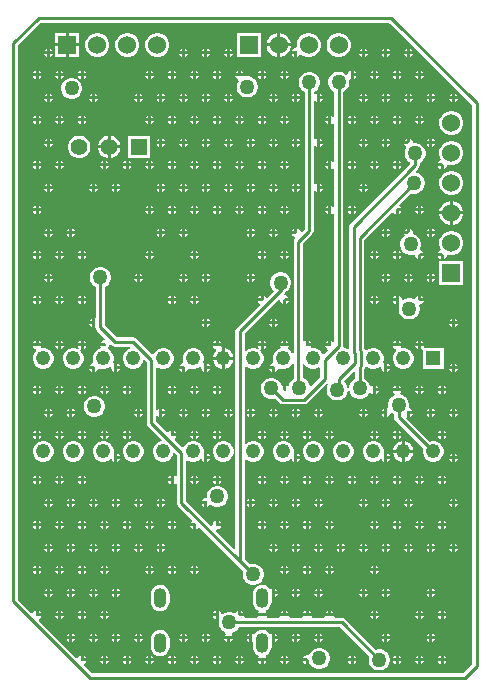
<source format=gbr>
G04*
G04 #@! TF.GenerationSoftware,Altium Limited,Altium Designer,25.3.3 (18)*
G04*
G04 Layer_Physical_Order=4*
G04 Layer_Color=16711680*
%FSLAX25Y25*%
%MOIN*%
G70*
G04*
G04 #@! TF.SameCoordinates,2E22F27B-A00B-49EA-A22F-E70647FCC6C8*
G04*
G04*
G04 #@! TF.FilePolarity,Positive*
G04*
G01*
G75*
%ADD15C,0.01000*%
%ADD33C,0.06000*%
%ADD34R,0.06000X0.06000*%
%ADD37C,0.05512*%
%ADD38R,0.05512X0.05512*%
%ADD39R,0.06000X0.06000*%
G04:AMPARAMS|DCode=40|XSize=43.31mil|YSize=66.93mil|CornerRadius=21.65mil|HoleSize=0mil|Usage=FLASHONLY|Rotation=0.000|XOffset=0mil|YOffset=0mil|HoleType=Round|Shape=RoundedRectangle|*
%AMROUNDEDRECTD40*
21,1,0.04331,0.02362,0,0,0.0*
21,1,0.00000,0.06693,0,0,0.0*
1,1,0.04331,0.00000,-0.01181*
1,1,0.04331,0.00000,-0.01181*
1,1,0.04331,0.00000,0.01181*
1,1,0.04331,0.00000,0.01181*
%
%ADD40ROUNDEDRECTD40*%
%ADD44R,0.04894X0.04894*%
%ADD45C,0.04894*%
%ADD46C,0.01000*%
%ADD47C,0.05000*%
G36*
X339971Y289866D02*
Y103633D01*
X336866Y100529D01*
X213134D01*
X210585Y103078D01*
X210703Y103667D01*
X210850Y103728D01*
X211272Y104150D01*
X211417Y104500D01*
X210000D01*
Y105000D01*
X209500D01*
Y106416D01*
X209150Y106272D01*
X208728Y105850D01*
X208667Y105703D01*
X208078Y105585D01*
X195585Y118078D01*
X195703Y118667D01*
X195850Y118728D01*
X196272Y119150D01*
X196416Y119500D01*
X195000D01*
Y120000D01*
X194500D01*
Y121416D01*
X194150Y121272D01*
X193728Y120850D01*
X193667Y120703D01*
X193078Y120585D01*
X188529Y125134D01*
X188529Y309866D01*
X196133Y317471D01*
X312367Y317471D01*
X339971Y289866D01*
D02*
G37*
%LPC*%
G36*
X276027Y314000D02*
X276000D01*
Y310500D01*
X279500D01*
Y310527D01*
X279227Y311544D01*
X278701Y312456D01*
X277956Y313201D01*
X277044Y313727D01*
X276027Y314000D01*
D02*
G37*
G36*
X209000D02*
X205500D01*
Y310500D01*
X209000D01*
Y314000D01*
D02*
G37*
G36*
X204500D02*
X201000D01*
Y310500D01*
X204500D01*
Y314000D01*
D02*
G37*
G36*
X275000D02*
X274973D01*
X273956Y313727D01*
X273044Y313201D01*
X272299Y312456D01*
X271773Y311544D01*
X271500Y310527D01*
Y310500D01*
X275000D01*
Y314000D01*
D02*
G37*
G36*
X319250Y308916D02*
Y308000D01*
X320166D01*
X320022Y308350D01*
X319600Y308772D01*
X319250Y308916D01*
D02*
G37*
G36*
X318250D02*
X317900Y308772D01*
X317478Y308350D01*
X317334Y308000D01*
X318250D01*
Y308916D01*
D02*
G37*
G36*
X311750D02*
Y308000D01*
X312667D01*
X312522Y308350D01*
X312100Y308772D01*
X311750Y308916D01*
D02*
G37*
G36*
X310750D02*
X310400Y308772D01*
X309978Y308350D01*
X309834Y308000D01*
X310750D01*
Y308916D01*
D02*
G37*
G36*
X304250D02*
Y308000D01*
X305167D01*
X305022Y308350D01*
X304600Y308772D01*
X304250Y308916D01*
D02*
G37*
G36*
X303250D02*
X302900Y308772D01*
X302478Y308350D01*
X302333Y308000D01*
X303250D01*
Y308916D01*
D02*
G37*
G36*
X259250D02*
Y308000D01*
X260167D01*
X260022Y308350D01*
X259600Y308772D01*
X259250Y308916D01*
D02*
G37*
G36*
X258250D02*
X257900Y308772D01*
X257478Y308350D01*
X257333Y308000D01*
X258250D01*
Y308916D01*
D02*
G37*
G36*
X251750D02*
Y308000D01*
X252666D01*
X252522Y308350D01*
X252100Y308772D01*
X251750Y308916D01*
D02*
G37*
G36*
X250750D02*
X250400Y308772D01*
X249978Y308350D01*
X249833Y308000D01*
X250750D01*
Y308916D01*
D02*
G37*
G36*
X244250D02*
Y308000D01*
X245166D01*
X245022Y308350D01*
X244600Y308772D01*
X244250Y308916D01*
D02*
G37*
G36*
X243250D02*
X242900Y308772D01*
X242478Y308350D01*
X242334Y308000D01*
X243250D01*
Y308916D01*
D02*
G37*
G36*
X199250D02*
Y308000D01*
X200167D01*
X200022Y308350D01*
X199600Y308772D01*
X199250Y308916D01*
D02*
G37*
G36*
X198250D02*
X197900Y308772D01*
X197478Y308350D01*
X197334Y308000D01*
X198250D01*
Y308916D01*
D02*
G37*
G36*
X320166Y307000D02*
X319250D01*
Y306083D01*
X319600Y306228D01*
X320022Y306650D01*
X320166Y307000D01*
D02*
G37*
G36*
X318250D02*
X317334D01*
X317478Y306650D01*
X317900Y306228D01*
X318250Y306083D01*
Y307000D01*
D02*
G37*
G36*
X312667D02*
X311750D01*
Y306083D01*
X312100Y306228D01*
X312522Y306650D01*
X312667Y307000D01*
D02*
G37*
G36*
X310750D02*
X309834D01*
X309978Y306650D01*
X310400Y306228D01*
X310750Y306083D01*
Y307000D01*
D02*
G37*
G36*
X305167D02*
X304250D01*
Y306083D01*
X304600Y306228D01*
X305022Y306650D01*
X305167Y307000D01*
D02*
G37*
G36*
X303250D02*
X302333D01*
X302478Y306650D01*
X302900Y306228D01*
X303250Y306083D01*
Y307000D01*
D02*
G37*
G36*
X280750D02*
X279834D01*
X279978Y306650D01*
X280400Y306228D01*
X280750Y306083D01*
Y307000D01*
D02*
G37*
G36*
X260167D02*
X259250D01*
Y306083D01*
X259600Y306228D01*
X260022Y306650D01*
X260167Y307000D01*
D02*
G37*
G36*
X258250D02*
X257333D01*
X257478Y306650D01*
X257900Y306228D01*
X258250Y306083D01*
Y307000D01*
D02*
G37*
G36*
X252666D02*
X251750D01*
Y306083D01*
X252100Y306228D01*
X252522Y306650D01*
X252666Y307000D01*
D02*
G37*
G36*
X250750D02*
X249833D01*
X249978Y306650D01*
X250400Y306228D01*
X250750Y306083D01*
Y307000D01*
D02*
G37*
G36*
X245166D02*
X244250D01*
Y306083D01*
X244600Y306228D01*
X245022Y306650D01*
X245166Y307000D01*
D02*
G37*
G36*
X243250D02*
X242334D01*
X242478Y306650D01*
X242900Y306228D01*
X243250Y306083D01*
Y307000D01*
D02*
G37*
G36*
X200167D02*
X199250D01*
Y306083D01*
X199600Y306228D01*
X200022Y306650D01*
X200167Y307000D01*
D02*
G37*
G36*
X198250D02*
X197334D01*
X197478Y306650D01*
X197900Y306228D01*
X198250Y306083D01*
Y307000D01*
D02*
G37*
G36*
X296027Y314000D02*
X294973D01*
X293956Y313727D01*
X293044Y313201D01*
X292299Y312456D01*
X291773Y311544D01*
X291500Y310527D01*
Y309473D01*
X291773Y308456D01*
X292299Y307544D01*
X293044Y306799D01*
X293956Y306273D01*
X294973Y306000D01*
X296027D01*
X297044Y306273D01*
X297956Y306799D01*
X298701Y307544D01*
X299227Y308456D01*
X299500Y309473D01*
Y310527D01*
X299227Y311544D01*
X298701Y312456D01*
X297956Y313201D01*
X297044Y313727D01*
X296027Y314000D01*
D02*
G37*
G36*
X286027D02*
X284973D01*
X283956Y313727D01*
X283044Y313201D01*
X282299Y312456D01*
X281773Y311544D01*
X281500Y310527D01*
Y309473D01*
X281109Y309000D01*
X280952D01*
X280400Y308772D01*
X279978Y308350D01*
X279834Y308000D01*
X281250D01*
Y307500D01*
X281750D01*
Y306083D01*
X282100Y306228D01*
X282522Y306650D01*
X282546Y306709D01*
X282855Y306771D01*
X283109Y306762D01*
X283956Y306273D01*
X284973Y306000D01*
X286027D01*
X287044Y306273D01*
X287956Y306799D01*
X288701Y307544D01*
X289227Y308456D01*
X289500Y309473D01*
Y310527D01*
X289227Y311544D01*
X288701Y312456D01*
X287956Y313201D01*
X287044Y313727D01*
X286027Y314000D01*
D02*
G37*
G36*
X279500Y309500D02*
X276000D01*
Y306000D01*
X276027D01*
X277044Y306273D01*
X277956Y306799D01*
X278701Y307544D01*
X279227Y308456D01*
X279500Y309473D01*
Y309500D01*
D02*
G37*
G36*
X275000D02*
X271500D01*
Y309473D01*
X271773Y308456D01*
X272299Y307544D01*
X273044Y306799D01*
X273956Y306273D01*
X274973Y306000D01*
X275000D01*
Y309500D01*
D02*
G37*
G36*
X269500Y314000D02*
X261500D01*
Y306000D01*
X269500D01*
Y314000D01*
D02*
G37*
G36*
X235527D02*
X234473D01*
X233456Y313727D01*
X232544Y313201D01*
X231799Y312456D01*
X231273Y311544D01*
X231000Y310527D01*
Y309473D01*
X231273Y308456D01*
X231799Y307544D01*
X232544Y306799D01*
X233456Y306273D01*
X234473Y306000D01*
X235527D01*
X236544Y306273D01*
X237456Y306799D01*
X238201Y307544D01*
X238727Y308456D01*
X239000Y309473D01*
Y310527D01*
X238727Y311544D01*
X238201Y312456D01*
X237456Y313201D01*
X236544Y313727D01*
X235527Y314000D01*
D02*
G37*
G36*
X225527D02*
X224473D01*
X223456Y313727D01*
X222544Y313201D01*
X221799Y312456D01*
X221273Y311544D01*
X221000Y310527D01*
Y309473D01*
X221273Y308456D01*
X221799Y307544D01*
X222544Y306799D01*
X223456Y306273D01*
X224473Y306000D01*
X225527D01*
X226544Y306273D01*
X227456Y306799D01*
X228201Y307544D01*
X228727Y308456D01*
X229000Y309473D01*
Y310527D01*
X228727Y311544D01*
X228201Y312456D01*
X227456Y313201D01*
X226544Y313727D01*
X225527Y314000D01*
D02*
G37*
G36*
X215527D02*
X214473D01*
X213456Y313727D01*
X212544Y313201D01*
X211799Y312456D01*
X211273Y311544D01*
X211000Y310527D01*
Y309473D01*
X211273Y308456D01*
X211799Y307544D01*
X212544Y306799D01*
X213456Y306273D01*
X214473Y306000D01*
X215527D01*
X216544Y306273D01*
X217456Y306799D01*
X218201Y307544D01*
X218727Y308456D01*
X219000Y309473D01*
Y310527D01*
X218727Y311544D01*
X218201Y312456D01*
X217456Y313201D01*
X216544Y313727D01*
X215527Y314000D01*
D02*
G37*
G36*
X209000Y309500D02*
X205500D01*
Y306000D01*
X209000D01*
Y309500D01*
D02*
G37*
G36*
X204500D02*
X201000D01*
Y306000D01*
X204500D01*
Y309500D01*
D02*
G37*
G36*
X323000Y301416D02*
Y300500D01*
X323917D01*
X323772Y300850D01*
X323350Y301272D01*
X323000Y301416D01*
D02*
G37*
G36*
X322000D02*
X321650Y301272D01*
X321228Y300850D01*
X321083Y300500D01*
X322000D01*
Y301416D01*
D02*
G37*
G36*
X315500D02*
Y300500D01*
X316417D01*
X316272Y300850D01*
X315850Y301272D01*
X315500Y301416D01*
D02*
G37*
G36*
X314500D02*
X314150Y301272D01*
X313728Y300850D01*
X313583Y300500D01*
X314500D01*
Y301416D01*
D02*
G37*
G36*
X308000D02*
Y300500D01*
X308916D01*
X308772Y300850D01*
X308350Y301272D01*
X308000Y301416D01*
D02*
G37*
G36*
X307000D02*
X306650Y301272D01*
X306228Y300850D01*
X306083Y300500D01*
X307000D01*
Y301416D01*
D02*
G37*
G36*
X300500D02*
Y300500D01*
X301416D01*
X301272Y300850D01*
X300850Y301272D01*
X300500Y301416D01*
D02*
G37*
G36*
X278000D02*
Y300500D01*
X278917D01*
X278772Y300850D01*
X278350Y301272D01*
X278000Y301416D01*
D02*
G37*
G36*
X277000D02*
X276650Y301272D01*
X276228Y300850D01*
X276083Y300500D01*
X277000D01*
Y301416D01*
D02*
G37*
G36*
X270500D02*
Y300500D01*
X271416D01*
X271272Y300850D01*
X270850Y301272D01*
X270500Y301416D01*
D02*
G37*
G36*
X269500D02*
X269150Y301272D01*
X268728Y300850D01*
X268583Y300500D01*
X269500D01*
Y301416D01*
D02*
G37*
G36*
X263000D02*
Y300500D01*
X263916D01*
X263772Y300850D01*
X263350Y301272D01*
X263000Y301416D01*
D02*
G37*
G36*
X262000D02*
X261650Y301272D01*
X261228Y300850D01*
X261084Y300500D01*
X262000D01*
Y301416D01*
D02*
G37*
G36*
X255500D02*
Y300500D01*
X256417D01*
X256272Y300850D01*
X255850Y301272D01*
X255500Y301416D01*
D02*
G37*
G36*
X254500D02*
X254150Y301272D01*
X253728Y300850D01*
X253584Y300500D01*
X254500D01*
Y301416D01*
D02*
G37*
G36*
X248000D02*
Y300500D01*
X248917D01*
X248772Y300850D01*
X248350Y301272D01*
X248000Y301416D01*
D02*
G37*
G36*
X247000D02*
X246650Y301272D01*
X246228Y300850D01*
X246083Y300500D01*
X247000D01*
Y301416D01*
D02*
G37*
G36*
X240500D02*
Y300500D01*
X241417D01*
X241272Y300850D01*
X240850Y301272D01*
X240500Y301416D01*
D02*
G37*
G36*
X239500D02*
X239150Y301272D01*
X238728Y300850D01*
X238583Y300500D01*
X239500D01*
Y301416D01*
D02*
G37*
G36*
X233000D02*
Y300500D01*
X233916D01*
X233772Y300850D01*
X233350Y301272D01*
X233000Y301416D01*
D02*
G37*
G36*
X232000D02*
X231650Y301272D01*
X231228Y300850D01*
X231083Y300500D01*
X232000D01*
Y301416D01*
D02*
G37*
G36*
X210500D02*
Y300500D01*
X211417D01*
X211272Y300850D01*
X210850Y301272D01*
X210500Y301416D01*
D02*
G37*
G36*
X209500D02*
X209150Y301272D01*
X208728Y300850D01*
X208583Y300500D01*
X209500D01*
Y301416D01*
D02*
G37*
G36*
X203000D02*
Y300500D01*
X203917D01*
X203772Y300850D01*
X203350Y301272D01*
X203000Y301416D01*
D02*
G37*
G36*
X202000D02*
X201650Y301272D01*
X201228Y300850D01*
X201083Y300500D01*
X202000D01*
Y301416D01*
D02*
G37*
G36*
X195500D02*
Y300500D01*
X196416D01*
X196272Y300850D01*
X195850Y301272D01*
X195500Y301416D01*
D02*
G37*
G36*
X194500D02*
X194150Y301272D01*
X193728Y300850D01*
X193584Y300500D01*
X194500D01*
Y301416D01*
D02*
G37*
G36*
X299500D02*
X299150Y301272D01*
X298728Y300850D01*
X298500Y300298D01*
X298000Y300113D01*
X297688Y300425D01*
X296889Y300886D01*
X295999Y301125D01*
X295078D01*
X294187Y300886D01*
X293389Y300425D01*
X292738Y299774D01*
X292277Y298976D01*
X292038Y298085D01*
Y297164D01*
X292277Y296274D01*
X292738Y295476D01*
X293389Y294824D01*
X294009Y294466D01*
Y286319D01*
X293509Y286112D01*
X293350Y286272D01*
X293000Y286417D01*
Y285000D01*
Y283583D01*
X293350Y283728D01*
X293509Y283888D01*
X294009Y283681D01*
Y271319D01*
X293509Y271112D01*
X293350Y271272D01*
X293000Y271416D01*
Y270000D01*
Y268583D01*
X293350Y268728D01*
X293509Y268888D01*
X294009Y268681D01*
Y256319D01*
X293509Y256112D01*
X293350Y256272D01*
X293000Y256417D01*
Y255000D01*
Y253584D01*
X293350Y253728D01*
X293509Y253888D01*
X294009Y253681D01*
Y211319D01*
X293509Y211112D01*
X293350Y211272D01*
X293000Y211417D01*
Y210000D01*
X292500D01*
Y209500D01*
X291084D01*
X291228Y209150D01*
X291650Y208728D01*
X291740Y208691D01*
X291857Y208102D01*
X290667Y206912D01*
X290090Y207042D01*
X289758Y207616D01*
X289116Y208258D01*
X288330Y208712D01*
X287454Y208947D01*
X286721D01*
X286427Y209296D01*
X286384Y209421D01*
X286417Y209500D01*
X285000D01*
Y210000D01*
X284500D01*
Y211417D01*
X284150Y211272D01*
X284029Y211151D01*
X283529Y211358D01*
Y243758D01*
X286751Y246979D01*
X287082Y247476D01*
X287198Y248061D01*
Y261223D01*
X287699Y261430D01*
X287900Y261228D01*
X288250Y261084D01*
Y262500D01*
Y263916D01*
X287900Y263772D01*
X287699Y263570D01*
X287198Y263777D01*
Y276223D01*
X287699Y276430D01*
X287900Y276228D01*
X288250Y276083D01*
Y277500D01*
Y278917D01*
X287900Y278772D01*
X287699Y278570D01*
X287198Y278777D01*
Y291223D01*
X287699Y291430D01*
X287900Y291228D01*
X288250Y291084D01*
Y292500D01*
Y293917D01*
X287900Y293772D01*
X287699Y293570D01*
X287198Y293777D01*
Y294376D01*
X287818Y294734D01*
X288470Y295386D01*
X288931Y296184D01*
X289169Y297074D01*
Y297996D01*
X288931Y298886D01*
X288470Y299684D01*
X287818Y300336D01*
X287020Y300796D01*
X286130Y301035D01*
X285208D01*
X284318Y300796D01*
X283520Y300336D01*
X282868Y299684D01*
X282408Y298886D01*
X282169Y297996D01*
Y297074D01*
X282408Y296184D01*
X282868Y295386D01*
X283520Y294734D01*
X284140Y294376D01*
Y248694D01*
X283212Y247766D01*
X282687Y247949D01*
X282522Y248350D01*
X282100Y248772D01*
X281750Y248917D01*
Y247500D01*
X281250D01*
Y247000D01*
X279834D01*
X279978Y246650D01*
X280400Y246228D01*
X280801Y246062D01*
X280983Y245538D01*
X280919Y245473D01*
X280587Y244977D01*
X280471Y244392D01*
Y207382D01*
X279971Y207248D01*
X279758Y207616D01*
X279116Y208258D01*
X278781Y208452D01*
X278698Y209077D01*
X278772Y209150D01*
X278917Y209500D01*
X276083D01*
X276143Y209356D01*
X275941Y208785D01*
X275670Y208712D01*
X274884Y208258D01*
X274242Y207616D01*
X273788Y206830D01*
X273553Y205954D01*
Y205046D01*
X273699Y204500D01*
X273456Y204009D01*
X273350Y203958D01*
X272900Y203772D01*
X272478Y203350D01*
X272334Y203000D01*
X273750D01*
Y202500D01*
X274250D01*
Y201083D01*
X274600Y201228D01*
X275022Y201650D01*
X275167Y202001D01*
X275597Y202247D01*
X275750Y202267D01*
X276546Y202053D01*
X277454D01*
X278330Y202288D01*
X279116Y202742D01*
X279758Y203384D01*
X279971Y203752D01*
X280471Y203618D01*
Y198658D01*
X280200Y198502D01*
X279549Y197850D01*
X279088Y197052D01*
X278917Y196412D01*
X278372Y196249D01*
X278350Y196272D01*
X278000Y196416D01*
Y195000D01*
X277000D01*
Y196416D01*
X276906Y196378D01*
X276328Y196603D01*
X276261Y196851D01*
X275801Y197649D01*
X275149Y198301D01*
X274351Y198761D01*
X273461Y199000D01*
X272539D01*
X271649Y198761D01*
X270851Y198301D01*
X270199Y197649D01*
X269739Y196851D01*
X269500Y195961D01*
Y195039D01*
X269739Y194149D01*
X270199Y193351D01*
X270851Y192699D01*
X271649Y192238D01*
X272539Y192000D01*
X273461D01*
X274152Y192185D01*
X275717Y190620D01*
X276214Y190288D01*
X276799Y190172D01*
X284006D01*
X284592Y190288D01*
X285088Y190620D01*
X291628Y197160D01*
X292028Y196853D01*
X291739Y196351D01*
X291500Y195461D01*
Y194539D01*
X291739Y193649D01*
X292199Y192851D01*
X292851Y192199D01*
X293649Y191738D01*
X294539Y191500D01*
X295461D01*
X296351Y191738D01*
X297149Y192199D01*
X297801Y192851D01*
X298261Y193649D01*
X298500Y194539D01*
Y195461D01*
X298261Y196351D01*
X297801Y197149D01*
X297295Y197655D01*
Y198050D01*
X300509Y201264D01*
X300971Y201073D01*
Y198659D01*
X300351Y198301D01*
X299699Y197649D01*
X299238Y196851D01*
X299000Y195961D01*
Y195039D01*
X299238Y194149D01*
X299699Y193351D01*
X300351Y192699D01*
X301149Y192238D01*
X302039Y192000D01*
X302961D01*
X303851Y192238D01*
X304649Y192699D01*
X305301Y193351D01*
X305718Y194075D01*
X306059Y194126D01*
X306269Y194110D01*
X306650Y193728D01*
X307000Y193584D01*
Y195000D01*
Y196416D01*
X306650Y196272D01*
X306480Y196101D01*
X305922Y196251D01*
X305762Y196851D01*
X305301Y197649D01*
X304649Y198301D01*
X304029Y198659D01*
Y201957D01*
X304360Y202451D01*
X304378Y202541D01*
X304837Y202723D01*
X304923Y202719D01*
X305670Y202288D01*
X306546Y202053D01*
X307454D01*
X308330Y202288D01*
X309116Y202742D01*
X309288Y202913D01*
X309365Y202894D01*
X309750Y202668D01*
Y202202D01*
X309978Y201650D01*
X310400Y201228D01*
X310750Y201083D01*
Y202500D01*
Y203917D01*
X310610Y203858D01*
X310376Y204041D01*
X310232Y204243D01*
X310447Y205046D01*
Y205954D01*
X310212Y206830D01*
X309758Y207616D01*
X309116Y208258D01*
X308330Y208712D01*
X307454Y208947D01*
X306546D01*
X305670Y208712D01*
X304923Y208281D01*
X304837Y208277D01*
X304378Y208459D01*
X304360Y208548D01*
X304029Y209043D01*
Y245081D01*
X313226Y254277D01*
X313716Y254180D01*
X313728Y254150D01*
X314150Y253728D01*
X314500Y253584D01*
Y255000D01*
X315000D01*
Y255500D01*
X316417D01*
X316272Y255850D01*
X315850Y256272D01*
X315820Y256284D01*
X315722Y256774D01*
X319601Y260653D01*
X320293Y260468D01*
X321214D01*
X322104Y260707D01*
X322902Y261167D01*
X323554Y261819D01*
X324015Y262617D01*
X324253Y263507D01*
Y264429D01*
X324015Y265319D01*
X323554Y266117D01*
X322902Y266769D01*
X322104Y267230D01*
X321413Y267415D01*
X321227Y267936D01*
X322031Y268739D01*
X322362Y269236D01*
X322479Y269821D01*
Y270669D01*
X323098Y271027D01*
X323750Y271679D01*
X324211Y272477D01*
X324449Y273367D01*
Y274289D01*
X324211Y275179D01*
X323750Y275977D01*
X323098Y276628D01*
X322300Y277089D01*
X321410Y277328D01*
X320489D01*
X320250Y277511D01*
Y277798D01*
X320022Y278350D01*
X319600Y278772D01*
X319250Y278917D01*
Y277500D01*
X318750D01*
Y277000D01*
X317334D01*
X317478Y276650D01*
X317900Y276228D01*
X317966Y275660D01*
X317688Y275179D01*
X317449Y274289D01*
Y273367D01*
X317688Y272477D01*
X318149Y271679D01*
X318800Y271027D01*
X319132Y270835D01*
X319198Y270233D01*
X299419Y250453D01*
X299087Y249957D01*
X298971Y249372D01*
Y208842D01*
X298538Y208592D01*
X298330Y208712D01*
X297454Y208947D01*
X297444D01*
X297033Y209447D01*
X297068Y209620D01*
Y294466D01*
X297688Y294824D01*
X298339Y295476D01*
X298800Y296274D01*
X299039Y297164D01*
Y298085D01*
X298994Y298252D01*
X299413Y298620D01*
X299500Y298584D01*
Y300000D01*
Y301416D01*
D02*
G37*
G36*
X265461Y299500D02*
X264539D01*
X264401Y299463D01*
X264365Y299500D01*
X261084D01*
X261228Y299150D01*
X261650Y298728D01*
X261948Y298605D01*
X262038Y298442D01*
X262133Y298047D01*
X262130Y298029D01*
X261738Y297351D01*
X261500Y296461D01*
Y295539D01*
X261738Y294649D01*
X262199Y293851D01*
X262851Y293199D01*
X263649Y292739D01*
X264539Y292500D01*
X265461D01*
X266351Y292739D01*
X267149Y293199D01*
X267801Y293851D01*
X268262Y294649D01*
X268500Y295539D01*
Y296461D01*
X268262Y297351D01*
X267801Y298149D01*
X267149Y298801D01*
X266351Y299261D01*
X265461Y299500D01*
D02*
G37*
G36*
X323917D02*
X323000D01*
Y298584D01*
X323350Y298728D01*
X323772Y299150D01*
X323917Y299500D01*
D02*
G37*
G36*
X322000D02*
X321083D01*
X321228Y299150D01*
X321650Y298728D01*
X322000Y298584D01*
Y299500D01*
D02*
G37*
G36*
X316417D02*
X315500D01*
Y298584D01*
X315850Y298728D01*
X316272Y299150D01*
X316417Y299500D01*
D02*
G37*
G36*
X314500D02*
X313583D01*
X313728Y299150D01*
X314150Y298728D01*
X314500Y298584D01*
Y299500D01*
D02*
G37*
G36*
X308916D02*
X308000D01*
Y298584D01*
X308350Y298728D01*
X308772Y299150D01*
X308916Y299500D01*
D02*
G37*
G36*
X307000D02*
X306083D01*
X306228Y299150D01*
X306650Y298728D01*
X307000Y298584D01*
Y299500D01*
D02*
G37*
G36*
X301416D02*
X300500D01*
Y298584D01*
X300850Y298728D01*
X301272Y299150D01*
X301416Y299500D01*
D02*
G37*
G36*
X278917D02*
X278000D01*
Y298584D01*
X278350Y298728D01*
X278772Y299150D01*
X278917Y299500D01*
D02*
G37*
G36*
X277000D02*
X276083D01*
X276228Y299150D01*
X276650Y298728D01*
X277000Y298584D01*
Y299500D01*
D02*
G37*
G36*
X271416D02*
X270500D01*
Y298584D01*
X270850Y298728D01*
X271272Y299150D01*
X271416Y299500D01*
D02*
G37*
G36*
X269500D02*
X268583D01*
X268728Y299150D01*
X269150Y298728D01*
X269500Y298584D01*
Y299500D01*
D02*
G37*
G36*
X256417D02*
X255500D01*
Y298584D01*
X255850Y298728D01*
X256272Y299150D01*
X256417Y299500D01*
D02*
G37*
G36*
X254500D02*
X253584D01*
X253728Y299150D01*
X254150Y298728D01*
X254500Y298584D01*
Y299500D01*
D02*
G37*
G36*
X248917D02*
X248000D01*
Y298584D01*
X248350Y298728D01*
X248772Y299150D01*
X248917Y299500D01*
D02*
G37*
G36*
X247000D02*
X246083D01*
X246228Y299150D01*
X246650Y298728D01*
X247000Y298584D01*
Y299500D01*
D02*
G37*
G36*
X241417D02*
X240500D01*
Y298584D01*
X240850Y298728D01*
X241272Y299150D01*
X241417Y299500D01*
D02*
G37*
G36*
X239500D02*
X238583D01*
X238728Y299150D01*
X239150Y298728D01*
X239500Y298584D01*
Y299500D01*
D02*
G37*
G36*
X233916D02*
X233000D01*
Y298584D01*
X233350Y298728D01*
X233772Y299150D01*
X233916Y299500D01*
D02*
G37*
G36*
X232000D02*
X231083D01*
X231228Y299150D01*
X231650Y298728D01*
X232000Y298584D01*
Y299500D01*
D02*
G37*
G36*
X211417D02*
X210500D01*
Y298584D01*
X210850Y298728D01*
X211272Y299150D01*
X211417Y299500D01*
D02*
G37*
G36*
X209500D02*
X208583D01*
X208728Y299150D01*
X209150Y298728D01*
X209500Y298584D01*
Y299500D01*
D02*
G37*
G36*
X203917D02*
X203000D01*
Y298584D01*
X203350Y298728D01*
X203772Y299150D01*
X203917Y299500D01*
D02*
G37*
G36*
X202000D02*
X201083D01*
X201228Y299150D01*
X201650Y298728D01*
X202000Y298584D01*
Y299500D01*
D02*
G37*
G36*
X196416D02*
X195500D01*
Y298584D01*
X195850Y298728D01*
X196272Y299150D01*
X196416Y299500D01*
D02*
G37*
G36*
X194500D02*
X193584D01*
X193728Y299150D01*
X194150Y298728D01*
X194500Y298584D01*
Y299500D01*
D02*
G37*
G36*
X334250Y293917D02*
Y293000D01*
X335167D01*
X335022Y293350D01*
X334600Y293772D01*
X334250Y293917D01*
D02*
G37*
G36*
X333250D02*
X332900Y293772D01*
X332478Y293350D01*
X332333Y293000D01*
X333250D01*
Y293917D01*
D02*
G37*
G36*
X326750D02*
Y293000D01*
X327666D01*
X327522Y293350D01*
X327100Y293772D01*
X326750Y293917D01*
D02*
G37*
G36*
X325750D02*
X325400Y293772D01*
X324978Y293350D01*
X324833Y293000D01*
X325750D01*
Y293917D01*
D02*
G37*
G36*
X319250D02*
Y293000D01*
X320166D01*
X320022Y293350D01*
X319600Y293772D01*
X319250Y293917D01*
D02*
G37*
G36*
X318250D02*
X317900Y293772D01*
X317478Y293350D01*
X317334Y293000D01*
X318250D01*
Y293917D01*
D02*
G37*
G36*
X311750D02*
Y293000D01*
X312667D01*
X312522Y293350D01*
X312100Y293772D01*
X311750Y293917D01*
D02*
G37*
G36*
X310750D02*
X310400Y293772D01*
X309978Y293350D01*
X309834Y293000D01*
X310750D01*
Y293917D01*
D02*
G37*
G36*
X304250D02*
Y293000D01*
X305167D01*
X305022Y293350D01*
X304600Y293772D01*
X304250Y293917D01*
D02*
G37*
G36*
X303250D02*
X302900Y293772D01*
X302478Y293350D01*
X302333Y293000D01*
X303250D01*
Y293917D01*
D02*
G37*
G36*
X289250D02*
Y293000D01*
X290166D01*
X290022Y293350D01*
X289600Y293772D01*
X289250Y293917D01*
D02*
G37*
G36*
X281750D02*
Y293000D01*
X282666D01*
X282522Y293350D01*
X282100Y293772D01*
X281750Y293917D01*
D02*
G37*
G36*
X280750D02*
X280400Y293772D01*
X279978Y293350D01*
X279834Y293000D01*
X280750D01*
Y293917D01*
D02*
G37*
G36*
X274250D02*
Y293000D01*
X275167D01*
X275022Y293350D01*
X274600Y293772D01*
X274250Y293917D01*
D02*
G37*
G36*
X273250D02*
X272900Y293772D01*
X272478Y293350D01*
X272334Y293000D01*
X273250D01*
Y293917D01*
D02*
G37*
G36*
X259250D02*
Y293000D01*
X260167D01*
X260022Y293350D01*
X259600Y293772D01*
X259250Y293917D01*
D02*
G37*
G36*
X258250D02*
X257900Y293772D01*
X257478Y293350D01*
X257333Y293000D01*
X258250D01*
Y293917D01*
D02*
G37*
G36*
X251750D02*
Y293000D01*
X252666D01*
X252522Y293350D01*
X252100Y293772D01*
X251750Y293917D01*
D02*
G37*
G36*
X250750D02*
X250400Y293772D01*
X249978Y293350D01*
X249833Y293000D01*
X250750D01*
Y293917D01*
D02*
G37*
G36*
X244250D02*
Y293000D01*
X245166D01*
X245022Y293350D01*
X244600Y293772D01*
X244250Y293917D01*
D02*
G37*
G36*
X243250D02*
X242900Y293772D01*
X242478Y293350D01*
X242334Y293000D01*
X243250D01*
Y293917D01*
D02*
G37*
G36*
X236750D02*
Y293000D01*
X237667D01*
X237522Y293350D01*
X237100Y293772D01*
X236750Y293917D01*
D02*
G37*
G36*
X235750D02*
X235400Y293772D01*
X234978Y293350D01*
X234834Y293000D01*
X235750D01*
Y293917D01*
D02*
G37*
G36*
X229250D02*
Y293000D01*
X230167D01*
X230022Y293350D01*
X229600Y293772D01*
X229250Y293917D01*
D02*
G37*
G36*
X228250D02*
X227900Y293772D01*
X227478Y293350D01*
X227333Y293000D01*
X228250D01*
Y293917D01*
D02*
G37*
G36*
X214250D02*
Y293000D01*
X215166D01*
X215022Y293350D01*
X214600Y293772D01*
X214250Y293917D01*
D02*
G37*
G36*
X213250D02*
X212900Y293772D01*
X212478Y293350D01*
X212333Y293000D01*
X213250D01*
Y293917D01*
D02*
G37*
G36*
X199250D02*
Y293000D01*
X200167D01*
X200022Y293350D01*
X199600Y293772D01*
X199250Y293917D01*
D02*
G37*
G36*
X198250D02*
X197900Y293772D01*
X197478Y293350D01*
X197334Y293000D01*
X198250D01*
Y293917D01*
D02*
G37*
G36*
X206961Y299000D02*
X206039D01*
X205149Y298762D01*
X204351Y298301D01*
X203699Y297649D01*
X203239Y296851D01*
X203000Y295961D01*
Y295039D01*
X203239Y294149D01*
X203699Y293351D01*
X204351Y292699D01*
X205149Y292238D01*
X206039Y292000D01*
X206961D01*
X207851Y292238D01*
X208649Y292699D01*
X209301Y293351D01*
X209762Y294149D01*
X210000Y295039D01*
Y295961D01*
X209762Y296851D01*
X209301Y297649D01*
X208649Y298301D01*
X207851Y298762D01*
X206961Y299000D01*
D02*
G37*
G36*
X335167Y292000D02*
X334250D01*
Y291084D01*
X334600Y291228D01*
X335022Y291650D01*
X335167Y292000D01*
D02*
G37*
G36*
X333250D02*
X332333D01*
X332478Y291650D01*
X332900Y291228D01*
X333250Y291084D01*
Y292000D01*
D02*
G37*
G36*
X327666D02*
X326750D01*
Y291084D01*
X327100Y291228D01*
X327522Y291650D01*
X327666Y292000D01*
D02*
G37*
G36*
X325750D02*
X324833D01*
X324978Y291650D01*
X325400Y291228D01*
X325750Y291084D01*
Y292000D01*
D02*
G37*
G36*
X320166D02*
X319250D01*
Y291084D01*
X319600Y291228D01*
X320022Y291650D01*
X320166Y292000D01*
D02*
G37*
G36*
X318250D02*
X317334D01*
X317478Y291650D01*
X317900Y291228D01*
X318250Y291084D01*
Y292000D01*
D02*
G37*
G36*
X312667D02*
X311750D01*
Y291084D01*
X312100Y291228D01*
X312522Y291650D01*
X312667Y292000D01*
D02*
G37*
G36*
X310750D02*
X309834D01*
X309978Y291650D01*
X310400Y291228D01*
X310750Y291084D01*
Y292000D01*
D02*
G37*
G36*
X305167D02*
X304250D01*
Y291084D01*
X304600Y291228D01*
X305022Y291650D01*
X305167Y292000D01*
D02*
G37*
G36*
X303250D02*
X302333D01*
X302478Y291650D01*
X302900Y291228D01*
X303250Y291084D01*
Y292000D01*
D02*
G37*
G36*
X290166D02*
X289250D01*
Y291084D01*
X289600Y291228D01*
X290022Y291650D01*
X290166Y292000D01*
D02*
G37*
G36*
X282666D02*
X281750D01*
Y291084D01*
X282100Y291228D01*
X282522Y291650D01*
X282666Y292000D01*
D02*
G37*
G36*
X280750D02*
X279834D01*
X279978Y291650D01*
X280400Y291228D01*
X280750Y291084D01*
Y292000D01*
D02*
G37*
G36*
X275167D02*
X274250D01*
Y291084D01*
X274600Y291228D01*
X275022Y291650D01*
X275167Y292000D01*
D02*
G37*
G36*
X273250D02*
X272334D01*
X272478Y291650D01*
X272900Y291228D01*
X273250Y291084D01*
Y292000D01*
D02*
G37*
G36*
X260167D02*
X259250D01*
Y291084D01*
X259600Y291228D01*
X260022Y291650D01*
X260167Y292000D01*
D02*
G37*
G36*
X258250D02*
X257333D01*
X257478Y291650D01*
X257900Y291228D01*
X258250Y291084D01*
Y292000D01*
D02*
G37*
G36*
X252666D02*
X251750D01*
Y291084D01*
X252100Y291228D01*
X252522Y291650D01*
X252666Y292000D01*
D02*
G37*
G36*
X250750D02*
X249833D01*
X249978Y291650D01*
X250400Y291228D01*
X250750Y291084D01*
Y292000D01*
D02*
G37*
G36*
X245166D02*
X244250D01*
Y291084D01*
X244600Y291228D01*
X245022Y291650D01*
X245166Y292000D01*
D02*
G37*
G36*
X243250D02*
X242334D01*
X242478Y291650D01*
X242900Y291228D01*
X243250Y291084D01*
Y292000D01*
D02*
G37*
G36*
X237667D02*
X236750D01*
Y291084D01*
X237100Y291228D01*
X237522Y291650D01*
X237667Y292000D01*
D02*
G37*
G36*
X235750D02*
X234834D01*
X234978Y291650D01*
X235400Y291228D01*
X235750Y291084D01*
Y292000D01*
D02*
G37*
G36*
X230167D02*
X229250D01*
Y291084D01*
X229600Y291228D01*
X230022Y291650D01*
X230167Y292000D01*
D02*
G37*
G36*
X228250D02*
X227333D01*
X227478Y291650D01*
X227900Y291228D01*
X228250Y291084D01*
Y292000D01*
D02*
G37*
G36*
X215166D02*
X214250D01*
Y291084D01*
X214600Y291228D01*
X215022Y291650D01*
X215166Y292000D01*
D02*
G37*
G36*
X213250D02*
X212333D01*
X212478Y291650D01*
X212900Y291228D01*
X213250Y291084D01*
Y292000D01*
D02*
G37*
G36*
X200167D02*
X199250D01*
Y291084D01*
X199600Y291228D01*
X200022Y291650D01*
X200167Y292000D01*
D02*
G37*
G36*
X198250D02*
X197334D01*
X197478Y291650D01*
X197900Y291228D01*
X198250Y291084D01*
Y292000D01*
D02*
G37*
G36*
X323000Y286417D02*
Y285500D01*
X323917D01*
X323772Y285850D01*
X323350Y286272D01*
X323000Y286417D01*
D02*
G37*
G36*
X322000D02*
X321650Y286272D01*
X321228Y285850D01*
X321083Y285500D01*
X322000D01*
Y286417D01*
D02*
G37*
G36*
X315500D02*
Y285500D01*
X316417D01*
X316272Y285850D01*
X315850Y286272D01*
X315500Y286417D01*
D02*
G37*
G36*
X314500D02*
X314150Y286272D01*
X313728Y285850D01*
X313583Y285500D01*
X314500D01*
Y286417D01*
D02*
G37*
G36*
X308000D02*
Y285500D01*
X308916D01*
X308772Y285850D01*
X308350Y286272D01*
X308000Y286417D01*
D02*
G37*
G36*
X307000D02*
X306650Y286272D01*
X306228Y285850D01*
X306083Y285500D01*
X307000D01*
Y286417D01*
D02*
G37*
G36*
X300500D02*
Y285500D01*
X301416D01*
X301272Y285850D01*
X300850Y286272D01*
X300500Y286417D01*
D02*
G37*
G36*
X299500D02*
X299150Y286272D01*
X298728Y285850D01*
X298584Y285500D01*
X299500D01*
Y286417D01*
D02*
G37*
G36*
X292000D02*
X291650Y286272D01*
X291228Y285850D01*
X291084Y285500D01*
X292000D01*
Y286417D01*
D02*
G37*
G36*
X278000D02*
Y285500D01*
X278917D01*
X278772Y285850D01*
X278350Y286272D01*
X278000Y286417D01*
D02*
G37*
G36*
X277000D02*
X276650Y286272D01*
X276228Y285850D01*
X276083Y285500D01*
X277000D01*
Y286417D01*
D02*
G37*
G36*
X270500D02*
Y285500D01*
X271416D01*
X271272Y285850D01*
X270850Y286272D01*
X270500Y286417D01*
D02*
G37*
G36*
X269500D02*
X269150Y286272D01*
X268728Y285850D01*
X268583Y285500D01*
X269500D01*
Y286417D01*
D02*
G37*
G36*
X263000D02*
Y285500D01*
X263916D01*
X263772Y285850D01*
X263350Y286272D01*
X263000Y286417D01*
D02*
G37*
G36*
X262000D02*
X261650Y286272D01*
X261228Y285850D01*
X261084Y285500D01*
X262000D01*
Y286417D01*
D02*
G37*
G36*
X255500D02*
Y285500D01*
X256417D01*
X256272Y285850D01*
X255850Y286272D01*
X255500Y286417D01*
D02*
G37*
G36*
X254500D02*
X254150Y286272D01*
X253728Y285850D01*
X253584Y285500D01*
X254500D01*
Y286417D01*
D02*
G37*
G36*
X248000D02*
Y285500D01*
X248917D01*
X248772Y285850D01*
X248350Y286272D01*
X248000Y286417D01*
D02*
G37*
G36*
X247000D02*
X246650Y286272D01*
X246228Y285850D01*
X246083Y285500D01*
X247000D01*
Y286417D01*
D02*
G37*
G36*
X240500D02*
Y285500D01*
X241417D01*
X241272Y285850D01*
X240850Y286272D01*
X240500Y286417D01*
D02*
G37*
G36*
X239500D02*
X239150Y286272D01*
X238728Y285850D01*
X238583Y285500D01*
X239500D01*
Y286417D01*
D02*
G37*
G36*
X233000D02*
Y285500D01*
X233916D01*
X233772Y285850D01*
X233350Y286272D01*
X233000Y286417D01*
D02*
G37*
G36*
X232000D02*
X231650Y286272D01*
X231228Y285850D01*
X231083Y285500D01*
X232000D01*
Y286417D01*
D02*
G37*
G36*
X210500D02*
Y285500D01*
X211417D01*
X211272Y285850D01*
X210850Y286272D01*
X210500Y286417D01*
D02*
G37*
G36*
X209500D02*
X209150Y286272D01*
X208728Y285850D01*
X208583Y285500D01*
X209500D01*
Y286417D01*
D02*
G37*
G36*
X203000D02*
Y285500D01*
X203917D01*
X203772Y285850D01*
X203350Y286272D01*
X203000Y286417D01*
D02*
G37*
G36*
X202000D02*
X201650Y286272D01*
X201228Y285850D01*
X201083Y285500D01*
X202000D01*
Y286417D01*
D02*
G37*
G36*
X195500D02*
Y285500D01*
X196416D01*
X196272Y285850D01*
X195850Y286272D01*
X195500Y286417D01*
D02*
G37*
G36*
X194500D02*
X194150Y286272D01*
X193728Y285850D01*
X193584Y285500D01*
X194500D01*
Y286417D01*
D02*
G37*
G36*
X323917Y284500D02*
X323000D01*
Y283583D01*
X323350Y283728D01*
X323772Y284150D01*
X323917Y284500D01*
D02*
G37*
G36*
X322000D02*
X321083D01*
X321228Y284150D01*
X321650Y283728D01*
X322000Y283583D01*
Y284500D01*
D02*
G37*
G36*
X316417D02*
X315500D01*
Y283583D01*
X315850Y283728D01*
X316272Y284150D01*
X316417Y284500D01*
D02*
G37*
G36*
X314500D02*
X313583D01*
X313728Y284150D01*
X314150Y283728D01*
X314500Y283583D01*
Y284500D01*
D02*
G37*
G36*
X308916D02*
X308000D01*
Y283583D01*
X308350Y283728D01*
X308772Y284150D01*
X308916Y284500D01*
D02*
G37*
G36*
X307000D02*
X306083D01*
X306228Y284150D01*
X306650Y283728D01*
X307000Y283583D01*
Y284500D01*
D02*
G37*
G36*
X301416D02*
X300500D01*
Y283583D01*
X300850Y283728D01*
X301272Y284150D01*
X301416Y284500D01*
D02*
G37*
G36*
X299500D02*
X298584D01*
X298728Y284150D01*
X299150Y283728D01*
X299500Y283583D01*
Y284500D01*
D02*
G37*
G36*
X292000D02*
X291084D01*
X291228Y284150D01*
X291650Y283728D01*
X292000Y283583D01*
Y284500D01*
D02*
G37*
G36*
X278917D02*
X278000D01*
Y283583D01*
X278350Y283728D01*
X278772Y284150D01*
X278917Y284500D01*
D02*
G37*
G36*
X277000D02*
X276083D01*
X276228Y284150D01*
X276650Y283728D01*
X277000Y283583D01*
Y284500D01*
D02*
G37*
G36*
X271416D02*
X270500D01*
Y283583D01*
X270850Y283728D01*
X271272Y284150D01*
X271416Y284500D01*
D02*
G37*
G36*
X269500D02*
X268583D01*
X268728Y284150D01*
X269150Y283728D01*
X269500Y283583D01*
Y284500D01*
D02*
G37*
G36*
X263916D02*
X263000D01*
Y283583D01*
X263350Y283728D01*
X263772Y284150D01*
X263916Y284500D01*
D02*
G37*
G36*
X262000D02*
X261084D01*
X261228Y284150D01*
X261650Y283728D01*
X262000Y283583D01*
Y284500D01*
D02*
G37*
G36*
X256417D02*
X255500D01*
Y283583D01*
X255850Y283728D01*
X256272Y284150D01*
X256417Y284500D01*
D02*
G37*
G36*
X254500D02*
X253584D01*
X253728Y284150D01*
X254150Y283728D01*
X254500Y283583D01*
Y284500D01*
D02*
G37*
G36*
X248917D02*
X248000D01*
Y283583D01*
X248350Y283728D01*
X248772Y284150D01*
X248917Y284500D01*
D02*
G37*
G36*
X247000D02*
X246083D01*
X246228Y284150D01*
X246650Y283728D01*
X247000Y283583D01*
Y284500D01*
D02*
G37*
G36*
X241417D02*
X240500D01*
Y283583D01*
X240850Y283728D01*
X241272Y284150D01*
X241417Y284500D01*
D02*
G37*
G36*
X239500D02*
X238583D01*
X238728Y284150D01*
X239150Y283728D01*
X239500Y283583D01*
Y284500D01*
D02*
G37*
G36*
X233916D02*
X233000D01*
Y283583D01*
X233350Y283728D01*
X233772Y284150D01*
X233916Y284500D01*
D02*
G37*
G36*
X232000D02*
X231083D01*
X231228Y284150D01*
X231650Y283728D01*
X232000Y283583D01*
Y284500D01*
D02*
G37*
G36*
X211417D02*
X210500D01*
Y283583D01*
X210850Y283728D01*
X211272Y284150D01*
X211417Y284500D01*
D02*
G37*
G36*
X209500D02*
X208583D01*
X208728Y284150D01*
X209150Y283728D01*
X209500Y283583D01*
Y284500D01*
D02*
G37*
G36*
X203917D02*
X203000D01*
Y283583D01*
X203350Y283728D01*
X203772Y284150D01*
X203917Y284500D01*
D02*
G37*
G36*
X202000D02*
X201083D01*
X201228Y284150D01*
X201650Y283728D01*
X202000Y283583D01*
Y284500D01*
D02*
G37*
G36*
X196416D02*
X195500D01*
Y283583D01*
X195850Y283728D01*
X196272Y284150D01*
X196416Y284500D01*
D02*
G37*
G36*
X194500D02*
X193584D01*
X193728Y284150D01*
X194150Y283728D01*
X194500Y283583D01*
Y284500D01*
D02*
G37*
G36*
X333527Y288000D02*
X332473D01*
X331456Y287727D01*
X330544Y287201D01*
X329799Y286456D01*
X329273Y285544D01*
X329000Y284527D01*
Y283473D01*
X329273Y282456D01*
X329799Y281544D01*
X330544Y280799D01*
X331456Y280273D01*
X332473Y280000D01*
X333527D01*
X334544Y280273D01*
X335456Y280799D01*
X336201Y281544D01*
X336727Y282456D01*
X337000Y283473D01*
Y284527D01*
X336727Y285544D01*
X336201Y286456D01*
X335456Y287201D01*
X334544Y287727D01*
X333527Y288000D01*
D02*
G37*
G36*
X326750Y278917D02*
Y278000D01*
X327666D01*
X327522Y278350D01*
X327100Y278772D01*
X326750Y278917D01*
D02*
G37*
G36*
X325750D02*
X325400Y278772D01*
X324978Y278350D01*
X324833Y278000D01*
X325750D01*
Y278917D01*
D02*
G37*
G36*
X318250D02*
X317900Y278772D01*
X317478Y278350D01*
X317334Y278000D01*
X318250D01*
Y278917D01*
D02*
G37*
G36*
X311750D02*
Y278000D01*
X312667D01*
X312522Y278350D01*
X312100Y278772D01*
X311750Y278917D01*
D02*
G37*
G36*
X310750D02*
X310400Y278772D01*
X309978Y278350D01*
X309834Y278000D01*
X310750D01*
Y278917D01*
D02*
G37*
G36*
X304250D02*
Y278000D01*
X305167D01*
X305022Y278350D01*
X304600Y278772D01*
X304250Y278917D01*
D02*
G37*
G36*
X303250D02*
X302900Y278772D01*
X302478Y278350D01*
X302333Y278000D01*
X303250D01*
Y278917D01*
D02*
G37*
G36*
X289250D02*
Y278000D01*
X290166D01*
X290022Y278350D01*
X289600Y278772D01*
X289250Y278917D01*
D02*
G37*
G36*
X281750D02*
Y278000D01*
X282666D01*
X282522Y278350D01*
X282100Y278772D01*
X281750Y278917D01*
D02*
G37*
G36*
X280750D02*
X280400Y278772D01*
X279978Y278350D01*
X279834Y278000D01*
X280750D01*
Y278917D01*
D02*
G37*
G36*
X274250D02*
Y278000D01*
X275167D01*
X275022Y278350D01*
X274600Y278772D01*
X274250Y278917D01*
D02*
G37*
G36*
X273250D02*
X272900Y278772D01*
X272478Y278350D01*
X272334Y278000D01*
X273250D01*
Y278917D01*
D02*
G37*
G36*
X266750D02*
Y278000D01*
X267667D01*
X267522Y278350D01*
X267100Y278772D01*
X266750Y278917D01*
D02*
G37*
G36*
X265750D02*
X265400Y278772D01*
X264978Y278350D01*
X264833Y278000D01*
X265750D01*
Y278917D01*
D02*
G37*
G36*
X259250D02*
Y278000D01*
X260167D01*
X260022Y278350D01*
X259600Y278772D01*
X259250Y278917D01*
D02*
G37*
G36*
X258250D02*
X257900Y278772D01*
X257478Y278350D01*
X257333Y278000D01*
X258250D01*
Y278917D01*
D02*
G37*
G36*
X251750D02*
Y278000D01*
X252666D01*
X252522Y278350D01*
X252100Y278772D01*
X251750Y278917D01*
D02*
G37*
G36*
X250750D02*
X250400Y278772D01*
X249978Y278350D01*
X249833Y278000D01*
X250750D01*
Y278917D01*
D02*
G37*
G36*
X244250D02*
Y278000D01*
X245166D01*
X245022Y278350D01*
X244600Y278772D01*
X244250Y278917D01*
D02*
G37*
G36*
X243250D02*
X242900Y278772D01*
X242478Y278350D01*
X242334Y278000D01*
X243250D01*
Y278917D01*
D02*
G37*
G36*
X236750D02*
Y278000D01*
X237667D01*
X237522Y278350D01*
X237100Y278772D01*
X236750Y278917D01*
D02*
G37*
G36*
X235750D02*
X235400Y278772D01*
X234978Y278350D01*
X234834Y278000D01*
X235750D01*
Y278917D01*
D02*
G37*
G36*
X199250D02*
Y278000D01*
X200167D01*
X200022Y278350D01*
X199600Y278772D01*
X199250Y278917D01*
D02*
G37*
G36*
X198250D02*
X197900Y278772D01*
X197478Y278350D01*
X197334Y278000D01*
X198250D01*
Y278917D01*
D02*
G37*
G36*
X219500Y279754D02*
Y276500D01*
X222754D01*
X222500Y277450D01*
X222006Y278306D01*
X221306Y279006D01*
X220450Y279500D01*
X219500Y279754D01*
D02*
G37*
G36*
X218500D02*
X217550Y279500D01*
X216694Y279006D01*
X215995Y278306D01*
X215500Y277450D01*
X215246Y276500D01*
X218500D01*
Y279754D01*
D02*
G37*
G36*
X327666Y277000D02*
X326750D01*
Y276083D01*
X327100Y276228D01*
X327522Y276650D01*
X327666Y277000D01*
D02*
G37*
G36*
X325750D02*
X324833D01*
X324978Y276650D01*
X325400Y276228D01*
X325750Y276083D01*
Y277000D01*
D02*
G37*
G36*
X312667D02*
X311750D01*
Y276083D01*
X312100Y276228D01*
X312522Y276650D01*
X312667Y277000D01*
D02*
G37*
G36*
X310750D02*
X309834D01*
X309978Y276650D01*
X310400Y276228D01*
X310750Y276083D01*
Y277000D01*
D02*
G37*
G36*
X305167D02*
X304250D01*
Y276083D01*
X304600Y276228D01*
X305022Y276650D01*
X305167Y277000D01*
D02*
G37*
G36*
X303250D02*
X302333D01*
X302478Y276650D01*
X302900Y276228D01*
X303250Y276083D01*
Y277000D01*
D02*
G37*
G36*
X290166D02*
X289250D01*
Y276083D01*
X289600Y276228D01*
X290022Y276650D01*
X290166Y277000D01*
D02*
G37*
G36*
X282666D02*
X281750D01*
Y276083D01*
X282100Y276228D01*
X282522Y276650D01*
X282666Y277000D01*
D02*
G37*
G36*
X280750D02*
X279834D01*
X279978Y276650D01*
X280400Y276228D01*
X280750Y276083D01*
Y277000D01*
D02*
G37*
G36*
X275167D02*
X274250D01*
Y276083D01*
X274600Y276228D01*
X275022Y276650D01*
X275167Y277000D01*
D02*
G37*
G36*
X273250D02*
X272334D01*
X272478Y276650D01*
X272900Y276228D01*
X273250Y276083D01*
Y277000D01*
D02*
G37*
G36*
X267667D02*
X266750D01*
Y276083D01*
X267100Y276228D01*
X267522Y276650D01*
X267667Y277000D01*
D02*
G37*
G36*
X265750D02*
X264833D01*
X264978Y276650D01*
X265400Y276228D01*
X265750Y276083D01*
Y277000D01*
D02*
G37*
G36*
X260167D02*
X259250D01*
Y276083D01*
X259600Y276228D01*
X260022Y276650D01*
X260167Y277000D01*
D02*
G37*
G36*
X258250D02*
X257333D01*
X257478Y276650D01*
X257900Y276228D01*
X258250Y276083D01*
Y277000D01*
D02*
G37*
G36*
X252666D02*
X251750D01*
Y276083D01*
X252100Y276228D01*
X252522Y276650D01*
X252666Y277000D01*
D02*
G37*
G36*
X250750D02*
X249833D01*
X249978Y276650D01*
X250400Y276228D01*
X250750Y276083D01*
Y277000D01*
D02*
G37*
G36*
X245166D02*
X244250D01*
Y276083D01*
X244600Y276228D01*
X245022Y276650D01*
X245166Y277000D01*
D02*
G37*
G36*
X243250D02*
X242334D01*
X242478Y276650D01*
X242900Y276228D01*
X243250Y276083D01*
Y277000D01*
D02*
G37*
G36*
X237667D02*
X236750D01*
Y276083D01*
X237100Y276228D01*
X237522Y276650D01*
X237667Y277000D01*
D02*
G37*
G36*
X235750D02*
X234834D01*
X234978Y276650D01*
X235400Y276228D01*
X235750Y276083D01*
Y277000D01*
D02*
G37*
G36*
X200167D02*
X199250D01*
Y276083D01*
X199600Y276228D01*
X200022Y276650D01*
X200167Y277000D01*
D02*
G37*
G36*
X198250D02*
X197334D01*
X197478Y276650D01*
X197900Y276228D01*
X198250Y276083D01*
Y277000D01*
D02*
G37*
G36*
X222754Y275500D02*
X219500D01*
Y272246D01*
X220450Y272500D01*
X221306Y272994D01*
X222006Y273694D01*
X222500Y274550D01*
X222754Y275500D01*
D02*
G37*
G36*
X218500D02*
X215246D01*
X215500Y274550D01*
X215995Y273694D01*
X216694Y272994D01*
X217550Y272500D01*
X218500Y272246D01*
Y275500D01*
D02*
G37*
G36*
X232756Y279756D02*
X225244D01*
Y272244D01*
X232756D01*
Y279756D01*
D02*
G37*
G36*
X209494D02*
X208506D01*
X207550Y279500D01*
X206694Y279006D01*
X205995Y278306D01*
X205500Y277450D01*
X205244Y276495D01*
Y275505D01*
X205500Y274550D01*
X205995Y273694D01*
X206694Y272994D01*
X207550Y272500D01*
X208506Y272244D01*
X209494D01*
X210450Y272500D01*
X211306Y272994D01*
X212005Y273694D01*
X212500Y274550D01*
X212756Y275505D01*
Y276495D01*
X212500Y277450D01*
X212005Y278306D01*
X211306Y279006D01*
X210450Y279500D01*
X209494Y279756D01*
D02*
G37*
G36*
X315500Y271416D02*
Y270500D01*
X316417D01*
X316272Y270850D01*
X315850Y271272D01*
X315500Y271416D01*
D02*
G37*
G36*
X314500D02*
X314150Y271272D01*
X313728Y270850D01*
X313583Y270500D01*
X314500D01*
Y271416D01*
D02*
G37*
G36*
X308000D02*
Y270500D01*
X308916D01*
X308772Y270850D01*
X308350Y271272D01*
X308000Y271416D01*
D02*
G37*
G36*
X307000D02*
X306650Y271272D01*
X306228Y270850D01*
X306083Y270500D01*
X307000D01*
Y271416D01*
D02*
G37*
G36*
X300500D02*
Y270500D01*
X301416D01*
X301272Y270850D01*
X300850Y271272D01*
X300500Y271416D01*
D02*
G37*
G36*
X299500D02*
X299150Y271272D01*
X298728Y270850D01*
X298584Y270500D01*
X299500D01*
Y271416D01*
D02*
G37*
G36*
X292000D02*
X291650Y271272D01*
X291228Y270850D01*
X291084Y270500D01*
X292000D01*
Y271416D01*
D02*
G37*
G36*
X278000D02*
Y270500D01*
X278917D01*
X278772Y270850D01*
X278350Y271272D01*
X278000Y271416D01*
D02*
G37*
G36*
X277000D02*
X276650Y271272D01*
X276228Y270850D01*
X276083Y270500D01*
X277000D01*
Y271416D01*
D02*
G37*
G36*
X270500D02*
Y270500D01*
X271416D01*
X271272Y270850D01*
X270850Y271272D01*
X270500Y271416D01*
D02*
G37*
G36*
X269500D02*
X269150Y271272D01*
X268728Y270850D01*
X268583Y270500D01*
X269500D01*
Y271416D01*
D02*
G37*
G36*
X263000D02*
Y270500D01*
X263916D01*
X263772Y270850D01*
X263350Y271272D01*
X263000Y271416D01*
D02*
G37*
G36*
X262000D02*
X261650Y271272D01*
X261228Y270850D01*
X261084Y270500D01*
X262000D01*
Y271416D01*
D02*
G37*
G36*
X255500D02*
Y270500D01*
X256417D01*
X256272Y270850D01*
X255850Y271272D01*
X255500Y271416D01*
D02*
G37*
G36*
X254500D02*
X254150Y271272D01*
X253728Y270850D01*
X253584Y270500D01*
X254500D01*
Y271416D01*
D02*
G37*
G36*
X248000D02*
Y270500D01*
X248917D01*
X248772Y270850D01*
X248350Y271272D01*
X248000Y271416D01*
D02*
G37*
G36*
X247000D02*
X246650Y271272D01*
X246228Y270850D01*
X246083Y270500D01*
X247000D01*
Y271416D01*
D02*
G37*
G36*
X240500D02*
Y270500D01*
X241417D01*
X241272Y270850D01*
X240850Y271272D01*
X240500Y271416D01*
D02*
G37*
G36*
X239500D02*
X239150Y271272D01*
X238728Y270850D01*
X238583Y270500D01*
X239500D01*
Y271416D01*
D02*
G37*
G36*
X233000D02*
Y270500D01*
X233916D01*
X233772Y270850D01*
X233350Y271272D01*
X233000Y271416D01*
D02*
G37*
G36*
X232000D02*
X231650Y271272D01*
X231228Y270850D01*
X231083Y270500D01*
X232000D01*
Y271416D01*
D02*
G37*
G36*
X225500D02*
Y270500D01*
X226416D01*
X226272Y270850D01*
X225850Y271272D01*
X225500Y271416D01*
D02*
G37*
G36*
X224500D02*
X224150Y271272D01*
X223728Y270850D01*
X223584Y270500D01*
X224500D01*
Y271416D01*
D02*
G37*
G36*
X218000D02*
Y270500D01*
X218917D01*
X218772Y270850D01*
X218350Y271272D01*
X218000Y271416D01*
D02*
G37*
G36*
X217000D02*
X216650Y271272D01*
X216228Y270850D01*
X216084Y270500D01*
X217000D01*
Y271416D01*
D02*
G37*
G36*
X203000D02*
Y270500D01*
X203917D01*
X203772Y270850D01*
X203350Y271272D01*
X203000Y271416D01*
D02*
G37*
G36*
X202000D02*
X201650Y271272D01*
X201228Y270850D01*
X201083Y270500D01*
X202000D01*
Y271416D01*
D02*
G37*
G36*
X195500D02*
Y270500D01*
X196416D01*
X196272Y270850D01*
X195850Y271272D01*
X195500Y271416D01*
D02*
G37*
G36*
X194500D02*
X194150Y271272D01*
X193728Y270850D01*
X193584Y270500D01*
X194500D01*
Y271416D01*
D02*
G37*
G36*
X333527Y278000D02*
X332473D01*
X331456Y277727D01*
X330544Y277201D01*
X329799Y276456D01*
X329273Y275544D01*
X329000Y274527D01*
Y273473D01*
X329273Y272456D01*
X329558Y271962D01*
X329335Y271348D01*
X329150Y271272D01*
X328728Y270850D01*
X328584Y270500D01*
X330000D01*
Y270000D01*
X330500D01*
Y268583D01*
X330850Y268728D01*
X331272Y269150D01*
X331500Y269702D01*
Y269850D01*
X331897Y270155D01*
X332473Y270000D01*
X333527D01*
X334544Y270273D01*
X335456Y270799D01*
X336201Y271544D01*
X336727Y272456D01*
X337000Y273473D01*
Y274527D01*
X336727Y275544D01*
X336201Y276456D01*
X335456Y277201D01*
X334544Y277727D01*
X333527Y278000D01*
D02*
G37*
G36*
X329500Y269500D02*
X328584D01*
X328728Y269150D01*
X329150Y268728D01*
X329500Y268583D01*
Y269500D01*
D02*
G37*
G36*
X316417D02*
X315500D01*
Y268583D01*
X315850Y268728D01*
X316272Y269150D01*
X316417Y269500D01*
D02*
G37*
G36*
X314500D02*
X313583D01*
X313728Y269150D01*
X314150Y268728D01*
X314500Y268583D01*
Y269500D01*
D02*
G37*
G36*
X308916D02*
X308000D01*
Y268583D01*
X308350Y268728D01*
X308772Y269150D01*
X308916Y269500D01*
D02*
G37*
G36*
X307000D02*
X306083D01*
X306228Y269150D01*
X306650Y268728D01*
X307000Y268583D01*
Y269500D01*
D02*
G37*
G36*
X301416D02*
X300500D01*
Y268583D01*
X300850Y268728D01*
X301272Y269150D01*
X301416Y269500D01*
D02*
G37*
G36*
X299500D02*
X298584D01*
X298728Y269150D01*
X299150Y268728D01*
X299500Y268583D01*
Y269500D01*
D02*
G37*
G36*
X292000D02*
X291084D01*
X291228Y269150D01*
X291650Y268728D01*
X292000Y268583D01*
Y269500D01*
D02*
G37*
G36*
X278917D02*
X278000D01*
Y268583D01*
X278350Y268728D01*
X278772Y269150D01*
X278917Y269500D01*
D02*
G37*
G36*
X277000D02*
X276083D01*
X276228Y269150D01*
X276650Y268728D01*
X277000Y268583D01*
Y269500D01*
D02*
G37*
G36*
X271416D02*
X270500D01*
Y268583D01*
X270850Y268728D01*
X271272Y269150D01*
X271416Y269500D01*
D02*
G37*
G36*
X269500D02*
X268583D01*
X268728Y269150D01*
X269150Y268728D01*
X269500Y268583D01*
Y269500D01*
D02*
G37*
G36*
X263916D02*
X263000D01*
Y268583D01*
X263350Y268728D01*
X263772Y269150D01*
X263916Y269500D01*
D02*
G37*
G36*
X262000D02*
X261084D01*
X261228Y269150D01*
X261650Y268728D01*
X262000Y268583D01*
Y269500D01*
D02*
G37*
G36*
X256417D02*
X255500D01*
Y268583D01*
X255850Y268728D01*
X256272Y269150D01*
X256417Y269500D01*
D02*
G37*
G36*
X254500D02*
X253584D01*
X253728Y269150D01*
X254150Y268728D01*
X254500Y268583D01*
Y269500D01*
D02*
G37*
G36*
X248917D02*
X248000D01*
Y268583D01*
X248350Y268728D01*
X248772Y269150D01*
X248917Y269500D01*
D02*
G37*
G36*
X247000D02*
X246083D01*
X246228Y269150D01*
X246650Y268728D01*
X247000Y268583D01*
Y269500D01*
D02*
G37*
G36*
X241417D02*
X240500D01*
Y268583D01*
X240850Y268728D01*
X241272Y269150D01*
X241417Y269500D01*
D02*
G37*
G36*
X239500D02*
X238583D01*
X238728Y269150D01*
X239150Y268728D01*
X239500Y268583D01*
Y269500D01*
D02*
G37*
G36*
X233916D02*
X233000D01*
Y268583D01*
X233350Y268728D01*
X233772Y269150D01*
X233916Y269500D01*
D02*
G37*
G36*
X232000D02*
X231083D01*
X231228Y269150D01*
X231650Y268728D01*
X232000Y268583D01*
Y269500D01*
D02*
G37*
G36*
X226416D02*
X225500D01*
Y268583D01*
X225850Y268728D01*
X226272Y269150D01*
X226416Y269500D01*
D02*
G37*
G36*
X224500D02*
X223584D01*
X223728Y269150D01*
X224150Y268728D01*
X224500Y268583D01*
Y269500D01*
D02*
G37*
G36*
X218917D02*
X218000D01*
Y268583D01*
X218350Y268728D01*
X218772Y269150D01*
X218917Y269500D01*
D02*
G37*
G36*
X217000D02*
X216084D01*
X216228Y269150D01*
X216650Y268728D01*
X217000Y268583D01*
Y269500D01*
D02*
G37*
G36*
X203917D02*
X203000D01*
Y268583D01*
X203350Y268728D01*
X203772Y269150D01*
X203917Y269500D01*
D02*
G37*
G36*
X202000D02*
X201083D01*
X201228Y269150D01*
X201650Y268728D01*
X202000Y268583D01*
Y269500D01*
D02*
G37*
G36*
X196416D02*
X195500D01*
Y268583D01*
X195850Y268728D01*
X196272Y269150D01*
X196416Y269500D01*
D02*
G37*
G36*
X194500D02*
X193584D01*
X193728Y269150D01*
X194150Y268728D01*
X194500Y268583D01*
Y269500D01*
D02*
G37*
G36*
X304250Y263916D02*
Y263000D01*
X305167D01*
X305022Y263350D01*
X304600Y263772D01*
X304250Y263916D01*
D02*
G37*
G36*
X303250D02*
X302900Y263772D01*
X302478Y263350D01*
X302333Y263000D01*
X303250D01*
Y263916D01*
D02*
G37*
G36*
X289250D02*
Y263000D01*
X290166D01*
X290022Y263350D01*
X289600Y263772D01*
X289250Y263916D01*
D02*
G37*
G36*
X281750D02*
Y263000D01*
X282666D01*
X282522Y263350D01*
X282100Y263772D01*
X281750Y263916D01*
D02*
G37*
G36*
X280750D02*
X280400Y263772D01*
X279978Y263350D01*
X279834Y263000D01*
X280750D01*
Y263916D01*
D02*
G37*
G36*
X274250D02*
Y263000D01*
X275167D01*
X275022Y263350D01*
X274600Y263772D01*
X274250Y263916D01*
D02*
G37*
G36*
X273250D02*
X272900Y263772D01*
X272478Y263350D01*
X272334Y263000D01*
X273250D01*
Y263916D01*
D02*
G37*
G36*
X266750D02*
Y263000D01*
X267667D01*
X267522Y263350D01*
X267100Y263772D01*
X266750Y263916D01*
D02*
G37*
G36*
X265750D02*
X265400Y263772D01*
X264978Y263350D01*
X264833Y263000D01*
X265750D01*
Y263916D01*
D02*
G37*
G36*
X259250D02*
Y263000D01*
X260167D01*
X260022Y263350D01*
X259600Y263772D01*
X259250Y263916D01*
D02*
G37*
G36*
X258250D02*
X257900Y263772D01*
X257478Y263350D01*
X257333Y263000D01*
X258250D01*
Y263916D01*
D02*
G37*
G36*
X251750D02*
Y263000D01*
X252666D01*
X252522Y263350D01*
X252100Y263772D01*
X251750Y263916D01*
D02*
G37*
G36*
X250750D02*
X250400Y263772D01*
X249978Y263350D01*
X249833Y263000D01*
X250750D01*
Y263916D01*
D02*
G37*
G36*
X244250D02*
Y263000D01*
X245166D01*
X245022Y263350D01*
X244600Y263772D01*
X244250Y263916D01*
D02*
G37*
G36*
X243250D02*
X242900Y263772D01*
X242478Y263350D01*
X242334Y263000D01*
X243250D01*
Y263916D01*
D02*
G37*
G36*
X236750D02*
Y263000D01*
X237667D01*
X237522Y263350D01*
X237100Y263772D01*
X236750Y263916D01*
D02*
G37*
G36*
X235750D02*
X235400Y263772D01*
X234978Y263350D01*
X234834Y263000D01*
X235750D01*
Y263916D01*
D02*
G37*
G36*
X221750D02*
Y263000D01*
X222667D01*
X222522Y263350D01*
X222100Y263772D01*
X221750Y263916D01*
D02*
G37*
G36*
X220750D02*
X220400Y263772D01*
X219978Y263350D01*
X219833Y263000D01*
X220750D01*
Y263916D01*
D02*
G37*
G36*
X214250D02*
Y263000D01*
X215166D01*
X215022Y263350D01*
X214600Y263772D01*
X214250Y263916D01*
D02*
G37*
G36*
X213250D02*
X212900Y263772D01*
X212478Y263350D01*
X212333Y263000D01*
X213250D01*
Y263916D01*
D02*
G37*
G36*
X199250D02*
Y263000D01*
X200167D01*
X200022Y263350D01*
X199600Y263772D01*
X199250Y263916D01*
D02*
G37*
G36*
X198250D02*
X197900Y263772D01*
X197478Y263350D01*
X197334Y263000D01*
X198250D01*
Y263916D01*
D02*
G37*
G36*
X305167Y262000D02*
X304250D01*
Y261084D01*
X304600Y261228D01*
X305022Y261650D01*
X305167Y262000D01*
D02*
G37*
G36*
X303250D02*
X302333D01*
X302478Y261650D01*
X302900Y261228D01*
X303250Y261084D01*
Y262000D01*
D02*
G37*
G36*
X290166D02*
X289250D01*
Y261084D01*
X289600Y261228D01*
X290022Y261650D01*
X290166Y262000D01*
D02*
G37*
G36*
X282666D02*
X281750D01*
Y261084D01*
X282100Y261228D01*
X282522Y261650D01*
X282666Y262000D01*
D02*
G37*
G36*
X280750D02*
X279834D01*
X279978Y261650D01*
X280400Y261228D01*
X280750Y261084D01*
Y262000D01*
D02*
G37*
G36*
X275167D02*
X274250D01*
Y261084D01*
X274600Y261228D01*
X275022Y261650D01*
X275167Y262000D01*
D02*
G37*
G36*
X273250D02*
X272334D01*
X272478Y261650D01*
X272900Y261228D01*
X273250Y261084D01*
Y262000D01*
D02*
G37*
G36*
X267667D02*
X266750D01*
Y261084D01*
X267100Y261228D01*
X267522Y261650D01*
X267667Y262000D01*
D02*
G37*
G36*
X265750D02*
X264833D01*
X264978Y261650D01*
X265400Y261228D01*
X265750Y261084D01*
Y262000D01*
D02*
G37*
G36*
X260167D02*
X259250D01*
Y261084D01*
X259600Y261228D01*
X260022Y261650D01*
X260167Y262000D01*
D02*
G37*
G36*
X258250D02*
X257333D01*
X257478Y261650D01*
X257900Y261228D01*
X258250Y261084D01*
Y262000D01*
D02*
G37*
G36*
X252666D02*
X251750D01*
Y261084D01*
X252100Y261228D01*
X252522Y261650D01*
X252666Y262000D01*
D02*
G37*
G36*
X250750D02*
X249833D01*
X249978Y261650D01*
X250400Y261228D01*
X250750Y261084D01*
Y262000D01*
D02*
G37*
G36*
X245166D02*
X244250D01*
Y261084D01*
X244600Y261228D01*
X245022Y261650D01*
X245166Y262000D01*
D02*
G37*
G36*
X243250D02*
X242334D01*
X242478Y261650D01*
X242900Y261228D01*
X243250Y261084D01*
Y262000D01*
D02*
G37*
G36*
X237667D02*
X236750D01*
Y261084D01*
X237100Y261228D01*
X237522Y261650D01*
X237667Y262000D01*
D02*
G37*
G36*
X235750D02*
X234834D01*
X234978Y261650D01*
X235400Y261228D01*
X235750Y261084D01*
Y262000D01*
D02*
G37*
G36*
X222667D02*
X221750D01*
Y261084D01*
X222100Y261228D01*
X222522Y261650D01*
X222667Y262000D01*
D02*
G37*
G36*
X220750D02*
X219833D01*
X219978Y261650D01*
X220400Y261228D01*
X220750Y261084D01*
Y262000D01*
D02*
G37*
G36*
X215166D02*
X214250D01*
Y261084D01*
X214600Y261228D01*
X215022Y261650D01*
X215166Y262000D01*
D02*
G37*
G36*
X213250D02*
X212333D01*
X212478Y261650D01*
X212900Y261228D01*
X213250Y261084D01*
Y262000D01*
D02*
G37*
G36*
X200167D02*
X199250D01*
Y261084D01*
X199600Y261228D01*
X200022Y261650D01*
X200167Y262000D01*
D02*
G37*
G36*
X198250D02*
X197334D01*
X197478Y261650D01*
X197900Y261228D01*
X198250Y261084D01*
Y262000D01*
D02*
G37*
G36*
X333527Y268000D02*
X332473D01*
X331456Y267727D01*
X330544Y267201D01*
X329799Y266456D01*
X329273Y265544D01*
X329000Y264527D01*
Y263473D01*
X329273Y262456D01*
X329799Y261544D01*
X330544Y260799D01*
X331456Y260273D01*
X332473Y260000D01*
X333527D01*
X334544Y260273D01*
X335456Y260799D01*
X336201Y261544D01*
X336727Y262456D01*
X337000Y263473D01*
Y264527D01*
X336727Y265544D01*
X336201Y266456D01*
X335456Y267201D01*
X334544Y267727D01*
X333527Y268000D01*
D02*
G37*
G36*
X323000Y256417D02*
Y255500D01*
X323917D01*
X323772Y255850D01*
X323350Y256272D01*
X323000Y256417D01*
D02*
G37*
G36*
X322000D02*
X321650Y256272D01*
X321228Y255850D01*
X321083Y255500D01*
X322000D01*
Y256417D01*
D02*
G37*
G36*
X300500D02*
Y255500D01*
X301416D01*
X301272Y255850D01*
X300850Y256272D01*
X300500Y256417D01*
D02*
G37*
G36*
X299500D02*
X299150Y256272D01*
X298728Y255850D01*
X298584Y255500D01*
X299500D01*
Y256417D01*
D02*
G37*
G36*
X292000D02*
X291650Y256272D01*
X291228Y255850D01*
X291084Y255500D01*
X292000D01*
Y256417D01*
D02*
G37*
G36*
X278000D02*
Y255500D01*
X278917D01*
X278772Y255850D01*
X278350Y256272D01*
X278000Y256417D01*
D02*
G37*
G36*
X277000D02*
X276650Y256272D01*
X276228Y255850D01*
X276083Y255500D01*
X277000D01*
Y256417D01*
D02*
G37*
G36*
X270500D02*
Y255500D01*
X271416D01*
X271272Y255850D01*
X270850Y256272D01*
X270500Y256417D01*
D02*
G37*
G36*
X269500D02*
X269150Y256272D01*
X268728Y255850D01*
X268583Y255500D01*
X269500D01*
Y256417D01*
D02*
G37*
G36*
X263000D02*
Y255500D01*
X263916D01*
X263772Y255850D01*
X263350Y256272D01*
X263000Y256417D01*
D02*
G37*
G36*
X262000D02*
X261650Y256272D01*
X261228Y255850D01*
X261084Y255500D01*
X262000D01*
Y256417D01*
D02*
G37*
G36*
X255500D02*
Y255500D01*
X256417D01*
X256272Y255850D01*
X255850Y256272D01*
X255500Y256417D01*
D02*
G37*
G36*
X254500D02*
X254150Y256272D01*
X253728Y255850D01*
X253584Y255500D01*
X254500D01*
Y256417D01*
D02*
G37*
G36*
X248000D02*
Y255500D01*
X248917D01*
X248772Y255850D01*
X248350Y256272D01*
X248000Y256417D01*
D02*
G37*
G36*
X247000D02*
X246650Y256272D01*
X246228Y255850D01*
X246083Y255500D01*
X247000D01*
Y256417D01*
D02*
G37*
G36*
X240500D02*
Y255500D01*
X241417D01*
X241272Y255850D01*
X240850Y256272D01*
X240500Y256417D01*
D02*
G37*
G36*
X239500D02*
X239150Y256272D01*
X238728Y255850D01*
X238583Y255500D01*
X239500D01*
Y256417D01*
D02*
G37*
G36*
X233000D02*
Y255500D01*
X233916D01*
X233772Y255850D01*
X233350Y256272D01*
X233000Y256417D01*
D02*
G37*
G36*
X232000D02*
X231650Y256272D01*
X231228Y255850D01*
X231083Y255500D01*
X232000D01*
Y256417D01*
D02*
G37*
G36*
X195500D02*
Y255500D01*
X196416D01*
X196272Y255850D01*
X195850Y256272D01*
X195500Y256417D01*
D02*
G37*
G36*
X194500D02*
X194150Y256272D01*
X193728Y255850D01*
X193584Y255500D01*
X194500D01*
Y256417D01*
D02*
G37*
G36*
X333527Y258000D02*
X333500D01*
Y254500D01*
X337000D01*
Y254527D01*
X336727Y255544D01*
X336201Y256456D01*
X335456Y257201D01*
X334544Y257727D01*
X333527Y258000D01*
D02*
G37*
G36*
X332500D02*
X332473D01*
X331456Y257727D01*
X330544Y257201D01*
X329799Y256456D01*
X329273Y255544D01*
X329000Y254527D01*
Y254500D01*
X332500D01*
Y258000D01*
D02*
G37*
G36*
X323917Y254500D02*
X323000D01*
Y253584D01*
X323350Y253728D01*
X323772Y254150D01*
X323917Y254500D01*
D02*
G37*
G36*
X322000D02*
X321083D01*
X321228Y254150D01*
X321650Y253728D01*
X322000Y253584D01*
Y254500D01*
D02*
G37*
G36*
X316417D02*
X315500D01*
Y253584D01*
X315850Y253728D01*
X316272Y254150D01*
X316417Y254500D01*
D02*
G37*
G36*
X301416D02*
X300500D01*
Y253584D01*
X300850Y253728D01*
X301272Y254150D01*
X301416Y254500D01*
D02*
G37*
G36*
X299500D02*
X298584D01*
X298728Y254150D01*
X299150Y253728D01*
X299500Y253584D01*
Y254500D01*
D02*
G37*
G36*
X292000D02*
X291084D01*
X291228Y254150D01*
X291650Y253728D01*
X292000Y253584D01*
Y254500D01*
D02*
G37*
G36*
X278917D02*
X278000D01*
Y253584D01*
X278350Y253728D01*
X278772Y254150D01*
X278917Y254500D01*
D02*
G37*
G36*
X277000D02*
X276083D01*
X276228Y254150D01*
X276650Y253728D01*
X277000Y253584D01*
Y254500D01*
D02*
G37*
G36*
X271416D02*
X270500D01*
Y253584D01*
X270850Y253728D01*
X271272Y254150D01*
X271416Y254500D01*
D02*
G37*
G36*
X269500D02*
X268583D01*
X268728Y254150D01*
X269150Y253728D01*
X269500Y253584D01*
Y254500D01*
D02*
G37*
G36*
X263916D02*
X263000D01*
Y253584D01*
X263350Y253728D01*
X263772Y254150D01*
X263916Y254500D01*
D02*
G37*
G36*
X262000D02*
X261084D01*
X261228Y254150D01*
X261650Y253728D01*
X262000Y253584D01*
Y254500D01*
D02*
G37*
G36*
X256417D02*
X255500D01*
Y253584D01*
X255850Y253728D01*
X256272Y254150D01*
X256417Y254500D01*
D02*
G37*
G36*
X254500D02*
X253584D01*
X253728Y254150D01*
X254150Y253728D01*
X254500Y253584D01*
Y254500D01*
D02*
G37*
G36*
X248917D02*
X248000D01*
Y253584D01*
X248350Y253728D01*
X248772Y254150D01*
X248917Y254500D01*
D02*
G37*
G36*
X247000D02*
X246083D01*
X246228Y254150D01*
X246650Y253728D01*
X247000Y253584D01*
Y254500D01*
D02*
G37*
G36*
X241417D02*
X240500D01*
Y253584D01*
X240850Y253728D01*
X241272Y254150D01*
X241417Y254500D01*
D02*
G37*
G36*
X239500D02*
X238583D01*
X238728Y254150D01*
X239150Y253728D01*
X239500Y253584D01*
Y254500D01*
D02*
G37*
G36*
X233916D02*
X233000D01*
Y253584D01*
X233350Y253728D01*
X233772Y254150D01*
X233916Y254500D01*
D02*
G37*
G36*
X232000D02*
X231083D01*
X231228Y254150D01*
X231650Y253728D01*
X232000Y253584D01*
Y254500D01*
D02*
G37*
G36*
X196416D02*
X195500D01*
Y253584D01*
X195850Y253728D01*
X196272Y254150D01*
X196416Y254500D01*
D02*
G37*
G36*
X194500D02*
X193584D01*
X193728Y254150D01*
X194150Y253728D01*
X194500Y253584D01*
Y254500D01*
D02*
G37*
G36*
X337000Y253500D02*
X333500D01*
Y250000D01*
X333527D01*
X334544Y250273D01*
X335456Y250799D01*
X336201Y251544D01*
X336727Y252456D01*
X337000Y253473D01*
Y253500D01*
D02*
G37*
G36*
X332500D02*
X329000D01*
Y253473D01*
X329273Y252456D01*
X329799Y251544D01*
X330544Y250799D01*
X331456Y250273D01*
X332473Y250000D01*
X332500D01*
Y253500D01*
D02*
G37*
G36*
X326750Y248917D02*
Y248000D01*
X327666D01*
X327522Y248350D01*
X327100Y248772D01*
X326750Y248917D01*
D02*
G37*
G36*
X325750D02*
X325400Y248772D01*
X324978Y248350D01*
X324833Y248000D01*
X325750D01*
Y248917D01*
D02*
G37*
G36*
X318250D02*
X317900Y248772D01*
X317478Y248350D01*
X317334Y248000D01*
X318250D01*
Y248917D01*
D02*
G37*
G36*
X311750D02*
Y248000D01*
X312667D01*
X312522Y248350D01*
X312100Y248772D01*
X311750Y248917D01*
D02*
G37*
G36*
X310750D02*
X310400Y248772D01*
X309978Y248350D01*
X309834Y248000D01*
X310750D01*
Y248917D01*
D02*
G37*
G36*
X280750D02*
X280400Y248772D01*
X279978Y248350D01*
X279834Y248000D01*
X280750D01*
Y248917D01*
D02*
G37*
G36*
X274250D02*
Y248000D01*
X275167D01*
X275022Y248350D01*
X274600Y248772D01*
X274250Y248917D01*
D02*
G37*
G36*
X273250D02*
X272900Y248772D01*
X272478Y248350D01*
X272334Y248000D01*
X273250D01*
Y248917D01*
D02*
G37*
G36*
X266750D02*
Y248000D01*
X267667D01*
X267522Y248350D01*
X267100Y248772D01*
X266750Y248917D01*
D02*
G37*
G36*
X265750D02*
X265400Y248772D01*
X264978Y248350D01*
X264833Y248000D01*
X265750D01*
Y248917D01*
D02*
G37*
G36*
X244250D02*
Y248000D01*
X245166D01*
X245022Y248350D01*
X244600Y248772D01*
X244250Y248917D01*
D02*
G37*
G36*
X243250D02*
X242900Y248772D01*
X242478Y248350D01*
X242334Y248000D01*
X243250D01*
Y248917D01*
D02*
G37*
G36*
X236750D02*
Y248000D01*
X237667D01*
X237522Y248350D01*
X237100Y248772D01*
X236750Y248917D01*
D02*
G37*
G36*
X235750D02*
X235400Y248772D01*
X234978Y248350D01*
X234834Y248000D01*
X235750D01*
Y248917D01*
D02*
G37*
G36*
X206750D02*
Y248000D01*
X207666D01*
X207522Y248350D01*
X207100Y248772D01*
X206750Y248917D01*
D02*
G37*
G36*
X205750D02*
X205400Y248772D01*
X204978Y248350D01*
X204834Y248000D01*
X205750D01*
Y248917D01*
D02*
G37*
G36*
X199250D02*
Y248000D01*
X200167D01*
X200022Y248350D01*
X199600Y248772D01*
X199250Y248917D01*
D02*
G37*
G36*
X198250D02*
X197900Y248772D01*
X197478Y248350D01*
X197334Y248000D01*
X198250D01*
Y248917D01*
D02*
G37*
G36*
X327666Y247000D02*
X326750D01*
Y246083D01*
X327100Y246228D01*
X327522Y246650D01*
X327666Y247000D01*
D02*
G37*
G36*
X325750D02*
X324833D01*
X324978Y246650D01*
X325400Y246228D01*
X325750Y246083D01*
Y247000D01*
D02*
G37*
G36*
X312667D02*
X311750D01*
Y246083D01*
X312100Y246228D01*
X312522Y246650D01*
X312667Y247000D01*
D02*
G37*
G36*
X310750D02*
X309834D01*
X309978Y246650D01*
X310400Y246228D01*
X310750Y246083D01*
Y247000D01*
D02*
G37*
G36*
X275167D02*
X274250D01*
Y246083D01*
X274600Y246228D01*
X275022Y246650D01*
X275167Y247000D01*
D02*
G37*
G36*
X273250D02*
X272334D01*
X272478Y246650D01*
X272900Y246228D01*
X273250Y246083D01*
Y247000D01*
D02*
G37*
G36*
X267667D02*
X266750D01*
Y246083D01*
X267100Y246228D01*
X267522Y246650D01*
X267667Y247000D01*
D02*
G37*
G36*
X265750D02*
X264833D01*
X264978Y246650D01*
X265400Y246228D01*
X265750Y246083D01*
Y247000D01*
D02*
G37*
G36*
X245166D02*
X244250D01*
Y246083D01*
X244600Y246228D01*
X245022Y246650D01*
X245166Y247000D01*
D02*
G37*
G36*
X243250D02*
X242334D01*
X242478Y246650D01*
X242900Y246228D01*
X243250Y246083D01*
Y247000D01*
D02*
G37*
G36*
X237667D02*
X236750D01*
Y246083D01*
X237100Y246228D01*
X237522Y246650D01*
X237667Y247000D01*
D02*
G37*
G36*
X235750D02*
X234834D01*
X234978Y246650D01*
X235400Y246228D01*
X235750Y246083D01*
Y247000D01*
D02*
G37*
G36*
X207666D02*
X206750D01*
Y246083D01*
X207100Y246228D01*
X207522Y246650D01*
X207666Y247000D01*
D02*
G37*
G36*
X205750D02*
X204834D01*
X204978Y246650D01*
X205400Y246228D01*
X205750Y246083D01*
Y247000D01*
D02*
G37*
G36*
X200167D02*
X199250D01*
Y246083D01*
X199600Y246228D01*
X200022Y246650D01*
X200167Y247000D01*
D02*
G37*
G36*
X198250D02*
X197334D01*
X197478Y246650D01*
X197900Y246228D01*
X198250Y246083D01*
Y247000D01*
D02*
G37*
G36*
X315500Y241417D02*
Y240500D01*
X316417D01*
X316272Y240850D01*
X315850Y241272D01*
X315500Y241417D01*
D02*
G37*
G36*
X314500D02*
X314150Y241272D01*
X313728Y240850D01*
X313583Y240500D01*
X314500D01*
Y241417D01*
D02*
G37*
G36*
X308000D02*
Y240500D01*
X308916D01*
X308772Y240850D01*
X308350Y241272D01*
X308000Y241417D01*
D02*
G37*
G36*
X307000D02*
X306650Y241272D01*
X306228Y240850D01*
X306083Y240500D01*
X307000D01*
Y241417D01*
D02*
G37*
G36*
X278000D02*
Y240500D01*
X278917D01*
X278772Y240850D01*
X278350Y241272D01*
X278000Y241417D01*
D02*
G37*
G36*
X277000D02*
X276650Y241272D01*
X276228Y240850D01*
X276083Y240500D01*
X277000D01*
Y241417D01*
D02*
G37*
G36*
X270500D02*
Y240500D01*
X271416D01*
X271272Y240850D01*
X270850Y241272D01*
X270500Y241417D01*
D02*
G37*
G36*
X269500D02*
X269150Y241272D01*
X268728Y240850D01*
X268583Y240500D01*
X269500D01*
Y241417D01*
D02*
G37*
G36*
X248000D02*
Y240500D01*
X248917D01*
X248772Y240850D01*
X248350Y241272D01*
X248000Y241417D01*
D02*
G37*
G36*
X247000D02*
X246650Y241272D01*
X246228Y240850D01*
X246083Y240500D01*
X247000D01*
Y241417D01*
D02*
G37*
G36*
X233000D02*
Y240500D01*
X233916D01*
X233772Y240850D01*
X233350Y241272D01*
X233000Y241417D01*
D02*
G37*
G36*
X232000D02*
X231650Y241272D01*
X231228Y240850D01*
X231083Y240500D01*
X232000D01*
Y241417D01*
D02*
G37*
G36*
X210500D02*
Y240500D01*
X211417D01*
X211272Y240850D01*
X210850Y241272D01*
X210500Y241417D01*
D02*
G37*
G36*
X209500D02*
X209150Y241272D01*
X208728Y240850D01*
X208583Y240500D01*
X209500D01*
Y241417D01*
D02*
G37*
G36*
X203000D02*
Y240500D01*
X203917D01*
X203772Y240850D01*
X203350Y241272D01*
X203000Y241417D01*
D02*
G37*
G36*
X202000D02*
X201650Y241272D01*
X201228Y240850D01*
X201083Y240500D01*
X202000D01*
Y241417D01*
D02*
G37*
G36*
X195500D02*
Y240500D01*
X196416D01*
X196272Y240850D01*
X195850Y241272D01*
X195500Y241417D01*
D02*
G37*
G36*
X194500D02*
X194150Y241272D01*
X193728Y240850D01*
X193584Y240500D01*
X194500D01*
Y241417D01*
D02*
G37*
G36*
X333527Y248000D02*
X332473D01*
X331456Y247727D01*
X330544Y247201D01*
X329799Y246456D01*
X329273Y245544D01*
X329000Y244527D01*
Y243473D01*
X329273Y242456D01*
X329558Y241962D01*
X329335Y241348D01*
X329150Y241272D01*
X328728Y240850D01*
X328584Y240500D01*
X330000D01*
Y240000D01*
X330500D01*
Y238583D01*
X330850Y238728D01*
X331272Y239150D01*
X331500Y239702D01*
Y239850D01*
X331897Y240155D01*
X332473Y240000D01*
X333527D01*
X334544Y240273D01*
X335456Y240799D01*
X336201Y241544D01*
X336727Y242456D01*
X337000Y243473D01*
Y244527D01*
X336727Y245544D01*
X336201Y246456D01*
X335456Y247201D01*
X334544Y247727D01*
X333527Y248000D01*
D02*
G37*
G36*
X329500Y239500D02*
X328584D01*
X328728Y239150D01*
X329150Y238728D01*
X329500Y238583D01*
Y239500D01*
D02*
G37*
G36*
X323917D02*
X323000D01*
Y238583D01*
X323350Y238728D01*
X323772Y239150D01*
X323917Y239500D01*
D02*
G37*
G36*
X319250Y248917D02*
Y247500D01*
X318750D01*
Y247000D01*
X317334D01*
X317478Y246650D01*
X317439Y246352D01*
X317351Y246301D01*
X316699Y245649D01*
X316238Y244851D01*
X316000Y243961D01*
Y243039D01*
X316238Y242149D01*
X316699Y241351D01*
X317351Y240699D01*
X318149Y240238D01*
X319039Y240000D01*
X319961D01*
X320500Y240144D01*
X321000Y239771D01*
Y239702D01*
X321228Y239150D01*
X321650Y238728D01*
X322000Y238583D01*
Y240000D01*
X322500D01*
Y240500D01*
X323917D01*
X323772Y240850D01*
X323350Y241272D01*
X322932Y241445D01*
X322654Y241962D01*
X322762Y242149D01*
X323000Y243039D01*
Y243961D01*
X322762Y244851D01*
X322301Y245649D01*
X321649Y246301D01*
X320851Y246761D01*
X320409Y246880D01*
X320250Y247202D01*
Y247798D01*
X320022Y248350D01*
X319600Y248772D01*
X319250Y248917D01*
D02*
G37*
G36*
X316417Y239500D02*
X315500D01*
Y238583D01*
X315850Y238728D01*
X316272Y239150D01*
X316417Y239500D01*
D02*
G37*
G36*
X314500D02*
X313583D01*
X313728Y239150D01*
X314150Y238728D01*
X314500Y238583D01*
Y239500D01*
D02*
G37*
G36*
X308916D02*
X308000D01*
Y238583D01*
X308350Y238728D01*
X308772Y239150D01*
X308916Y239500D01*
D02*
G37*
G36*
X307000D02*
X306083D01*
X306228Y239150D01*
X306650Y238728D01*
X307000Y238583D01*
Y239500D01*
D02*
G37*
G36*
X278917D02*
X278000D01*
Y238583D01*
X278350Y238728D01*
X278772Y239150D01*
X278917Y239500D01*
D02*
G37*
G36*
X277000D02*
X276083D01*
X276228Y239150D01*
X276650Y238728D01*
X277000Y238583D01*
Y239500D01*
D02*
G37*
G36*
X271416D02*
X270500D01*
Y238583D01*
X270850Y238728D01*
X271272Y239150D01*
X271416Y239500D01*
D02*
G37*
G36*
X269500D02*
X268583D01*
X268728Y239150D01*
X269150Y238728D01*
X269500Y238583D01*
Y239500D01*
D02*
G37*
G36*
X248917D02*
X248000D01*
Y238583D01*
X248350Y238728D01*
X248772Y239150D01*
X248917Y239500D01*
D02*
G37*
G36*
X247000D02*
X246083D01*
X246228Y239150D01*
X246650Y238728D01*
X247000Y238583D01*
Y239500D01*
D02*
G37*
G36*
X233916D02*
X233000D01*
Y238583D01*
X233350Y238728D01*
X233772Y239150D01*
X233916Y239500D01*
D02*
G37*
G36*
X232000D02*
X231083D01*
X231228Y239150D01*
X231650Y238728D01*
X232000Y238583D01*
Y239500D01*
D02*
G37*
G36*
X211417D02*
X210500D01*
Y238583D01*
X210850Y238728D01*
X211272Y239150D01*
X211417Y239500D01*
D02*
G37*
G36*
X209500D02*
X208583D01*
X208728Y239150D01*
X209150Y238728D01*
X209500Y238583D01*
Y239500D01*
D02*
G37*
G36*
X203917D02*
X203000D01*
Y238583D01*
X203350Y238728D01*
X203772Y239150D01*
X203917Y239500D01*
D02*
G37*
G36*
X202000D02*
X201083D01*
X201228Y239150D01*
X201650Y238728D01*
X202000Y238583D01*
Y239500D01*
D02*
G37*
G36*
X196416D02*
X195500D01*
Y238583D01*
X195850Y238728D01*
X196272Y239150D01*
X196416Y239500D01*
D02*
G37*
G36*
X194500D02*
X193584D01*
X193728Y239150D01*
X194150Y238728D01*
X194500Y238583D01*
Y239500D01*
D02*
G37*
G36*
X326750Y233916D02*
Y233000D01*
X327666D01*
X327522Y233350D01*
X327100Y233772D01*
X326750Y233916D01*
D02*
G37*
G36*
X325750D02*
X325400Y233772D01*
X324978Y233350D01*
X324833Y233000D01*
X325750D01*
Y233916D01*
D02*
G37*
G36*
X319250D02*
Y233000D01*
X320166D01*
X320022Y233350D01*
X319600Y233772D01*
X319250Y233916D01*
D02*
G37*
G36*
X318250D02*
X317900Y233772D01*
X317478Y233350D01*
X317334Y233000D01*
X318250D01*
Y233916D01*
D02*
G37*
G36*
X311750D02*
Y233000D01*
X312667D01*
X312522Y233350D01*
X312100Y233772D01*
X311750Y233916D01*
D02*
G37*
G36*
X310750D02*
X310400Y233772D01*
X309978Y233350D01*
X309834Y233000D01*
X310750D01*
Y233916D01*
D02*
G37*
G36*
X266750D02*
Y233000D01*
X267667D01*
X267522Y233350D01*
X267100Y233772D01*
X266750Y233916D01*
D02*
G37*
G36*
X265750D02*
X265400Y233772D01*
X264978Y233350D01*
X264833Y233000D01*
X265750D01*
Y233916D01*
D02*
G37*
G36*
X251750D02*
Y233000D01*
X252666D01*
X252522Y233350D01*
X252100Y233772D01*
X251750Y233916D01*
D02*
G37*
G36*
X250750D02*
X250400Y233772D01*
X249978Y233350D01*
X249833Y233000D01*
X250750D01*
Y233916D01*
D02*
G37*
G36*
X244250D02*
Y233000D01*
X245166D01*
X245022Y233350D01*
X244600Y233772D01*
X244250Y233916D01*
D02*
G37*
G36*
X243250D02*
X242900Y233772D01*
X242478Y233350D01*
X242334Y233000D01*
X243250D01*
Y233916D01*
D02*
G37*
G36*
X229250D02*
Y233000D01*
X230167D01*
X230022Y233350D01*
X229600Y233772D01*
X229250Y233916D01*
D02*
G37*
G36*
X228250D02*
X227900Y233772D01*
X227478Y233350D01*
X227333Y233000D01*
X228250D01*
Y233916D01*
D02*
G37*
G36*
X199250D02*
Y233000D01*
X200167D01*
X200022Y233350D01*
X199600Y233772D01*
X199250Y233916D01*
D02*
G37*
G36*
X198250D02*
X197900Y233772D01*
X197478Y233350D01*
X197334Y233000D01*
X198250D01*
Y233916D01*
D02*
G37*
G36*
X327666Y232000D02*
X326750D01*
Y231083D01*
X327100Y231228D01*
X327522Y231650D01*
X327666Y232000D01*
D02*
G37*
G36*
X325750D02*
X324833D01*
X324978Y231650D01*
X325400Y231228D01*
X325750Y231083D01*
Y232000D01*
D02*
G37*
G36*
X320166D02*
X319250D01*
Y231083D01*
X319600Y231228D01*
X320022Y231650D01*
X320166Y232000D01*
D02*
G37*
G36*
X318250D02*
X317334D01*
X317478Y231650D01*
X317900Y231228D01*
X318250Y231083D01*
Y232000D01*
D02*
G37*
G36*
X312667D02*
X311750D01*
Y231083D01*
X312100Y231228D01*
X312522Y231650D01*
X312667Y232000D01*
D02*
G37*
G36*
X310750D02*
X309834D01*
X309978Y231650D01*
X310400Y231228D01*
X310750Y231083D01*
Y232000D01*
D02*
G37*
G36*
X267667D02*
X266750D01*
Y231083D01*
X267100Y231228D01*
X267522Y231650D01*
X267667Y232000D01*
D02*
G37*
G36*
X265750D02*
X264833D01*
X264978Y231650D01*
X265400Y231228D01*
X265750Y231083D01*
Y232000D01*
D02*
G37*
G36*
X252666D02*
X251750D01*
Y231083D01*
X252100Y231228D01*
X252522Y231650D01*
X252666Y232000D01*
D02*
G37*
G36*
X250750D02*
X249833D01*
X249978Y231650D01*
X250400Y231228D01*
X250750Y231083D01*
Y232000D01*
D02*
G37*
G36*
X245166D02*
X244250D01*
Y231083D01*
X244600Y231228D01*
X245022Y231650D01*
X245166Y232000D01*
D02*
G37*
G36*
X243250D02*
X242334D01*
X242478Y231650D01*
X242900Y231228D01*
X243250Y231083D01*
Y232000D01*
D02*
G37*
G36*
X230167D02*
X229250D01*
Y231083D01*
X229600Y231228D01*
X230022Y231650D01*
X230167Y232000D01*
D02*
G37*
G36*
X228250D02*
X227333D01*
X227478Y231650D01*
X227900Y231228D01*
X228250Y231083D01*
Y232000D01*
D02*
G37*
G36*
X200167D02*
X199250D01*
Y231083D01*
X199600Y231228D01*
X200022Y231650D01*
X200167Y232000D01*
D02*
G37*
G36*
X198250D02*
X197334D01*
X197478Y231650D01*
X197900Y231228D01*
X198250Y231083D01*
Y232000D01*
D02*
G37*
G36*
X337000Y238000D02*
X329000D01*
Y230000D01*
X337000D01*
Y238000D01*
D02*
G37*
G36*
X323000Y226416D02*
Y225500D01*
X323917D01*
X323772Y225850D01*
X323350Y226272D01*
X323000Y226416D01*
D02*
G37*
G36*
X314500D02*
X314150Y226272D01*
X313728Y225850D01*
X313583Y225500D01*
X314500D01*
Y226416D01*
D02*
G37*
G36*
X308000D02*
Y225500D01*
X308916D01*
X308772Y225850D01*
X308350Y226272D01*
X308000Y226416D01*
D02*
G37*
G36*
X307000D02*
X306650Y226272D01*
X306228Y225850D01*
X306083Y225500D01*
X307000D01*
Y226416D01*
D02*
G37*
G36*
X269500D02*
X269150Y226272D01*
X268728Y225850D01*
X268583Y225500D01*
X269500D01*
Y226416D01*
D02*
G37*
G36*
X248000D02*
Y225500D01*
X248917D01*
X248772Y225850D01*
X248350Y226272D01*
X248000Y226416D01*
D02*
G37*
G36*
X247000D02*
X246650Y226272D01*
X246228Y225850D01*
X246083Y225500D01*
X247000D01*
Y226416D01*
D02*
G37*
G36*
X240500D02*
Y225500D01*
X241417D01*
X241272Y225850D01*
X240850Y226272D01*
X240500Y226416D01*
D02*
G37*
G36*
X239500D02*
X239150Y226272D01*
X238728Y225850D01*
X238583Y225500D01*
X239500D01*
Y226416D01*
D02*
G37*
G36*
X210500D02*
Y225500D01*
X211417D01*
X211272Y225850D01*
X210850Y226272D01*
X210500Y226416D01*
D02*
G37*
G36*
X209500D02*
X209150Y226272D01*
X208728Y225850D01*
X208583Y225500D01*
X209500D01*
Y226416D01*
D02*
G37*
G36*
X203000D02*
Y225500D01*
X203917D01*
X203772Y225850D01*
X203350Y226272D01*
X203000Y226416D01*
D02*
G37*
G36*
X202000D02*
X201650Y226272D01*
X201228Y225850D01*
X201083Y225500D01*
X202000D01*
Y226416D01*
D02*
G37*
G36*
X195500D02*
Y225500D01*
X196416D01*
X196272Y225850D01*
X195850Y226272D01*
X195500Y226416D01*
D02*
G37*
G36*
X194500D02*
X194150Y226272D01*
X193728Y225850D01*
X193584Y225500D01*
X194500D01*
Y226416D01*
D02*
G37*
G36*
X322000D02*
X321650Y226272D01*
X321228Y225850D01*
X321055Y225432D01*
X320538Y225153D01*
X320351Y225261D01*
X319461Y225500D01*
X318539D01*
X317649Y225261D01*
X317000Y224887D01*
X316592Y225063D01*
X316500Y225155D01*
Y225298D01*
X316272Y225850D01*
X315850Y226272D01*
X315500Y226416D01*
Y225000D01*
Y223294D01*
X315675Y223115D01*
X315500Y222461D01*
Y221539D01*
X315739Y220649D01*
X316199Y219851D01*
X316851Y219199D01*
X317649Y218739D01*
X318539Y218500D01*
X319461D01*
X320351Y218739D01*
X321149Y219199D01*
X321801Y219851D01*
X322262Y220649D01*
X322500Y221539D01*
Y222461D01*
X322356Y223000D01*
X322729Y223500D01*
X322798D01*
X323350Y223728D01*
X323772Y224150D01*
X323917Y224500D01*
X322500D01*
Y225000D01*
X322000D01*
Y226416D01*
D02*
G37*
G36*
X314500Y224500D02*
X313583D01*
X313728Y224150D01*
X314150Y223728D01*
X314500Y223584D01*
Y224500D01*
D02*
G37*
G36*
X308916D02*
X308000D01*
Y223584D01*
X308350Y223728D01*
X308772Y224150D01*
X308916Y224500D01*
D02*
G37*
G36*
X307000D02*
X306083D01*
X306228Y224150D01*
X306650Y223728D01*
X307000Y223584D01*
Y224500D01*
D02*
G37*
G36*
X278917D02*
X278000D01*
Y223584D01*
X278350Y223728D01*
X278772Y224150D01*
X278917Y224500D01*
D02*
G37*
G36*
X216461Y236000D02*
X215539D01*
X214649Y235761D01*
X213851Y235301D01*
X213199Y234649D01*
X212738Y233851D01*
X212500Y232961D01*
Y232039D01*
X212738Y231149D01*
X213199Y230351D01*
X213851Y229699D01*
X214471Y229342D01*
Y219275D01*
X214250Y219128D01*
Y217500D01*
Y215845D01*
X214506Y215648D01*
X214587Y215241D01*
X214919Y214745D01*
X217663Y212000D01*
X217456Y211500D01*
X217202D01*
X216650Y211272D01*
X216228Y210850D01*
X216084Y210500D01*
X217500D01*
Y209500D01*
X216084D01*
X216143Y209356D01*
X215941Y208785D01*
X215670Y208712D01*
X214884Y208258D01*
X214242Y207616D01*
X213788Y206830D01*
X213553Y205954D01*
Y205046D01*
X213700Y204500D01*
X213456Y204009D01*
X213350Y203958D01*
X212900Y203772D01*
X212478Y203350D01*
X212333Y203000D01*
X213750D01*
Y202500D01*
X214250D01*
Y201083D01*
X214600Y201228D01*
X215022Y201650D01*
X215167Y202001D01*
X215597Y202247D01*
X215750Y202267D01*
X216546Y202053D01*
X217454D01*
X218330Y202288D01*
X219116Y202742D01*
X219288Y202913D01*
X219365Y202894D01*
X219750Y202668D01*
Y202202D01*
X219978Y201650D01*
X220400Y201228D01*
X220750Y201083D01*
Y202500D01*
Y203917D01*
X220610Y203858D01*
X220376Y204041D01*
X220232Y204243D01*
X220447Y205046D01*
Y205954D01*
X220212Y206830D01*
X219758Y207616D01*
X219116Y208258D01*
X218780Y208452D01*
X218698Y209077D01*
X218772Y209150D01*
X219000Y209702D01*
Y209956D01*
X219500Y210163D01*
X219767Y209896D01*
X220263Y209564D01*
X220849Y209448D01*
X225983D01*
X226064Y209335D01*
X225861Y208763D01*
X225670Y208712D01*
X224884Y208258D01*
X224242Y207616D01*
X223788Y206830D01*
X223553Y205954D01*
Y205046D01*
X223788Y204170D01*
X224242Y203384D01*
X224884Y202742D01*
X225670Y202288D01*
X226546Y202053D01*
X227454D01*
X228330Y202288D01*
X229116Y202742D01*
X229758Y203384D01*
X230212Y204170D01*
X230387Y204824D01*
X230919Y205000D01*
X231524Y204395D01*
Y184028D01*
X231640Y183443D01*
X231972Y182947D01*
X236500Y178419D01*
X236324Y177887D01*
X235670Y177712D01*
X234884Y177258D01*
X234242Y176616D01*
X233788Y175830D01*
X233553Y174954D01*
Y174046D01*
X233788Y173170D01*
X234242Y172384D01*
X234884Y171742D01*
X235670Y171288D01*
X236546Y171053D01*
X237454D01*
X238330Y171288D01*
X239116Y171742D01*
X239758Y172384D01*
X240212Y173170D01*
X240387Y173824D01*
X240919Y174000D01*
X241524Y173395D01*
Y166305D01*
X241024Y166098D01*
X240850Y166272D01*
X240500Y166417D01*
Y165000D01*
Y163584D01*
X240850Y163728D01*
X241024Y163902D01*
X241524Y163695D01*
Y157447D01*
X241640Y156862D01*
X241972Y156365D01*
X246590Y151747D01*
X246562Y151183D01*
X246228Y150850D01*
X246083Y150500D01*
X247500D01*
Y150000D01*
X248000D01*
Y148583D01*
X248350Y148728D01*
X248683Y149062D01*
X249247Y149090D01*
X261556Y136781D01*
X263685Y134652D01*
X263500Y133961D01*
Y133039D01*
X263738Y132149D01*
X264199Y131351D01*
X264851Y130699D01*
X265649Y130238D01*
X266539Y130000D01*
X267461D01*
X268351Y130238D01*
X269149Y130699D01*
X269801Y131351D01*
X270262Y132149D01*
X270500Y133039D01*
Y133961D01*
X270262Y134851D01*
X269801Y135649D01*
X269149Y136301D01*
X268351Y136761D01*
X267461Y137000D01*
X266539D01*
X265848Y136815D01*
X264167Y138496D01*
Y171751D01*
X264667Y171958D01*
X264884Y171742D01*
X265670Y171288D01*
X266546Y171053D01*
X267454D01*
X268330Y171288D01*
X269116Y171742D01*
X269758Y172384D01*
X270212Y173170D01*
X270447Y174046D01*
Y174954D01*
X270212Y175830D01*
X269758Y176616D01*
X269116Y177258D01*
X268330Y177712D01*
X267454Y177947D01*
X266546D01*
X265670Y177712D01*
X264884Y177258D01*
X264667Y177042D01*
X264167Y177249D01*
Y202751D01*
X264667Y202958D01*
X264884Y202742D01*
X265670Y202288D01*
X266546Y202053D01*
X267454D01*
X268330Y202288D01*
X269116Y202742D01*
X269758Y203384D01*
X270212Y204170D01*
X270447Y205046D01*
Y205954D01*
X270212Y206830D01*
X269758Y207616D01*
X269214Y208161D01*
X269497Y208585D01*
X269500Y208583D01*
Y209500D01*
X268583D01*
X268728Y209150D01*
X268943Y208936D01*
X268636Y208536D01*
X268330Y208712D01*
X267454Y208947D01*
X266546D01*
X265670Y208712D01*
X264884Y208258D01*
X264667Y208042D01*
X264167Y208249D01*
Y214004D01*
X275527Y225364D01*
X276000Y225130D01*
Y224702D01*
X276228Y224150D01*
X276650Y223728D01*
X277000Y223584D01*
Y225000D01*
X277500D01*
Y225500D01*
X278917D01*
X278772Y225850D01*
X278350Y226272D01*
X277798Y226500D01*
X277370D01*
X277135Y226973D01*
X277581Y227419D01*
X277696Y227590D01*
X278285Y227930D01*
X278937Y228582D01*
X279398Y229380D01*
X279636Y230270D01*
Y231191D01*
X279398Y232082D01*
X278937Y232880D01*
X278285Y233531D01*
X277487Y233992D01*
X276597Y234231D01*
X275675D01*
X274785Y233992D01*
X273987Y233531D01*
X273336Y232880D01*
X272875Y232082D01*
X272636Y231191D01*
Y230270D01*
X272875Y229380D01*
X273336Y228582D01*
X273877Y228040D01*
X271618Y225781D01*
X271272Y225850D01*
X270850Y226272D01*
X270500Y226416D01*
Y225000D01*
X270000D01*
Y224500D01*
X268583D01*
X268728Y224150D01*
X269150Y223728D01*
X269219Y223382D01*
X261556Y215719D01*
X261225Y215223D01*
X261108Y214638D01*
Y142208D01*
X260646Y142017D01*
X254636Y148027D01*
X254870Y148500D01*
X255298D01*
X255850Y148728D01*
X256272Y149150D01*
X256417Y149500D01*
X255000D01*
Y150000D01*
X254500D01*
Y151417D01*
X254150Y151272D01*
X253728Y150850D01*
X253500Y150298D01*
Y149870D01*
X253027Y149636D01*
X244583Y158080D01*
Y171375D01*
X245082Y171627D01*
X245670Y171288D01*
X246546Y171053D01*
X247454D01*
X248330Y171288D01*
X249116Y171742D01*
X249316Y171942D01*
X249906Y171825D01*
X249978Y171650D01*
X250400Y171228D01*
X250750Y171083D01*
Y172500D01*
Y174113D01*
X250447Y174332D01*
Y174954D01*
X250212Y175830D01*
X249758Y176616D01*
X249116Y177258D01*
X248330Y177712D01*
X247454Y177947D01*
X246546D01*
X245670Y177712D01*
X244884Y177258D01*
X244242Y176616D01*
X243910Y176042D01*
X243333Y175912D01*
X240967Y178277D01*
X241037Y178915D01*
X241272Y179150D01*
X241417Y179500D01*
X240000D01*
Y180000D01*
X239500D01*
Y181416D01*
X239150Y181272D01*
X238728Y180850D01*
X238450Y180794D01*
X234582Y184662D01*
Y186393D01*
X234599Y186404D01*
X235083Y186546D01*
X235400Y186228D01*
X235750Y186083D01*
Y187500D01*
Y188917D01*
X235400Y188772D01*
X235083Y188454D01*
X234599Y188596D01*
X234582Y188607D01*
Y202375D01*
X235083Y202627D01*
X235670Y202288D01*
X236546Y202053D01*
X237454D01*
X238330Y202288D01*
X239116Y202742D01*
X239758Y203384D01*
X240212Y204170D01*
X240447Y205046D01*
Y205954D01*
X240212Y206830D01*
X239758Y207616D01*
X239116Y208258D01*
X238330Y208712D01*
X237454Y208947D01*
X236546D01*
X235670Y208712D01*
X234884Y208258D01*
X234242Y207616D01*
X233910Y207042D01*
X233333Y206912D01*
X228186Y212059D01*
X227690Y212390D01*
X227104Y212507D01*
X221482D01*
X217529Y216459D01*
Y229342D01*
X218149Y229699D01*
X218801Y230351D01*
X219262Y231149D01*
X219500Y232039D01*
Y232961D01*
X219262Y233851D01*
X218801Y234649D01*
X218149Y235301D01*
X217351Y235761D01*
X216461Y236000D01*
D02*
G37*
G36*
X248917Y224500D02*
X248000D01*
Y223584D01*
X248350Y223728D01*
X248772Y224150D01*
X248917Y224500D01*
D02*
G37*
G36*
X247000D02*
X246083D01*
X246228Y224150D01*
X246650Y223728D01*
X247000Y223584D01*
Y224500D01*
D02*
G37*
G36*
X241417D02*
X240500D01*
Y223584D01*
X240850Y223728D01*
X241272Y224150D01*
X241417Y224500D01*
D02*
G37*
G36*
X239500D02*
X238583D01*
X238728Y224150D01*
X239150Y223728D01*
X239500Y223584D01*
Y224500D01*
D02*
G37*
G36*
X211417D02*
X210500D01*
Y223584D01*
X210850Y223728D01*
X211272Y224150D01*
X211417Y224500D01*
D02*
G37*
G36*
X209500D02*
X208583D01*
X208728Y224150D01*
X209150Y223728D01*
X209500Y223584D01*
Y224500D01*
D02*
G37*
G36*
X203917D02*
X203000D01*
Y223584D01*
X203350Y223728D01*
X203772Y224150D01*
X203917Y224500D01*
D02*
G37*
G36*
X202000D02*
X201083D01*
X201228Y224150D01*
X201650Y223728D01*
X202000Y223584D01*
Y224500D01*
D02*
G37*
G36*
X196416D02*
X195500D01*
Y223584D01*
X195850Y223728D01*
X196272Y224150D01*
X196416Y224500D01*
D02*
G37*
G36*
X194500D02*
X193584D01*
X193728Y224150D01*
X194150Y223728D01*
X194500Y223584D01*
Y224500D01*
D02*
G37*
G36*
X334250Y218917D02*
Y218000D01*
X335167D01*
X335022Y218350D01*
X334600Y218772D01*
X334250Y218917D01*
D02*
G37*
G36*
X333250D02*
X332900Y218772D01*
X332478Y218350D01*
X332333Y218000D01*
X333250D01*
Y218917D01*
D02*
G37*
G36*
X274250D02*
Y218000D01*
X275167D01*
X275022Y218350D01*
X274600Y218772D01*
X274250Y218917D01*
D02*
G37*
G36*
X273250D02*
X272900Y218772D01*
X272478Y218350D01*
X272334Y218000D01*
X273250D01*
Y218917D01*
D02*
G37*
G36*
X251750D02*
Y218000D01*
X252666D01*
X252522Y218350D01*
X252100Y218772D01*
X251750Y218917D01*
D02*
G37*
G36*
X250750D02*
X250400Y218772D01*
X249978Y218350D01*
X249833Y218000D01*
X250750D01*
Y218917D01*
D02*
G37*
G36*
X213250D02*
X212900Y218772D01*
X212478Y218350D01*
X212333Y218000D01*
X213250D01*
Y218917D01*
D02*
G37*
G36*
X335167Y217000D02*
X334250D01*
Y216084D01*
X334600Y216228D01*
X335022Y216650D01*
X335167Y217000D01*
D02*
G37*
G36*
X333250D02*
X332333D01*
X332478Y216650D01*
X332900Y216228D01*
X333250Y216084D01*
Y217000D01*
D02*
G37*
G36*
X275167D02*
X274250D01*
Y216084D01*
X274600Y216228D01*
X275022Y216650D01*
X275167Y217000D01*
D02*
G37*
G36*
X273250D02*
X272334D01*
X272478Y216650D01*
X272900Y216228D01*
X273250Y216084D01*
Y217000D01*
D02*
G37*
G36*
X252666D02*
X251750D01*
Y216084D01*
X252100Y216228D01*
X252522Y216650D01*
X252666Y217000D01*
D02*
G37*
G36*
X250750D02*
X249833D01*
X249978Y216650D01*
X250400Y216228D01*
X250750Y216084D01*
Y217000D01*
D02*
G37*
G36*
X213250D02*
X212333D01*
X212478Y216650D01*
X212900Y216228D01*
X213250Y216084D01*
Y217000D01*
D02*
G37*
G36*
X323000Y211417D02*
Y210500D01*
X323917D01*
X323772Y210850D01*
X323350Y211272D01*
X323000Y211417D01*
D02*
G37*
G36*
X322000D02*
X321650Y211272D01*
X321228Y210850D01*
X321083Y210500D01*
X322000D01*
Y211417D01*
D02*
G37*
G36*
X315500D02*
Y210500D01*
X316417D01*
X316272Y210850D01*
X315850Y211272D01*
X315500Y211417D01*
D02*
G37*
G36*
X314500D02*
X314150Y211272D01*
X313728Y210850D01*
X313583Y210500D01*
X314500D01*
Y211417D01*
D02*
G37*
G36*
X292000D02*
X291650Y211272D01*
X291228Y210850D01*
X291084Y210500D01*
X292000D01*
Y211417D01*
D02*
G37*
G36*
X285500D02*
Y210500D01*
X286417D01*
X286272Y210850D01*
X285850Y211272D01*
X285500Y211417D01*
D02*
G37*
G36*
X278000D02*
Y210500D01*
X278917D01*
X278772Y210850D01*
X278350Y211272D01*
X278000Y211417D01*
D02*
G37*
G36*
X277000D02*
X276650Y211272D01*
X276228Y210850D01*
X276083Y210500D01*
X277000D01*
Y211417D01*
D02*
G37*
G36*
X270500D02*
Y210500D01*
X271416D01*
X271272Y210850D01*
X270850Y211272D01*
X270500Y211417D01*
D02*
G37*
G36*
X269500D02*
X269150Y211272D01*
X268728Y210850D01*
X268583Y210500D01*
X269500D01*
Y211417D01*
D02*
G37*
G36*
X255500D02*
Y210500D01*
X256417D01*
X256272Y210850D01*
X255850Y211272D01*
X255500Y211417D01*
D02*
G37*
G36*
X254500D02*
X254150Y211272D01*
X253728Y210850D01*
X253584Y210500D01*
X254500D01*
Y211417D01*
D02*
G37*
G36*
X210500D02*
Y210500D01*
X211417D01*
X211272Y210850D01*
X210850Y211272D01*
X210500Y211417D01*
D02*
G37*
G36*
X209500D02*
X209150Y211272D01*
X208728Y210850D01*
X208583Y210500D01*
X209500D01*
Y211417D01*
D02*
G37*
G36*
X203000D02*
Y210500D01*
X203917D01*
X203772Y210850D01*
X203350Y211272D01*
X203000Y211417D01*
D02*
G37*
G36*
X202000D02*
X201650Y211272D01*
X201228Y210850D01*
X201083Y210500D01*
X202000D01*
Y211417D01*
D02*
G37*
G36*
X195500D02*
Y210500D01*
X196416D01*
X196272Y210850D01*
X195850Y211272D01*
X195500Y211417D01*
D02*
G37*
G36*
X194500D02*
X194150Y211272D01*
X193728Y210850D01*
X193584Y210500D01*
X194500D01*
Y211417D01*
D02*
G37*
G36*
X322000Y209500D02*
X321083D01*
X321228Y209150D01*
X321650Y208728D01*
X322000Y208583D01*
Y209500D01*
D02*
G37*
G36*
X271416D02*
X270500D01*
Y208583D01*
X270850Y208728D01*
X271272Y209150D01*
X271416Y209500D01*
D02*
G37*
G36*
X211417D02*
X210500D01*
Y208583D01*
X210850Y208728D01*
X211272Y209150D01*
X211417Y209500D01*
D02*
G37*
G36*
X203917D02*
X203000D01*
Y208583D01*
X203350Y208728D01*
X203772Y209150D01*
X203917Y209500D01*
D02*
G37*
G36*
X202000D02*
X201083D01*
X201228Y209150D01*
X201650Y208728D01*
X202000Y208583D01*
Y209500D01*
D02*
G37*
G36*
X209500D02*
X208583D01*
X208728Y209150D01*
X208943Y208936D01*
X208636Y208536D01*
X208330Y208712D01*
X207454Y208947D01*
X206546D01*
X205670Y208712D01*
X204884Y208258D01*
X204242Y207616D01*
X203788Y206830D01*
X203553Y205954D01*
Y205046D01*
X203788Y204170D01*
X204242Y203384D01*
X204884Y202742D01*
X205670Y202288D01*
X206546Y202053D01*
X207454D01*
X208330Y202288D01*
X209116Y202742D01*
X209758Y203384D01*
X210212Y204170D01*
X210447Y205046D01*
Y205954D01*
X210212Y206830D01*
X209758Y207616D01*
X209214Y208161D01*
X209497Y208585D01*
X209500Y208583D01*
Y209500D01*
D02*
G37*
G36*
X257500Y208934D02*
Y206000D01*
X260435D01*
X260212Y206830D01*
X259758Y207616D01*
X259116Y208258D01*
X258330Y208712D01*
X257500Y208934D01*
D02*
G37*
G36*
X256417Y209500D02*
X253584D01*
X253728Y209150D01*
X254150Y208728D01*
X254501Y208583D01*
X254653Y208072D01*
X254648Y208022D01*
X254242Y207616D01*
X253788Y206830D01*
X253566Y206000D01*
X256500D01*
Y209209D01*
X256427Y209296D01*
X256384Y209421D01*
X256417Y209500D01*
D02*
G37*
G36*
X334250Y203917D02*
Y203000D01*
X335167D01*
X335022Y203350D01*
X334600Y203772D01*
X334250Y203917D01*
D02*
G37*
G36*
X333250D02*
X332900Y203772D01*
X332478Y203350D01*
X332333Y203000D01*
X333250D01*
Y203917D01*
D02*
G37*
G36*
X311750D02*
Y203000D01*
X312667D01*
X312522Y203350D01*
X312100Y203772D01*
X311750Y203917D01*
D02*
G37*
G36*
X251750D02*
Y203000D01*
X252666D01*
X252522Y203350D01*
X252100Y203772D01*
X251750Y203917D01*
D02*
G37*
G36*
X221750D02*
Y203000D01*
X222667D01*
X222522Y203350D01*
X222100Y203772D01*
X221750Y203917D01*
D02*
G37*
G36*
X260435Y205000D02*
X257500D01*
Y202065D01*
X258330Y202288D01*
X259116Y202742D01*
X259758Y203384D01*
X260212Y204170D01*
X260435Y205000D01*
D02*
G37*
G36*
X256500D02*
X253566D01*
X253788Y204170D01*
X254242Y203384D01*
X254884Y202742D01*
X255670Y202288D01*
X256500Y202065D01*
Y205000D01*
D02*
G37*
G36*
X323917Y209500D02*
X323000D01*
Y208583D01*
X323053Y208606D01*
X323553Y208278D01*
Y202053D01*
X330447D01*
Y208947D01*
X324221D01*
X323895Y209447D01*
X323917Y209500D01*
D02*
G37*
G36*
X316417D02*
X313583D01*
X313728Y209150D01*
X314150Y208728D01*
X314501Y208583D01*
X314653Y208072D01*
X314648Y208022D01*
X314242Y207616D01*
X313788Y206830D01*
X313553Y205954D01*
Y205046D01*
X313788Y204170D01*
X314242Y203384D01*
X314884Y202742D01*
X315670Y202288D01*
X316546Y202053D01*
X317454D01*
X318330Y202288D01*
X319116Y202742D01*
X319758Y203384D01*
X320212Y204170D01*
X320447Y205046D01*
Y205954D01*
X320212Y206830D01*
X319758Y207616D01*
X319116Y208258D01*
X318330Y208712D01*
X317454Y208947D01*
X316722D01*
X316427Y209296D01*
X316384Y209421D01*
X316417Y209500D01*
D02*
G37*
G36*
X196416D02*
X193584D01*
X193728Y209150D01*
X194150Y208728D01*
X194501Y208583D01*
X194653Y208072D01*
X194648Y208022D01*
X194242Y207616D01*
X193788Y206830D01*
X193553Y205954D01*
Y205046D01*
X193788Y204170D01*
X194242Y203384D01*
X194884Y202742D01*
X195670Y202288D01*
X196546Y202053D01*
X197454D01*
X198330Y202288D01*
X199116Y202742D01*
X199758Y203384D01*
X200212Y204170D01*
X200447Y205046D01*
Y205954D01*
X200212Y206830D01*
X199758Y207616D01*
X199116Y208258D01*
X198330Y208712D01*
X197454Y208947D01*
X196721D01*
X196427Y209296D01*
X196384Y209421D01*
X196416Y209500D01*
D02*
G37*
G36*
X335167Y202000D02*
X334250D01*
Y201083D01*
X334600Y201228D01*
X335022Y201650D01*
X335167Y202000D01*
D02*
G37*
G36*
X333250D02*
X332333D01*
X332478Y201650D01*
X332900Y201228D01*
X333250Y201083D01*
Y202000D01*
D02*
G37*
G36*
X312667D02*
X311750D01*
Y201083D01*
X312100Y201228D01*
X312522Y201650D01*
X312667Y202000D01*
D02*
G37*
G36*
X273250D02*
X272334D01*
X272478Y201650D01*
X272900Y201228D01*
X273250Y201083D01*
Y202000D01*
D02*
G37*
G36*
X252666D02*
X251750D01*
Y201083D01*
X252100Y201228D01*
X252522Y201650D01*
X252666Y202000D01*
D02*
G37*
G36*
X247454Y208947D02*
X246546D01*
X245670Y208712D01*
X244884Y208258D01*
X244242Y207616D01*
X243788Y206830D01*
X243553Y205954D01*
Y205046D01*
X243700Y204500D01*
X243456Y204009D01*
X243350Y203958D01*
X242900Y203772D01*
X242478Y203350D01*
X242334Y203000D01*
X243750D01*
Y202500D01*
X244250D01*
Y201083D01*
X244600Y201228D01*
X245022Y201650D01*
X245167Y202001D01*
X245597Y202247D01*
X245750Y202267D01*
X246546Y202053D01*
X247454D01*
X248330Y202288D01*
X249116Y202742D01*
X249288Y202913D01*
X249365Y202894D01*
X249750Y202668D01*
Y202202D01*
X249978Y201650D01*
X250400Y201228D01*
X250750Y201083D01*
Y202500D01*
Y203917D01*
X250610Y203858D01*
X250376Y204041D01*
X250232Y204243D01*
X250447Y205046D01*
Y205954D01*
X250212Y206830D01*
X249758Y207616D01*
X249116Y208258D01*
X248330Y208712D01*
X247454Y208947D01*
D02*
G37*
G36*
X243250Y202000D02*
X242334D01*
X242478Y201650D01*
X242900Y201228D01*
X243250Y201083D01*
Y202000D01*
D02*
G37*
G36*
X222667D02*
X221750D01*
Y201083D01*
X222100Y201228D01*
X222522Y201650D01*
X222667Y202000D01*
D02*
G37*
G36*
X213250D02*
X212333D01*
X212478Y201650D01*
X212900Y201228D01*
X213250Y201083D01*
Y202000D01*
D02*
G37*
G36*
X330500Y196416D02*
Y195500D01*
X331417D01*
X331272Y195850D01*
X330850Y196272D01*
X330500Y196416D01*
D02*
G37*
G36*
X329500D02*
X329150Y196272D01*
X328728Y195850D01*
X328584Y195500D01*
X329500D01*
Y196416D01*
D02*
G37*
G36*
X323000D02*
Y195500D01*
X323917D01*
X323772Y195850D01*
X323350Y196272D01*
X323000Y196416D01*
D02*
G37*
G36*
X322000D02*
X321650Y196272D01*
X321228Y195850D01*
X321083Y195500D01*
X322000D01*
Y196416D01*
D02*
G37*
G36*
X315500D02*
Y195500D01*
X316417D01*
X316272Y195850D01*
X315850Y196272D01*
X315500Y196416D01*
D02*
G37*
G36*
X314500D02*
X314150Y196272D01*
X313728Y195850D01*
X313583Y195500D01*
X314500D01*
Y196416D01*
D02*
G37*
G36*
X308000D02*
Y195500D01*
X308916D01*
X308772Y195850D01*
X308350Y196272D01*
X308000Y196416D01*
D02*
G37*
G36*
X255500D02*
Y195500D01*
X256417D01*
X256272Y195850D01*
X255850Y196272D01*
X255500Y196416D01*
D02*
G37*
G36*
X254500D02*
X254150Y196272D01*
X253728Y195850D01*
X253584Y195500D01*
X254500D01*
Y196416D01*
D02*
G37*
G36*
X248000D02*
Y195500D01*
X248917D01*
X248772Y195850D01*
X248350Y196272D01*
X248000Y196416D01*
D02*
G37*
G36*
X247000D02*
X246650Y196272D01*
X246228Y195850D01*
X246083Y195500D01*
X247000D01*
Y196416D01*
D02*
G37*
G36*
X240500D02*
Y195500D01*
X241417D01*
X241272Y195850D01*
X240850Y196272D01*
X240500Y196416D01*
D02*
G37*
G36*
X239500D02*
X239150Y196272D01*
X238728Y195850D01*
X238583Y195500D01*
X239500D01*
Y196416D01*
D02*
G37*
G36*
X225500D02*
Y195500D01*
X226416D01*
X226272Y195850D01*
X225850Y196272D01*
X225500Y196416D01*
D02*
G37*
G36*
X224500D02*
X224150Y196272D01*
X223728Y195850D01*
X223584Y195500D01*
X224500D01*
Y196416D01*
D02*
G37*
G36*
X218000D02*
Y195500D01*
X218917D01*
X218772Y195850D01*
X218350Y196272D01*
X218000Y196416D01*
D02*
G37*
G36*
X217000D02*
X216650Y196272D01*
X216228Y195850D01*
X216084Y195500D01*
X217000D01*
Y196416D01*
D02*
G37*
G36*
X210500D02*
Y195500D01*
X211417D01*
X211272Y195850D01*
X210850Y196272D01*
X210500Y196416D01*
D02*
G37*
G36*
X209500D02*
X209150Y196272D01*
X208728Y195850D01*
X208583Y195500D01*
X209500D01*
Y196416D01*
D02*
G37*
G36*
X203000D02*
Y195500D01*
X203917D01*
X203772Y195850D01*
X203350Y196272D01*
X203000Y196416D01*
D02*
G37*
G36*
X202000D02*
X201650Y196272D01*
X201228Y195850D01*
X201083Y195500D01*
X202000D01*
Y196416D01*
D02*
G37*
G36*
X195500D02*
Y195500D01*
X196416D01*
X196272Y195850D01*
X195850Y196272D01*
X195500Y196416D01*
D02*
G37*
G36*
X194500D02*
X194150Y196272D01*
X193728Y195850D01*
X193584Y195500D01*
X194500D01*
Y196416D01*
D02*
G37*
G36*
X331417Y194500D02*
X330500D01*
Y193584D01*
X330850Y193728D01*
X331272Y194150D01*
X331417Y194500D01*
D02*
G37*
G36*
X329500D02*
X328584D01*
X328728Y194150D01*
X329150Y193728D01*
X329500Y193584D01*
Y194500D01*
D02*
G37*
G36*
X323917D02*
X323000D01*
Y193584D01*
X323350Y193728D01*
X323772Y194150D01*
X323917Y194500D01*
D02*
G37*
G36*
X322000D02*
X321083D01*
X321228Y194150D01*
X321650Y193728D01*
X322000Y193584D01*
Y194500D01*
D02*
G37*
G36*
X308916D02*
X308000D01*
Y193584D01*
X308350Y193728D01*
X308772Y194150D01*
X308916Y194500D01*
D02*
G37*
G36*
X256417D02*
X255500D01*
Y193584D01*
X255850Y193728D01*
X256272Y194150D01*
X256417Y194500D01*
D02*
G37*
G36*
X254500D02*
X253584D01*
X253728Y194150D01*
X254150Y193728D01*
X254500Y193584D01*
Y194500D01*
D02*
G37*
G36*
X248917D02*
X248000D01*
Y193584D01*
X248350Y193728D01*
X248772Y194150D01*
X248917Y194500D01*
D02*
G37*
G36*
X247000D02*
X246083D01*
X246228Y194150D01*
X246650Y193728D01*
X247000Y193584D01*
Y194500D01*
D02*
G37*
G36*
X241417D02*
X240500D01*
Y193584D01*
X240850Y193728D01*
X241272Y194150D01*
X241417Y194500D01*
D02*
G37*
G36*
X239500D02*
X238583D01*
X238728Y194150D01*
X239150Y193728D01*
X239500Y193584D01*
Y194500D01*
D02*
G37*
G36*
X226416D02*
X225500D01*
Y193584D01*
X225850Y193728D01*
X226272Y194150D01*
X226416Y194500D01*
D02*
G37*
G36*
X224500D02*
X223584D01*
X223728Y194150D01*
X224150Y193728D01*
X224500Y193584D01*
Y194500D01*
D02*
G37*
G36*
X218917D02*
X218000D01*
Y193584D01*
X218350Y193728D01*
X218772Y194150D01*
X218917Y194500D01*
D02*
G37*
G36*
X217000D02*
X216084D01*
X216228Y194150D01*
X216650Y193728D01*
X217000Y193584D01*
Y194500D01*
D02*
G37*
G36*
X211417D02*
X210500D01*
Y193584D01*
X210850Y193728D01*
X211272Y194150D01*
X211417Y194500D01*
D02*
G37*
G36*
X209500D02*
X208583D01*
X208728Y194150D01*
X209150Y193728D01*
X209500Y193584D01*
Y194500D01*
D02*
G37*
G36*
X203917D02*
X203000D01*
Y193584D01*
X203350Y193728D01*
X203772Y194150D01*
X203917Y194500D01*
D02*
G37*
G36*
X202000D02*
X201083D01*
X201228Y194150D01*
X201650Y193728D01*
X202000Y193584D01*
Y194500D01*
D02*
G37*
G36*
X196416D02*
X195500D01*
Y193584D01*
X195850Y193728D01*
X196272Y194150D01*
X196416Y194500D01*
D02*
G37*
G36*
X194500D02*
X193584D01*
X193728Y194150D01*
X194150Y193728D01*
X194500Y193584D01*
Y194500D01*
D02*
G37*
G36*
X334250Y188917D02*
Y188000D01*
X335167D01*
X335022Y188350D01*
X334600Y188772D01*
X334250Y188917D01*
D02*
G37*
G36*
X333250D02*
X332900Y188772D01*
X332478Y188350D01*
X332333Y188000D01*
X333250D01*
Y188917D01*
D02*
G37*
G36*
X326750D02*
Y188000D01*
X327666D01*
X327522Y188350D01*
X327100Y188772D01*
X326750Y188917D01*
D02*
G37*
G36*
X325750D02*
X325400Y188772D01*
X324978Y188350D01*
X324833Y188000D01*
X325750D01*
Y188917D01*
D02*
G37*
G36*
X310750D02*
X310400Y188772D01*
X309978Y188350D01*
X309834Y188000D01*
X310750D01*
Y188917D01*
D02*
G37*
G36*
X304250D02*
Y188000D01*
X305167D01*
X305022Y188350D01*
X304600Y188772D01*
X304250Y188917D01*
D02*
G37*
G36*
X303250D02*
X302900Y188772D01*
X302478Y188350D01*
X302333Y188000D01*
X303250D01*
Y188917D01*
D02*
G37*
G36*
X289250D02*
Y188000D01*
X290166D01*
X290022Y188350D01*
X289600Y188772D01*
X289250Y188917D01*
D02*
G37*
G36*
X288250D02*
X287900Y188772D01*
X287478Y188350D01*
X287333Y188000D01*
X288250D01*
Y188917D01*
D02*
G37*
G36*
X281750D02*
Y188000D01*
X282666D01*
X282522Y188350D01*
X282100Y188772D01*
X281750Y188917D01*
D02*
G37*
G36*
X280750D02*
X280400Y188772D01*
X279978Y188350D01*
X279834Y188000D01*
X280750D01*
Y188917D01*
D02*
G37*
G36*
X274250D02*
Y188000D01*
X275167D01*
X275022Y188350D01*
X274600Y188772D01*
X274250Y188917D01*
D02*
G37*
G36*
X273250D02*
X272900Y188772D01*
X272478Y188350D01*
X272334Y188000D01*
X273250D01*
Y188917D01*
D02*
G37*
G36*
X266750D02*
Y188000D01*
X267667D01*
X267522Y188350D01*
X267100Y188772D01*
X266750Y188917D01*
D02*
G37*
G36*
X265750D02*
X265400Y188772D01*
X264978Y188350D01*
X264833Y188000D01*
X265750D01*
Y188917D01*
D02*
G37*
G36*
X259250D02*
Y188000D01*
X260167D01*
X260022Y188350D01*
X259600Y188772D01*
X259250Y188917D01*
D02*
G37*
G36*
X258250D02*
X257900Y188772D01*
X257478Y188350D01*
X257333Y188000D01*
X258250D01*
Y188917D01*
D02*
G37*
G36*
X251750D02*
Y188000D01*
X252666D01*
X252522Y188350D01*
X252100Y188772D01*
X251750Y188917D01*
D02*
G37*
G36*
X250750D02*
X250400Y188772D01*
X249978Y188350D01*
X249833Y188000D01*
X250750D01*
Y188917D01*
D02*
G37*
G36*
X244250D02*
Y188000D01*
X245166D01*
X245022Y188350D01*
X244600Y188772D01*
X244250Y188917D01*
D02*
G37*
G36*
X243250D02*
X242900Y188772D01*
X242478Y188350D01*
X242334Y188000D01*
X243250D01*
Y188917D01*
D02*
G37*
G36*
X236750D02*
Y188000D01*
X237667D01*
X237522Y188350D01*
X237100Y188772D01*
X236750Y188917D01*
D02*
G37*
G36*
X229250D02*
Y188000D01*
X230167D01*
X230022Y188350D01*
X229600Y188772D01*
X229250Y188917D01*
D02*
G37*
G36*
X228250D02*
X227900Y188772D01*
X227478Y188350D01*
X227333Y188000D01*
X228250D01*
Y188917D01*
D02*
G37*
G36*
X206750D02*
Y188000D01*
X207666D01*
X207522Y188350D01*
X207100Y188772D01*
X206750Y188917D01*
D02*
G37*
G36*
X205750D02*
X205400Y188772D01*
X204978Y188350D01*
X204834Y188000D01*
X205750D01*
Y188917D01*
D02*
G37*
G36*
X199250D02*
Y188000D01*
X200167D01*
X200022Y188350D01*
X199600Y188772D01*
X199250Y188917D01*
D02*
G37*
G36*
X198250D02*
X197900Y188772D01*
X197478Y188350D01*
X197334Y188000D01*
X198250D01*
Y188917D01*
D02*
G37*
G36*
X335167Y187000D02*
X334250D01*
Y186083D01*
X334600Y186228D01*
X335022Y186650D01*
X335167Y187000D01*
D02*
G37*
G36*
X333250D02*
X332333D01*
X332478Y186650D01*
X332900Y186228D01*
X333250Y186083D01*
Y187000D01*
D02*
G37*
G36*
X327666D02*
X326750D01*
Y186083D01*
X327100Y186228D01*
X327522Y186650D01*
X327666Y187000D01*
D02*
G37*
G36*
X325750D02*
X324833D01*
X324978Y186650D01*
X325400Y186228D01*
X325750Y186083D01*
Y187000D01*
D02*
G37*
G36*
X320166D02*
X319250D01*
Y186083D01*
X319600Y186228D01*
X320022Y186650D01*
X320166Y187000D01*
D02*
G37*
G36*
X310750D02*
X309834D01*
X309978Y186650D01*
X310400Y186228D01*
X310750Y186083D01*
Y187000D01*
D02*
G37*
G36*
X305167D02*
X304250D01*
Y186083D01*
X304600Y186228D01*
X305022Y186650D01*
X305167Y187000D01*
D02*
G37*
G36*
X303250D02*
X302333D01*
X302478Y186650D01*
X302900Y186228D01*
X303250Y186083D01*
Y187000D01*
D02*
G37*
G36*
X290166D02*
X289250D01*
Y186083D01*
X289600Y186228D01*
X290022Y186650D01*
X290166Y187000D01*
D02*
G37*
G36*
X288250D02*
X287333D01*
X287478Y186650D01*
X287900Y186228D01*
X288250Y186083D01*
Y187000D01*
D02*
G37*
G36*
X282666D02*
X281750D01*
Y186083D01*
X282100Y186228D01*
X282522Y186650D01*
X282666Y187000D01*
D02*
G37*
G36*
X280750D02*
X279834D01*
X279978Y186650D01*
X280400Y186228D01*
X280750Y186083D01*
Y187000D01*
D02*
G37*
G36*
X275167D02*
X274250D01*
Y186083D01*
X274600Y186228D01*
X275022Y186650D01*
X275167Y187000D01*
D02*
G37*
G36*
X273250D02*
X272334D01*
X272478Y186650D01*
X272900Y186228D01*
X273250Y186083D01*
Y187000D01*
D02*
G37*
G36*
X267667D02*
X266750D01*
Y186083D01*
X267100Y186228D01*
X267522Y186650D01*
X267667Y187000D01*
D02*
G37*
G36*
X265750D02*
X264833D01*
X264978Y186650D01*
X265400Y186228D01*
X265750Y186083D01*
Y187000D01*
D02*
G37*
G36*
X260167D02*
X259250D01*
Y186083D01*
X259600Y186228D01*
X260022Y186650D01*
X260167Y187000D01*
D02*
G37*
G36*
X258250D02*
X257333D01*
X257478Y186650D01*
X257900Y186228D01*
X258250Y186083D01*
Y187000D01*
D02*
G37*
G36*
X252666D02*
X251750D01*
Y186083D01*
X252100Y186228D01*
X252522Y186650D01*
X252666Y187000D01*
D02*
G37*
G36*
X250750D02*
X249833D01*
X249978Y186650D01*
X250400Y186228D01*
X250750Y186083D01*
Y187000D01*
D02*
G37*
G36*
X245166D02*
X244250D01*
Y186083D01*
X244600Y186228D01*
X245022Y186650D01*
X245166Y187000D01*
D02*
G37*
G36*
X243250D02*
X242334D01*
X242478Y186650D01*
X242900Y186228D01*
X243250Y186083D01*
Y187000D01*
D02*
G37*
G36*
X237667D02*
X236750D01*
Y186083D01*
X237100Y186228D01*
X237522Y186650D01*
X237667Y187000D01*
D02*
G37*
G36*
X230167D02*
X229250D01*
Y186083D01*
X229600Y186228D01*
X230022Y186650D01*
X230167Y187000D01*
D02*
G37*
G36*
X228250D02*
X227333D01*
X227478Y186650D01*
X227900Y186228D01*
X228250Y186083D01*
Y187000D01*
D02*
G37*
G36*
X207666D02*
X206750D01*
Y186083D01*
X207100Y186228D01*
X207522Y186650D01*
X207666Y187000D01*
D02*
G37*
G36*
X205750D02*
X204834D01*
X204978Y186650D01*
X205400Y186228D01*
X205750Y186083D01*
Y187000D01*
D02*
G37*
G36*
X200167D02*
X199250D01*
Y186083D01*
X199600Y186228D01*
X200022Y186650D01*
X200167Y187000D01*
D02*
G37*
G36*
X198250D02*
X197334D01*
X197478Y186650D01*
X197900Y186228D01*
X198250Y186083D01*
Y187000D01*
D02*
G37*
G36*
X214461Y193000D02*
X213539D01*
X212649Y192762D01*
X211851Y192301D01*
X211199Y191649D01*
X210738Y190851D01*
X210500Y189961D01*
Y189039D01*
X210738Y188149D01*
X211199Y187351D01*
X211851Y186699D01*
X212649Y186239D01*
X213539Y186000D01*
X214461D01*
X215351Y186239D01*
X216149Y186699D01*
X216801Y187351D01*
X217262Y188149D01*
X217500Y189039D01*
Y189961D01*
X217262Y190851D01*
X216801Y191649D01*
X216149Y192301D01*
X215351Y192762D01*
X214461Y193000D01*
D02*
G37*
G36*
X330500Y181416D02*
Y180500D01*
X331417D01*
X331272Y180850D01*
X330850Y181272D01*
X330500Y181416D01*
D02*
G37*
G36*
X329500D02*
X329150Y181272D01*
X328728Y180850D01*
X328584Y180500D01*
X329500D01*
Y181416D01*
D02*
G37*
G36*
X315500D02*
Y180500D01*
X316417D01*
X316272Y180850D01*
X315850Y181272D01*
X315500Y181416D01*
D02*
G37*
G36*
X314500D02*
X314150Y181272D01*
X313728Y180850D01*
X313583Y180500D01*
X314500D01*
Y181416D01*
D02*
G37*
G36*
X308000D02*
Y180500D01*
X308916D01*
X308772Y180850D01*
X308350Y181272D01*
X308000Y181416D01*
D02*
G37*
G36*
X307000D02*
X306650Y181272D01*
X306228Y180850D01*
X306083Y180500D01*
X307000D01*
Y181416D01*
D02*
G37*
G36*
X293000D02*
Y180500D01*
X293917D01*
X293772Y180850D01*
X293350Y181272D01*
X293000Y181416D01*
D02*
G37*
G36*
X292000D02*
X291650Y181272D01*
X291228Y180850D01*
X291084Y180500D01*
X292000D01*
Y181416D01*
D02*
G37*
G36*
X285500D02*
Y180500D01*
X286417D01*
X286272Y180850D01*
X285850Y181272D01*
X285500Y181416D01*
D02*
G37*
G36*
X284500D02*
X284150Y181272D01*
X283728Y180850D01*
X283583Y180500D01*
X284500D01*
Y181416D01*
D02*
G37*
G36*
X278000D02*
Y180500D01*
X278917D01*
X278772Y180850D01*
X278350Y181272D01*
X278000Y181416D01*
D02*
G37*
G36*
X277000D02*
X276650Y181272D01*
X276228Y180850D01*
X276083Y180500D01*
X277000D01*
Y181416D01*
D02*
G37*
G36*
X270500D02*
Y180500D01*
X271416D01*
X271272Y180850D01*
X270850Y181272D01*
X270500Y181416D01*
D02*
G37*
G36*
X269500D02*
X269150Y181272D01*
X268728Y180850D01*
X268583Y180500D01*
X269500D01*
Y181416D01*
D02*
G37*
G36*
X255500D02*
Y180500D01*
X256417D01*
X256272Y180850D01*
X255850Y181272D01*
X255500Y181416D01*
D02*
G37*
G36*
X254500D02*
X254150Y181272D01*
X253728Y180850D01*
X253584Y180500D01*
X254500D01*
Y181416D01*
D02*
G37*
G36*
X248000D02*
Y180500D01*
X248917D01*
X248772Y180850D01*
X248350Y181272D01*
X248000Y181416D01*
D02*
G37*
G36*
X247000D02*
X246650Y181272D01*
X246228Y180850D01*
X246083Y180500D01*
X247000D01*
Y181416D01*
D02*
G37*
G36*
X240500D02*
Y180500D01*
X241417D01*
X241272Y180850D01*
X240850Y181272D01*
X240500Y181416D01*
D02*
G37*
G36*
X225500D02*
Y180500D01*
X226416D01*
X226272Y180850D01*
X225850Y181272D01*
X225500Y181416D01*
D02*
G37*
G36*
X224500D02*
X224150Y181272D01*
X223728Y180850D01*
X223584Y180500D01*
X224500D01*
Y181416D01*
D02*
G37*
G36*
X218000D02*
Y180500D01*
X218917D01*
X218772Y180850D01*
X218350Y181272D01*
X218000Y181416D01*
D02*
G37*
G36*
X217000D02*
X216650Y181272D01*
X216228Y180850D01*
X216084Y180500D01*
X217000D01*
Y181416D01*
D02*
G37*
G36*
X210500D02*
Y180500D01*
X211417D01*
X211272Y180850D01*
X210850Y181272D01*
X210500Y181416D01*
D02*
G37*
G36*
X209500D02*
X209150Y181272D01*
X208728Y180850D01*
X208583Y180500D01*
X209500D01*
Y181416D01*
D02*
G37*
G36*
X203000D02*
Y180500D01*
X203917D01*
X203772Y180850D01*
X203350Y181272D01*
X203000Y181416D01*
D02*
G37*
G36*
X202000D02*
X201650Y181272D01*
X201228Y180850D01*
X201083Y180500D01*
X202000D01*
Y181416D01*
D02*
G37*
G36*
X195500D02*
Y180500D01*
X196416D01*
X196272Y180850D01*
X195850Y181272D01*
X195500Y181416D01*
D02*
G37*
G36*
X194500D02*
X194150Y181272D01*
X193728Y180850D01*
X193584Y180500D01*
X194500D01*
Y181416D01*
D02*
G37*
G36*
X331417Y179500D02*
X330500D01*
Y178584D01*
X330850Y178728D01*
X331272Y179150D01*
X331417Y179500D01*
D02*
G37*
G36*
X329500D02*
X328584D01*
X328728Y179150D01*
X329150Y178728D01*
X329500Y178584D01*
Y179500D01*
D02*
G37*
G36*
X316417D02*
X315500D01*
Y178584D01*
X315850Y178728D01*
X316272Y179150D01*
X316417Y179500D01*
D02*
G37*
G36*
X314500D02*
X313583D01*
X313728Y179150D01*
X314150Y178728D01*
X314500Y178584D01*
Y179500D01*
D02*
G37*
G36*
X308916D02*
X308000D01*
Y178584D01*
X308350Y178728D01*
X308772Y179150D01*
X308916Y179500D01*
D02*
G37*
G36*
X307000D02*
X306083D01*
X306228Y179150D01*
X306650Y178728D01*
X307000Y178584D01*
Y179500D01*
D02*
G37*
G36*
X293917D02*
X293000D01*
Y178584D01*
X293350Y178728D01*
X293772Y179150D01*
X293917Y179500D01*
D02*
G37*
G36*
X292000D02*
X291084D01*
X291228Y179150D01*
X291650Y178728D01*
X292000Y178584D01*
Y179500D01*
D02*
G37*
G36*
X286417D02*
X285500D01*
Y178584D01*
X285850Y178728D01*
X286272Y179150D01*
X286417Y179500D01*
D02*
G37*
G36*
X284500D02*
X283583D01*
X283728Y179150D01*
X284150Y178728D01*
X284500Y178584D01*
Y179500D01*
D02*
G37*
G36*
X278917D02*
X278000D01*
Y178584D01*
X278350Y178728D01*
X278772Y179150D01*
X278917Y179500D01*
D02*
G37*
G36*
X277000D02*
X276083D01*
X276228Y179150D01*
X276650Y178728D01*
X277000Y178584D01*
Y179500D01*
D02*
G37*
G36*
X271416D02*
X270500D01*
Y178584D01*
X270850Y178728D01*
X271272Y179150D01*
X271416Y179500D01*
D02*
G37*
G36*
X269500D02*
X268583D01*
X268728Y179150D01*
X269150Y178728D01*
X269500Y178584D01*
Y179500D01*
D02*
G37*
G36*
X256417D02*
X255500D01*
Y178584D01*
X255850Y178728D01*
X256272Y179150D01*
X256417Y179500D01*
D02*
G37*
G36*
X254500D02*
X253584D01*
X253728Y179150D01*
X254150Y178728D01*
X254500Y178584D01*
Y179500D01*
D02*
G37*
G36*
X248917D02*
X248000D01*
Y178584D01*
X248350Y178728D01*
X248772Y179150D01*
X248917Y179500D01*
D02*
G37*
G36*
X247000D02*
X246083D01*
X246228Y179150D01*
X246650Y178728D01*
X247000Y178584D01*
Y179500D01*
D02*
G37*
G36*
X226416D02*
X225500D01*
Y178584D01*
X225850Y178728D01*
X226272Y179150D01*
X226416Y179500D01*
D02*
G37*
G36*
X224500D02*
X223584D01*
X223728Y179150D01*
X224150Y178728D01*
X224500Y178584D01*
Y179500D01*
D02*
G37*
G36*
X218917D02*
X218000D01*
Y178584D01*
X218350Y178728D01*
X218772Y179150D01*
X218917Y179500D01*
D02*
G37*
G36*
X217000D02*
X216084D01*
X216228Y179150D01*
X216650Y178728D01*
X217000Y178584D01*
Y179500D01*
D02*
G37*
G36*
X211417D02*
X210500D01*
Y178584D01*
X210850Y178728D01*
X211272Y179150D01*
X211417Y179500D01*
D02*
G37*
G36*
X209500D02*
X208583D01*
X208728Y179150D01*
X209150Y178728D01*
X209500Y178584D01*
Y179500D01*
D02*
G37*
G36*
X203917D02*
X203000D01*
Y178584D01*
X203350Y178728D01*
X203772Y179150D01*
X203917Y179500D01*
D02*
G37*
G36*
X202000D02*
X201083D01*
X201228Y179150D01*
X201650Y178728D01*
X202000Y178584D01*
Y179500D01*
D02*
G37*
G36*
X196416D02*
X195500D01*
Y178584D01*
X195850Y178728D01*
X196272Y179150D01*
X196416Y179500D01*
D02*
G37*
G36*
X194500D02*
X193584D01*
X193728Y179150D01*
X194150Y178728D01*
X194500Y178584D01*
Y179500D01*
D02*
G37*
G36*
X317500Y177935D02*
Y175000D01*
X320434D01*
X320212Y175830D01*
X319758Y176616D01*
X319116Y177258D01*
X318330Y177712D01*
X317500Y177935D01*
D02*
G37*
G36*
X316500D02*
X315670Y177712D01*
X314884Y177258D01*
X314242Y176616D01*
X313788Y175830D01*
X313565Y175000D01*
X316500D01*
Y177935D01*
D02*
G37*
G36*
X334250Y173916D02*
Y173000D01*
X335167D01*
X335022Y173350D01*
X334600Y173772D01*
X334250Y173916D01*
D02*
G37*
G36*
X333250D02*
X332900Y173772D01*
X332478Y173350D01*
X332333Y173000D01*
X333250D01*
Y173916D01*
D02*
G37*
G36*
X311750D02*
Y173000D01*
X312667D01*
X312522Y173350D01*
X312100Y173772D01*
X311750Y173916D01*
D02*
G37*
G36*
X281750D02*
Y173000D01*
X282666D01*
X282522Y173350D01*
X282100Y173772D01*
X281750Y173916D01*
D02*
G37*
G36*
X251750D02*
Y173000D01*
X252666D01*
X252522Y173350D01*
X252100Y173772D01*
X251750Y173916D01*
D02*
G37*
G36*
X221750D02*
Y173000D01*
X222667D01*
X222522Y173350D01*
X222100Y173772D01*
X221750Y173916D01*
D02*
G37*
G36*
X335167Y172000D02*
X334250D01*
Y171083D01*
X334600Y171228D01*
X335022Y171650D01*
X335167Y172000D01*
D02*
G37*
G36*
X333250D02*
X332333D01*
X332478Y171650D01*
X332900Y171228D01*
X333250Y171083D01*
Y172000D01*
D02*
G37*
G36*
X312667D02*
X311750D01*
Y171083D01*
X312100Y171228D01*
X312522Y171650D01*
X312667Y172000D01*
D02*
G37*
G36*
X307454Y177947D02*
X306546D01*
X305670Y177712D01*
X304884Y177258D01*
X304242Y176616D01*
X303788Y175830D01*
X303553Y174954D01*
Y174046D01*
X303788Y173170D01*
X304242Y172384D01*
X304884Y171742D01*
X305670Y171288D01*
X306546Y171053D01*
X307454D01*
X308330Y171288D01*
X309116Y171742D01*
X309316Y171942D01*
X309906Y171825D01*
X309978Y171650D01*
X310400Y171228D01*
X310750Y171083D01*
Y172500D01*
Y174113D01*
X310447Y174332D01*
Y174954D01*
X310212Y175830D01*
X309758Y176616D01*
X309116Y177258D01*
X308330Y177712D01*
X307454Y177947D01*
D02*
G37*
G36*
X282666Y172000D02*
X281750D01*
Y171083D01*
X282100Y171228D01*
X282522Y171650D01*
X282666Y172000D01*
D02*
G37*
G36*
X277454Y177947D02*
X276546D01*
X275670Y177712D01*
X274884Y177258D01*
X274242Y176616D01*
X273788Y175830D01*
X273553Y174954D01*
Y174046D01*
X273788Y173170D01*
X274242Y172384D01*
X274884Y171742D01*
X275670Y171288D01*
X276546Y171053D01*
X277454D01*
X278330Y171288D01*
X279116Y171742D01*
X279316Y171942D01*
X279906Y171825D01*
X279978Y171650D01*
X280400Y171228D01*
X280750Y171083D01*
Y172500D01*
Y174113D01*
X280447Y174332D01*
Y174954D01*
X280212Y175830D01*
X279758Y176616D01*
X279116Y177258D01*
X278330Y177712D01*
X277454Y177947D01*
D02*
G37*
G36*
X252666Y172000D02*
X251750D01*
Y171083D01*
X252100Y171228D01*
X252522Y171650D01*
X252666Y172000D01*
D02*
G37*
G36*
X222667D02*
X221750D01*
Y171083D01*
X222100Y171228D01*
X222522Y171650D01*
X222667Y172000D01*
D02*
G37*
G36*
X217454Y177947D02*
X216546D01*
X215670Y177712D01*
X214884Y177258D01*
X214242Y176616D01*
X213788Y175830D01*
X213553Y174954D01*
Y174046D01*
X213788Y173170D01*
X214242Y172384D01*
X214884Y171742D01*
X215670Y171288D01*
X216546Y171053D01*
X217454D01*
X218330Y171288D01*
X219116Y171742D01*
X219316Y171942D01*
X219906Y171825D01*
X219978Y171650D01*
X220400Y171228D01*
X220750Y171083D01*
Y172500D01*
Y174113D01*
X220447Y174332D01*
Y174954D01*
X220212Y175830D01*
X219758Y176616D01*
X219116Y177258D01*
X218330Y177712D01*
X217454Y177947D01*
D02*
G37*
G36*
X320434Y174000D02*
X317500D01*
Y171065D01*
X318330Y171288D01*
X319116Y171742D01*
X319758Y172384D01*
X320212Y173170D01*
X320434Y174000D01*
D02*
G37*
G36*
X316500D02*
X313565D01*
X313788Y173170D01*
X314242Y172384D01*
X314884Y171742D01*
X315670Y171288D01*
X316500Y171065D01*
Y174000D01*
D02*
G37*
G36*
X316417Y194500D02*
X313583D01*
X313728Y194150D01*
X314110Y193769D01*
X314126Y193559D01*
X314075Y193219D01*
X313351Y192801D01*
X312699Y192149D01*
X312239Y191351D01*
X312000Y190461D01*
Y189539D01*
X312056Y189331D01*
X311750Y189063D01*
Y187500D01*
Y186083D01*
X312100Y186228D01*
X312522Y186650D01*
X312718Y187125D01*
X313018Y187255D01*
X313250Y187300D01*
X313351Y187199D01*
X313971Y186841D01*
Y186000D01*
X314087Y185415D01*
X314419Y184919D01*
X323729Y175609D01*
X323553Y174954D01*
Y174046D01*
X323788Y173170D01*
X324242Y172384D01*
X324884Y171742D01*
X325670Y171288D01*
X326546Y171053D01*
X327454D01*
X328330Y171288D01*
X329116Y171742D01*
X329758Y172384D01*
X330212Y173170D01*
X330447Y174046D01*
Y174954D01*
X330212Y175830D01*
X329758Y176616D01*
X329116Y177258D01*
X328330Y177712D01*
X327454Y177947D01*
X326546D01*
X325891Y177771D01*
X318029Y185634D01*
X318250Y185965D01*
Y187500D01*
X318750D01*
Y188000D01*
X320166D01*
X320022Y188350D01*
X319600Y188772D01*
X319048Y189000D01*
X318905Y189186D01*
X319000Y189539D01*
Y190461D01*
X318761Y191351D01*
X318301Y192149D01*
X317649Y192801D01*
X316851Y193262D01*
X316251Y193422D01*
X316101Y193980D01*
X316272Y194150D01*
X316417Y194500D01*
D02*
G37*
G36*
X297454Y177947D02*
X296546D01*
X295670Y177712D01*
X294884Y177258D01*
X294242Y176616D01*
X293788Y175830D01*
X293553Y174954D01*
Y174046D01*
X293788Y173170D01*
X294242Y172384D01*
X294884Y171742D01*
X295670Y171288D01*
X296546Y171053D01*
X297454D01*
X298330Y171288D01*
X299116Y171742D01*
X299758Y172384D01*
X300212Y173170D01*
X300447Y174046D01*
Y174954D01*
X300212Y175830D01*
X299758Y176616D01*
X299116Y177258D01*
X298330Y177712D01*
X297454Y177947D01*
D02*
G37*
G36*
X287454D02*
X286546D01*
X285670Y177712D01*
X284884Y177258D01*
X284242Y176616D01*
X283788Y175830D01*
X283553Y174954D01*
Y174046D01*
X283788Y173170D01*
X284242Y172384D01*
X284884Y171742D01*
X285670Y171288D01*
X286546Y171053D01*
X287454D01*
X288330Y171288D01*
X289116Y171742D01*
X289758Y172384D01*
X290212Y173170D01*
X290447Y174046D01*
Y174954D01*
X290212Y175830D01*
X289758Y176616D01*
X289116Y177258D01*
X288330Y177712D01*
X287454Y177947D01*
D02*
G37*
G36*
X257454D02*
X256546D01*
X255670Y177712D01*
X254884Y177258D01*
X254242Y176616D01*
X253788Y175830D01*
X253553Y174954D01*
Y174046D01*
X253788Y173170D01*
X254242Y172384D01*
X254884Y171742D01*
X255670Y171288D01*
X256546Y171053D01*
X257454D01*
X258330Y171288D01*
X259116Y171742D01*
X259758Y172384D01*
X260212Y173170D01*
X260447Y174046D01*
Y174954D01*
X260212Y175830D01*
X259758Y176616D01*
X259116Y177258D01*
X258330Y177712D01*
X257454Y177947D01*
D02*
G37*
G36*
X227454D02*
X226546D01*
X225670Y177712D01*
X224884Y177258D01*
X224242Y176616D01*
X223788Y175830D01*
X223553Y174954D01*
Y174046D01*
X223788Y173170D01*
X224242Y172384D01*
X224884Y171742D01*
X225670Y171288D01*
X226546Y171053D01*
X227454D01*
X228330Y171288D01*
X229116Y171742D01*
X229758Y172384D01*
X230212Y173170D01*
X230447Y174046D01*
Y174954D01*
X230212Y175830D01*
X229758Y176616D01*
X229116Y177258D01*
X228330Y177712D01*
X227454Y177947D01*
D02*
G37*
G36*
X207454D02*
X206546D01*
X205670Y177712D01*
X204884Y177258D01*
X204242Y176616D01*
X203788Y175830D01*
X203553Y174954D01*
Y174046D01*
X203788Y173170D01*
X204242Y172384D01*
X204884Y171742D01*
X205670Y171288D01*
X206546Y171053D01*
X207454D01*
X208330Y171288D01*
X209116Y171742D01*
X209758Y172384D01*
X210212Y173170D01*
X210447Y174046D01*
Y174954D01*
X210212Y175830D01*
X209758Y176616D01*
X209116Y177258D01*
X208330Y177712D01*
X207454Y177947D01*
D02*
G37*
G36*
X197454D02*
X196546D01*
X195670Y177712D01*
X194884Y177258D01*
X194242Y176616D01*
X193788Y175830D01*
X193553Y174954D01*
Y174046D01*
X193788Y173170D01*
X194242Y172384D01*
X194884Y171742D01*
X195670Y171288D01*
X196546Y171053D01*
X197454D01*
X198330Y171288D01*
X199116Y171742D01*
X199758Y172384D01*
X200212Y173170D01*
X200447Y174046D01*
Y174954D01*
X200212Y175830D01*
X199758Y176616D01*
X199116Y177258D01*
X198330Y177712D01*
X197454Y177947D01*
D02*
G37*
G36*
X330500Y166417D02*
Y165500D01*
X331417D01*
X331272Y165850D01*
X330850Y166272D01*
X330500Y166417D01*
D02*
G37*
G36*
X329500D02*
X329150Y166272D01*
X328728Y165850D01*
X328584Y165500D01*
X329500D01*
Y166417D01*
D02*
G37*
G36*
X323000D02*
Y165500D01*
X323917D01*
X323772Y165850D01*
X323350Y166272D01*
X323000Y166417D01*
D02*
G37*
G36*
X322000D02*
X321650Y166272D01*
X321228Y165850D01*
X321083Y165500D01*
X322000D01*
Y166417D01*
D02*
G37*
G36*
X315500D02*
Y165500D01*
X316417D01*
X316272Y165850D01*
X315850Y166272D01*
X315500Y166417D01*
D02*
G37*
G36*
X314500D02*
X314150Y166272D01*
X313728Y165850D01*
X313583Y165500D01*
X314500D01*
Y166417D01*
D02*
G37*
G36*
X308000D02*
Y165500D01*
X308916D01*
X308772Y165850D01*
X308350Y166272D01*
X308000Y166417D01*
D02*
G37*
G36*
X307000D02*
X306650Y166272D01*
X306228Y165850D01*
X306083Y165500D01*
X307000D01*
Y166417D01*
D02*
G37*
G36*
X300500D02*
Y165500D01*
X301416D01*
X301272Y165850D01*
X300850Y166272D01*
X300500Y166417D01*
D02*
G37*
G36*
X299500D02*
X299150Y166272D01*
X298728Y165850D01*
X298584Y165500D01*
X299500D01*
Y166417D01*
D02*
G37*
G36*
X293000D02*
Y165500D01*
X293917D01*
X293772Y165850D01*
X293350Y166272D01*
X293000Y166417D01*
D02*
G37*
G36*
X292000D02*
X291650Y166272D01*
X291228Y165850D01*
X291084Y165500D01*
X292000D01*
Y166417D01*
D02*
G37*
G36*
X285500D02*
Y165500D01*
X286417D01*
X286272Y165850D01*
X285850Y166272D01*
X285500Y166417D01*
D02*
G37*
G36*
X284500D02*
X284150Y166272D01*
X283728Y165850D01*
X283583Y165500D01*
X284500D01*
Y166417D01*
D02*
G37*
G36*
X278000D02*
Y165500D01*
X278917D01*
X278772Y165850D01*
X278350Y166272D01*
X278000Y166417D01*
D02*
G37*
G36*
X277000D02*
X276650Y166272D01*
X276228Y165850D01*
X276083Y165500D01*
X277000D01*
Y166417D01*
D02*
G37*
G36*
X270500D02*
Y165500D01*
X271416D01*
X271272Y165850D01*
X270850Y166272D01*
X270500Y166417D01*
D02*
G37*
G36*
X269500D02*
X269150Y166272D01*
X268728Y165850D01*
X268583Y165500D01*
X269500D01*
Y166417D01*
D02*
G37*
G36*
X255500D02*
Y165500D01*
X256417D01*
X256272Y165850D01*
X255850Y166272D01*
X255500Y166417D01*
D02*
G37*
G36*
X254500D02*
X254150Y166272D01*
X253728Y165850D01*
X253584Y165500D01*
X254500D01*
Y166417D01*
D02*
G37*
G36*
X248000D02*
Y165500D01*
X248917D01*
X248772Y165850D01*
X248350Y166272D01*
X248000Y166417D01*
D02*
G37*
G36*
X247000D02*
X246650Y166272D01*
X246228Y165850D01*
X246083Y165500D01*
X247000D01*
Y166417D01*
D02*
G37*
G36*
X239500D02*
X239150Y166272D01*
X238728Y165850D01*
X238583Y165500D01*
X239500D01*
Y166417D01*
D02*
G37*
G36*
X210500D02*
Y165500D01*
X211417D01*
X211272Y165850D01*
X210850Y166272D01*
X210500Y166417D01*
D02*
G37*
G36*
X209500D02*
X209150Y166272D01*
X208728Y165850D01*
X208583Y165500D01*
X209500D01*
Y166417D01*
D02*
G37*
G36*
X203000D02*
Y165500D01*
X203917D01*
X203772Y165850D01*
X203350Y166272D01*
X203000Y166417D01*
D02*
G37*
G36*
X202000D02*
X201650Y166272D01*
X201228Y165850D01*
X201083Y165500D01*
X202000D01*
Y166417D01*
D02*
G37*
G36*
X195500D02*
Y165500D01*
X196416D01*
X196272Y165850D01*
X195850Y166272D01*
X195500Y166417D01*
D02*
G37*
G36*
X194500D02*
X194150Y166272D01*
X193728Y165850D01*
X193584Y165500D01*
X194500D01*
Y166417D01*
D02*
G37*
G36*
X331417Y164500D02*
X330500D01*
Y163584D01*
X330850Y163728D01*
X331272Y164150D01*
X331417Y164500D01*
D02*
G37*
G36*
X329500D02*
X328584D01*
X328728Y164150D01*
X329150Y163728D01*
X329500Y163584D01*
Y164500D01*
D02*
G37*
G36*
X323917D02*
X323000D01*
Y163584D01*
X323350Y163728D01*
X323772Y164150D01*
X323917Y164500D01*
D02*
G37*
G36*
X322000D02*
X321083D01*
X321228Y164150D01*
X321650Y163728D01*
X322000Y163584D01*
Y164500D01*
D02*
G37*
G36*
X316417D02*
X315500D01*
Y163584D01*
X315850Y163728D01*
X316272Y164150D01*
X316417Y164500D01*
D02*
G37*
G36*
X314500D02*
X313583D01*
X313728Y164150D01*
X314150Y163728D01*
X314500Y163584D01*
Y164500D01*
D02*
G37*
G36*
X308916D02*
X308000D01*
Y163584D01*
X308350Y163728D01*
X308772Y164150D01*
X308916Y164500D01*
D02*
G37*
G36*
X307000D02*
X306083D01*
X306228Y164150D01*
X306650Y163728D01*
X307000Y163584D01*
Y164500D01*
D02*
G37*
G36*
X301416D02*
X300500D01*
Y163584D01*
X300850Y163728D01*
X301272Y164150D01*
X301416Y164500D01*
D02*
G37*
G36*
X299500D02*
X298584D01*
X298728Y164150D01*
X299150Y163728D01*
X299500Y163584D01*
Y164500D01*
D02*
G37*
G36*
X293917D02*
X293000D01*
Y163584D01*
X293350Y163728D01*
X293772Y164150D01*
X293917Y164500D01*
D02*
G37*
G36*
X292000D02*
X291084D01*
X291228Y164150D01*
X291650Y163728D01*
X292000Y163584D01*
Y164500D01*
D02*
G37*
G36*
X286417D02*
X285500D01*
Y163584D01*
X285850Y163728D01*
X286272Y164150D01*
X286417Y164500D01*
D02*
G37*
G36*
X284500D02*
X283583D01*
X283728Y164150D01*
X284150Y163728D01*
X284500Y163584D01*
Y164500D01*
D02*
G37*
G36*
X278917D02*
X278000D01*
Y163584D01*
X278350Y163728D01*
X278772Y164150D01*
X278917Y164500D01*
D02*
G37*
G36*
X277000D02*
X276083D01*
X276228Y164150D01*
X276650Y163728D01*
X277000Y163584D01*
Y164500D01*
D02*
G37*
G36*
X271416D02*
X270500D01*
Y163584D01*
X270850Y163728D01*
X271272Y164150D01*
X271416Y164500D01*
D02*
G37*
G36*
X269500D02*
X268583D01*
X268728Y164150D01*
X269150Y163728D01*
X269500Y163584D01*
Y164500D01*
D02*
G37*
G36*
X256417D02*
X255500D01*
Y163584D01*
X255850Y163728D01*
X256272Y164150D01*
X256417Y164500D01*
D02*
G37*
G36*
X254500D02*
X253584D01*
X253728Y164150D01*
X254150Y163728D01*
X254500Y163584D01*
Y164500D01*
D02*
G37*
G36*
X248917D02*
X248000D01*
Y163584D01*
X248350Y163728D01*
X248772Y164150D01*
X248917Y164500D01*
D02*
G37*
G36*
X247000D02*
X246083D01*
X246228Y164150D01*
X246650Y163728D01*
X247000Y163584D01*
Y164500D01*
D02*
G37*
G36*
X239500D02*
X238583D01*
X238728Y164150D01*
X239150Y163728D01*
X239500Y163584D01*
Y164500D01*
D02*
G37*
G36*
X211417D02*
X210500D01*
Y163584D01*
X210850Y163728D01*
X211272Y164150D01*
X211417Y164500D01*
D02*
G37*
G36*
X209500D02*
X208583D01*
X208728Y164150D01*
X209150Y163728D01*
X209500Y163584D01*
Y164500D01*
D02*
G37*
G36*
X203917D02*
X203000D01*
Y163584D01*
X203350Y163728D01*
X203772Y164150D01*
X203917Y164500D01*
D02*
G37*
G36*
X202000D02*
X201083D01*
X201228Y164150D01*
X201650Y163728D01*
X202000Y163584D01*
Y164500D01*
D02*
G37*
G36*
X196416D02*
X195500D01*
Y163584D01*
X195850Y163728D01*
X196272Y164150D01*
X196416Y164500D01*
D02*
G37*
G36*
X194500D02*
X193584D01*
X193728Y164150D01*
X194150Y163728D01*
X194500Y163584D01*
Y164500D01*
D02*
G37*
G36*
X334250Y158916D02*
Y158000D01*
X335167D01*
X335022Y158350D01*
X334600Y158772D01*
X334250Y158916D01*
D02*
G37*
G36*
X333250D02*
X332900Y158772D01*
X332478Y158350D01*
X332333Y158000D01*
X333250D01*
Y158916D01*
D02*
G37*
G36*
X319250D02*
Y158000D01*
X320166D01*
X320022Y158350D01*
X319600Y158772D01*
X319250Y158916D01*
D02*
G37*
G36*
X318250D02*
X317900Y158772D01*
X317478Y158350D01*
X317334Y158000D01*
X318250D01*
Y158916D01*
D02*
G37*
G36*
X311750D02*
Y158000D01*
X312667D01*
X312522Y158350D01*
X312100Y158772D01*
X311750Y158916D01*
D02*
G37*
G36*
X310750D02*
X310400Y158772D01*
X309978Y158350D01*
X309834Y158000D01*
X310750D01*
Y158916D01*
D02*
G37*
G36*
X304250D02*
Y158000D01*
X305167D01*
X305022Y158350D01*
X304600Y158772D01*
X304250Y158916D01*
D02*
G37*
G36*
X303250D02*
X302900Y158772D01*
X302478Y158350D01*
X302333Y158000D01*
X303250D01*
Y158916D01*
D02*
G37*
G36*
X289250D02*
Y158000D01*
X290166D01*
X290022Y158350D01*
X289600Y158772D01*
X289250Y158916D01*
D02*
G37*
G36*
X288250D02*
X287900Y158772D01*
X287478Y158350D01*
X287333Y158000D01*
X288250D01*
Y158916D01*
D02*
G37*
G36*
X281750D02*
Y158000D01*
X282666D01*
X282522Y158350D01*
X282100Y158772D01*
X281750Y158916D01*
D02*
G37*
G36*
X280750D02*
X280400Y158772D01*
X279978Y158350D01*
X279834Y158000D01*
X280750D01*
Y158916D01*
D02*
G37*
G36*
X274250D02*
Y158000D01*
X275167D01*
X275022Y158350D01*
X274600Y158772D01*
X274250Y158916D01*
D02*
G37*
G36*
X273250D02*
X272900Y158772D01*
X272478Y158350D01*
X272334Y158000D01*
X273250D01*
Y158916D01*
D02*
G37*
G36*
X266750D02*
Y158000D01*
X267667D01*
X267522Y158350D01*
X267100Y158772D01*
X266750Y158916D01*
D02*
G37*
G36*
X265750D02*
X265400Y158772D01*
X264978Y158350D01*
X264833Y158000D01*
X265750D01*
Y158916D01*
D02*
G37*
G36*
X236750D02*
Y158000D01*
X237667D01*
X237522Y158350D01*
X237100Y158772D01*
X236750Y158916D01*
D02*
G37*
G36*
X235750D02*
X235400Y158772D01*
X234978Y158350D01*
X234834Y158000D01*
X235750D01*
Y158916D01*
D02*
G37*
G36*
X229250D02*
Y158000D01*
X230167D01*
X230022Y158350D01*
X229600Y158772D01*
X229250Y158916D01*
D02*
G37*
G36*
X228250D02*
X227900Y158772D01*
X227478Y158350D01*
X227333Y158000D01*
X228250D01*
Y158916D01*
D02*
G37*
G36*
X221750D02*
Y158000D01*
X222667D01*
X222522Y158350D01*
X222100Y158772D01*
X221750Y158916D01*
D02*
G37*
G36*
X220750D02*
X220400Y158772D01*
X219978Y158350D01*
X219833Y158000D01*
X220750D01*
Y158916D01*
D02*
G37*
G36*
X214250D02*
Y158000D01*
X215166D01*
X215022Y158350D01*
X214600Y158772D01*
X214250Y158916D01*
D02*
G37*
G36*
X213250D02*
X212900Y158772D01*
X212478Y158350D01*
X212333Y158000D01*
X213250D01*
Y158916D01*
D02*
G37*
G36*
X206750D02*
Y158000D01*
X207666D01*
X207522Y158350D01*
X207100Y158772D01*
X206750Y158916D01*
D02*
G37*
G36*
X205750D02*
X205400Y158772D01*
X204978Y158350D01*
X204834Y158000D01*
X205750D01*
Y158916D01*
D02*
G37*
G36*
X199250D02*
Y158000D01*
X200167D01*
X200022Y158350D01*
X199600Y158772D01*
X199250Y158916D01*
D02*
G37*
G36*
X198250D02*
X197900Y158772D01*
X197478Y158350D01*
X197334Y158000D01*
X198250D01*
Y158916D01*
D02*
G37*
G36*
X335167Y157000D02*
X334250D01*
Y156084D01*
X334600Y156228D01*
X335022Y156650D01*
X335167Y157000D01*
D02*
G37*
G36*
X333250D02*
X332333D01*
X332478Y156650D01*
X332900Y156228D01*
X333250Y156084D01*
Y157000D01*
D02*
G37*
G36*
X320166D02*
X319250D01*
Y156084D01*
X319600Y156228D01*
X320022Y156650D01*
X320166Y157000D01*
D02*
G37*
G36*
X318250D02*
X317334D01*
X317478Y156650D01*
X317900Y156228D01*
X318250Y156084D01*
Y157000D01*
D02*
G37*
G36*
X312667D02*
X311750D01*
Y156084D01*
X312100Y156228D01*
X312522Y156650D01*
X312667Y157000D01*
D02*
G37*
G36*
X310750D02*
X309834D01*
X309978Y156650D01*
X310400Y156228D01*
X310750Y156084D01*
Y157000D01*
D02*
G37*
G36*
X305167D02*
X304250D01*
Y156084D01*
X304600Y156228D01*
X305022Y156650D01*
X305167Y157000D01*
D02*
G37*
G36*
X303250D02*
X302333D01*
X302478Y156650D01*
X302900Y156228D01*
X303250Y156084D01*
Y157000D01*
D02*
G37*
G36*
X290166D02*
X289250D01*
Y156084D01*
X289600Y156228D01*
X290022Y156650D01*
X290166Y157000D01*
D02*
G37*
G36*
X288250D02*
X287333D01*
X287478Y156650D01*
X287900Y156228D01*
X288250Y156084D01*
Y157000D01*
D02*
G37*
G36*
X282666D02*
X281750D01*
Y156084D01*
X282100Y156228D01*
X282522Y156650D01*
X282666Y157000D01*
D02*
G37*
G36*
X280750D02*
X279834D01*
X279978Y156650D01*
X280400Y156228D01*
X280750Y156084D01*
Y157000D01*
D02*
G37*
G36*
X275167D02*
X274250D01*
Y156084D01*
X274600Y156228D01*
X275022Y156650D01*
X275167Y157000D01*
D02*
G37*
G36*
X273250D02*
X272334D01*
X272478Y156650D01*
X272900Y156228D01*
X273250Y156084D01*
Y157000D01*
D02*
G37*
G36*
X267667D02*
X266750D01*
Y156084D01*
X267100Y156228D01*
X267522Y156650D01*
X267667Y157000D01*
D02*
G37*
G36*
X265750D02*
X264833D01*
X264978Y156650D01*
X265400Y156228D01*
X265750Y156084D01*
Y157000D01*
D02*
G37*
G36*
X250750D02*
X249833D01*
X249978Y156650D01*
X250400Y156228D01*
X250750Y156084D01*
Y157000D01*
D02*
G37*
G36*
X237667D02*
X236750D01*
Y156084D01*
X237100Y156228D01*
X237522Y156650D01*
X237667Y157000D01*
D02*
G37*
G36*
X235750D02*
X234834D01*
X234978Y156650D01*
X235400Y156228D01*
X235750Y156084D01*
Y157000D01*
D02*
G37*
G36*
X230167D02*
X229250D01*
Y156084D01*
X229600Y156228D01*
X230022Y156650D01*
X230167Y157000D01*
D02*
G37*
G36*
X228250D02*
X227333D01*
X227478Y156650D01*
X227900Y156228D01*
X228250Y156084D01*
Y157000D01*
D02*
G37*
G36*
X222667D02*
X221750D01*
Y156084D01*
X222100Y156228D01*
X222522Y156650D01*
X222667Y157000D01*
D02*
G37*
G36*
X220750D02*
X219833D01*
X219978Y156650D01*
X220400Y156228D01*
X220750Y156084D01*
Y157000D01*
D02*
G37*
G36*
X215166D02*
X214250D01*
Y156084D01*
X214600Y156228D01*
X215022Y156650D01*
X215166Y157000D01*
D02*
G37*
G36*
X213250D02*
X212333D01*
X212478Y156650D01*
X212900Y156228D01*
X213250Y156084D01*
Y157000D01*
D02*
G37*
G36*
X207666D02*
X206750D01*
Y156084D01*
X207100Y156228D01*
X207522Y156650D01*
X207666Y157000D01*
D02*
G37*
G36*
X205750D02*
X204834D01*
X204978Y156650D01*
X205400Y156228D01*
X205750Y156084D01*
Y157000D01*
D02*
G37*
G36*
X200167D02*
X199250D01*
Y156084D01*
X199600Y156228D01*
X200022Y156650D01*
X200167Y157000D01*
D02*
G37*
G36*
X198250D02*
X197334D01*
X197478Y156650D01*
X197900Y156228D01*
X198250Y156084D01*
Y157000D01*
D02*
G37*
G36*
X255461Y163000D02*
X254539D01*
X253649Y162761D01*
X252851Y162301D01*
X252199Y161649D01*
X251739Y160851D01*
X251500Y159961D01*
Y159039D01*
X251470Y159000D01*
X250952D01*
X250400Y158772D01*
X249978Y158350D01*
X249833Y158000D01*
X251250D01*
Y157500D01*
X251750D01*
Y156084D01*
X252100Y156228D01*
X252357Y156486D01*
X252692Y156631D01*
X253038Y156591D01*
X253649Y156238D01*
X254539Y156000D01*
X255461D01*
X256351Y156238D01*
X257149Y156699D01*
X257801Y157351D01*
X258261Y158149D01*
X258500Y159039D01*
Y159961D01*
X258261Y160851D01*
X257801Y161649D01*
X257149Y162301D01*
X256351Y162761D01*
X255461Y163000D01*
D02*
G37*
G36*
X330500Y151417D02*
Y150500D01*
X331417D01*
X331272Y150850D01*
X330850Y151272D01*
X330500Y151417D01*
D02*
G37*
G36*
X329500D02*
X329150Y151272D01*
X328728Y150850D01*
X328584Y150500D01*
X329500D01*
Y151417D01*
D02*
G37*
G36*
X323000D02*
Y150500D01*
X323917D01*
X323772Y150850D01*
X323350Y151272D01*
X323000Y151417D01*
D02*
G37*
G36*
X322000D02*
X321650Y151272D01*
X321228Y150850D01*
X321083Y150500D01*
X322000D01*
Y151417D01*
D02*
G37*
G36*
X315500D02*
Y150500D01*
X316417D01*
X316272Y150850D01*
X315850Y151272D01*
X315500Y151417D01*
D02*
G37*
G36*
X314500D02*
X314150Y151272D01*
X313728Y150850D01*
X313583Y150500D01*
X314500D01*
Y151417D01*
D02*
G37*
G36*
X308000D02*
Y150500D01*
X308916D01*
X308772Y150850D01*
X308350Y151272D01*
X308000Y151417D01*
D02*
G37*
G36*
X307000D02*
X306650Y151272D01*
X306228Y150850D01*
X306083Y150500D01*
X307000D01*
Y151417D01*
D02*
G37*
G36*
X293000D02*
Y150500D01*
X293917D01*
X293772Y150850D01*
X293350Y151272D01*
X293000Y151417D01*
D02*
G37*
G36*
X292000D02*
X291650Y151272D01*
X291228Y150850D01*
X291084Y150500D01*
X292000D01*
Y151417D01*
D02*
G37*
G36*
X285500D02*
Y150500D01*
X286417D01*
X286272Y150850D01*
X285850Y151272D01*
X285500Y151417D01*
D02*
G37*
G36*
X284500D02*
X284150Y151272D01*
X283728Y150850D01*
X283583Y150500D01*
X284500D01*
Y151417D01*
D02*
G37*
G36*
X278000D02*
Y150500D01*
X278917D01*
X278772Y150850D01*
X278350Y151272D01*
X278000Y151417D01*
D02*
G37*
G36*
X277000D02*
X276650Y151272D01*
X276228Y150850D01*
X276083Y150500D01*
X277000D01*
Y151417D01*
D02*
G37*
G36*
X270500D02*
Y150500D01*
X271416D01*
X271272Y150850D01*
X270850Y151272D01*
X270500Y151417D01*
D02*
G37*
G36*
X269500D02*
X269150Y151272D01*
X268728Y150850D01*
X268583Y150500D01*
X269500D01*
Y151417D01*
D02*
G37*
G36*
X255500D02*
Y150500D01*
X256417D01*
X256272Y150850D01*
X255850Y151272D01*
X255500Y151417D01*
D02*
G37*
G36*
X240500D02*
Y150500D01*
X241417D01*
X241272Y150850D01*
X240850Y151272D01*
X240500Y151417D01*
D02*
G37*
G36*
X239500D02*
X239150Y151272D01*
X238728Y150850D01*
X238583Y150500D01*
X239500D01*
Y151417D01*
D02*
G37*
G36*
X233000D02*
Y150500D01*
X233916D01*
X233772Y150850D01*
X233350Y151272D01*
X233000Y151417D01*
D02*
G37*
G36*
X232000D02*
X231650Y151272D01*
X231228Y150850D01*
X231083Y150500D01*
X232000D01*
Y151417D01*
D02*
G37*
G36*
X225500D02*
Y150500D01*
X226416D01*
X226272Y150850D01*
X225850Y151272D01*
X225500Y151417D01*
D02*
G37*
G36*
X224500D02*
X224150Y151272D01*
X223728Y150850D01*
X223584Y150500D01*
X224500D01*
Y151417D01*
D02*
G37*
G36*
X218000D02*
Y150500D01*
X218917D01*
X218772Y150850D01*
X218350Y151272D01*
X218000Y151417D01*
D02*
G37*
G36*
X217000D02*
X216650Y151272D01*
X216228Y150850D01*
X216084Y150500D01*
X217000D01*
Y151417D01*
D02*
G37*
G36*
X210500D02*
Y150500D01*
X211417D01*
X211272Y150850D01*
X210850Y151272D01*
X210500Y151417D01*
D02*
G37*
G36*
X209500D02*
X209150Y151272D01*
X208728Y150850D01*
X208583Y150500D01*
X209500D01*
Y151417D01*
D02*
G37*
G36*
X203000D02*
Y150500D01*
X203917D01*
X203772Y150850D01*
X203350Y151272D01*
X203000Y151417D01*
D02*
G37*
G36*
X202000D02*
X201650Y151272D01*
X201228Y150850D01*
X201083Y150500D01*
X202000D01*
Y151417D01*
D02*
G37*
G36*
X195500D02*
Y150500D01*
X196416D01*
X196272Y150850D01*
X195850Y151272D01*
X195500Y151417D01*
D02*
G37*
G36*
X194500D02*
X194150Y151272D01*
X193728Y150850D01*
X193584Y150500D01*
X194500D01*
Y151417D01*
D02*
G37*
G36*
X331417Y149500D02*
X330500D01*
Y148583D01*
X330850Y148728D01*
X331272Y149150D01*
X331417Y149500D01*
D02*
G37*
G36*
X329500D02*
X328584D01*
X328728Y149150D01*
X329150Y148728D01*
X329500Y148583D01*
Y149500D01*
D02*
G37*
G36*
X323917D02*
X323000D01*
Y148583D01*
X323350Y148728D01*
X323772Y149150D01*
X323917Y149500D01*
D02*
G37*
G36*
X322000D02*
X321083D01*
X321228Y149150D01*
X321650Y148728D01*
X322000Y148583D01*
Y149500D01*
D02*
G37*
G36*
X316417D02*
X315500D01*
Y148583D01*
X315850Y148728D01*
X316272Y149150D01*
X316417Y149500D01*
D02*
G37*
G36*
X314500D02*
X313583D01*
X313728Y149150D01*
X314150Y148728D01*
X314500Y148583D01*
Y149500D01*
D02*
G37*
G36*
X308916D02*
X308000D01*
Y148583D01*
X308350Y148728D01*
X308772Y149150D01*
X308916Y149500D01*
D02*
G37*
G36*
X307000D02*
X306083D01*
X306228Y149150D01*
X306650Y148728D01*
X307000Y148583D01*
Y149500D01*
D02*
G37*
G36*
X293917D02*
X293000D01*
Y148583D01*
X293350Y148728D01*
X293772Y149150D01*
X293917Y149500D01*
D02*
G37*
G36*
X292000D02*
X291084D01*
X291228Y149150D01*
X291650Y148728D01*
X292000Y148583D01*
Y149500D01*
D02*
G37*
G36*
X286417D02*
X285500D01*
Y148583D01*
X285850Y148728D01*
X286272Y149150D01*
X286417Y149500D01*
D02*
G37*
G36*
X284500D02*
X283583D01*
X283728Y149150D01*
X284150Y148728D01*
X284500Y148583D01*
Y149500D01*
D02*
G37*
G36*
X278917D02*
X278000D01*
Y148583D01*
X278350Y148728D01*
X278772Y149150D01*
X278917Y149500D01*
D02*
G37*
G36*
X277000D02*
X276083D01*
X276228Y149150D01*
X276650Y148728D01*
X277000Y148583D01*
Y149500D01*
D02*
G37*
G36*
X271416D02*
X270500D01*
Y148583D01*
X270850Y148728D01*
X271272Y149150D01*
X271416Y149500D01*
D02*
G37*
G36*
X269500D02*
X268583D01*
X268728Y149150D01*
X269150Y148728D01*
X269500Y148583D01*
Y149500D01*
D02*
G37*
G36*
X247000D02*
X246083D01*
X246228Y149150D01*
X246650Y148728D01*
X247000Y148583D01*
Y149500D01*
D02*
G37*
G36*
X241417D02*
X240500D01*
Y148583D01*
X240850Y148728D01*
X241272Y149150D01*
X241417Y149500D01*
D02*
G37*
G36*
X239500D02*
X238583D01*
X238728Y149150D01*
X239150Y148728D01*
X239500Y148583D01*
Y149500D01*
D02*
G37*
G36*
X233916D02*
X233000D01*
Y148583D01*
X233350Y148728D01*
X233772Y149150D01*
X233916Y149500D01*
D02*
G37*
G36*
X232000D02*
X231083D01*
X231228Y149150D01*
X231650Y148728D01*
X232000Y148583D01*
Y149500D01*
D02*
G37*
G36*
X226416D02*
X225500D01*
Y148583D01*
X225850Y148728D01*
X226272Y149150D01*
X226416Y149500D01*
D02*
G37*
G36*
X224500D02*
X223584D01*
X223728Y149150D01*
X224150Y148728D01*
X224500Y148583D01*
Y149500D01*
D02*
G37*
G36*
X218917D02*
X218000D01*
Y148583D01*
X218350Y148728D01*
X218772Y149150D01*
X218917Y149500D01*
D02*
G37*
G36*
X217000D02*
X216084D01*
X216228Y149150D01*
X216650Y148728D01*
X217000Y148583D01*
Y149500D01*
D02*
G37*
G36*
X211417D02*
X210500D01*
Y148583D01*
X210850Y148728D01*
X211272Y149150D01*
X211417Y149500D01*
D02*
G37*
G36*
X209500D02*
X208583D01*
X208728Y149150D01*
X209150Y148728D01*
X209500Y148583D01*
Y149500D01*
D02*
G37*
G36*
X203917D02*
X203000D01*
Y148583D01*
X203350Y148728D01*
X203772Y149150D01*
X203917Y149500D01*
D02*
G37*
G36*
X202000D02*
X201083D01*
X201228Y149150D01*
X201650Y148728D01*
X202000Y148583D01*
Y149500D01*
D02*
G37*
G36*
X196416D02*
X195500D01*
Y148583D01*
X195850Y148728D01*
X196272Y149150D01*
X196416Y149500D01*
D02*
G37*
G36*
X194500D02*
X193584D01*
X193728Y149150D01*
X194150Y148728D01*
X194500Y148583D01*
Y149500D01*
D02*
G37*
G36*
X334250Y143916D02*
Y143000D01*
X335167D01*
X335022Y143350D01*
X334600Y143772D01*
X334250Y143916D01*
D02*
G37*
G36*
X333250D02*
X332900Y143772D01*
X332478Y143350D01*
X332333Y143000D01*
X333250D01*
Y143916D01*
D02*
G37*
G36*
X326750D02*
Y143000D01*
X327666D01*
X327522Y143350D01*
X327100Y143772D01*
X326750Y143916D01*
D02*
G37*
G36*
X325750D02*
X325400Y143772D01*
X324978Y143350D01*
X324833Y143000D01*
X325750D01*
Y143916D01*
D02*
G37*
G36*
X319250D02*
Y143000D01*
X320166D01*
X320022Y143350D01*
X319600Y143772D01*
X319250Y143916D01*
D02*
G37*
G36*
X318250D02*
X317900Y143772D01*
X317478Y143350D01*
X317334Y143000D01*
X318250D01*
Y143916D01*
D02*
G37*
G36*
X311750D02*
Y143000D01*
X312667D01*
X312522Y143350D01*
X312100Y143772D01*
X311750Y143916D01*
D02*
G37*
G36*
X310750D02*
X310400Y143772D01*
X309978Y143350D01*
X309834Y143000D01*
X310750D01*
Y143916D01*
D02*
G37*
G36*
X304250D02*
Y143000D01*
X305167D01*
X305022Y143350D01*
X304600Y143772D01*
X304250Y143916D01*
D02*
G37*
G36*
X303250D02*
X302900Y143772D01*
X302478Y143350D01*
X302333Y143000D01*
X303250D01*
Y143916D01*
D02*
G37*
G36*
X296750D02*
Y143000D01*
X297667D01*
X297522Y143350D01*
X297100Y143772D01*
X296750Y143916D01*
D02*
G37*
G36*
X295750D02*
X295400Y143772D01*
X294978Y143350D01*
X294833Y143000D01*
X295750D01*
Y143916D01*
D02*
G37*
G36*
X289250D02*
Y143000D01*
X290166D01*
X290022Y143350D01*
X289600Y143772D01*
X289250Y143916D01*
D02*
G37*
G36*
X288250D02*
X287900Y143772D01*
X287478Y143350D01*
X287333Y143000D01*
X288250D01*
Y143916D01*
D02*
G37*
G36*
X281750D02*
Y143000D01*
X282666D01*
X282522Y143350D01*
X282100Y143772D01*
X281750Y143916D01*
D02*
G37*
G36*
X280750D02*
X280400Y143772D01*
X279978Y143350D01*
X279834Y143000D01*
X280750D01*
Y143916D01*
D02*
G37*
G36*
X274250D02*
Y143000D01*
X275167D01*
X275022Y143350D01*
X274600Y143772D01*
X274250Y143916D01*
D02*
G37*
G36*
X273250D02*
X272900Y143772D01*
X272478Y143350D01*
X272334Y143000D01*
X273250D01*
Y143916D01*
D02*
G37*
G36*
X236750D02*
Y143000D01*
X237667D01*
X237522Y143350D01*
X237100Y143772D01*
X236750Y143916D01*
D02*
G37*
G36*
X235750D02*
X235400Y143772D01*
X234978Y143350D01*
X234834Y143000D01*
X235750D01*
Y143916D01*
D02*
G37*
G36*
X229250D02*
Y143000D01*
X230167D01*
X230022Y143350D01*
X229600Y143772D01*
X229250Y143916D01*
D02*
G37*
G36*
X228250D02*
X227900Y143772D01*
X227478Y143350D01*
X227333Y143000D01*
X228250D01*
Y143916D01*
D02*
G37*
G36*
X221750D02*
Y143000D01*
X222667D01*
X222522Y143350D01*
X222100Y143772D01*
X221750Y143916D01*
D02*
G37*
G36*
X220750D02*
X220400Y143772D01*
X219978Y143350D01*
X219833Y143000D01*
X220750D01*
Y143916D01*
D02*
G37*
G36*
X214250D02*
Y143000D01*
X215166D01*
X215022Y143350D01*
X214600Y143772D01*
X214250Y143916D01*
D02*
G37*
G36*
X213250D02*
X212900Y143772D01*
X212478Y143350D01*
X212333Y143000D01*
X213250D01*
Y143916D01*
D02*
G37*
G36*
X206750D02*
Y143000D01*
X207666D01*
X207522Y143350D01*
X207100Y143772D01*
X206750Y143916D01*
D02*
G37*
G36*
X205750D02*
X205400Y143772D01*
X204978Y143350D01*
X204834Y143000D01*
X205750D01*
Y143916D01*
D02*
G37*
G36*
X199250D02*
Y143000D01*
X200167D01*
X200022Y143350D01*
X199600Y143772D01*
X199250Y143916D01*
D02*
G37*
G36*
X198250D02*
X197900Y143772D01*
X197478Y143350D01*
X197334Y143000D01*
X198250D01*
Y143916D01*
D02*
G37*
G36*
X335167Y142000D02*
X334250D01*
Y141084D01*
X334600Y141228D01*
X335022Y141650D01*
X335167Y142000D01*
D02*
G37*
G36*
X333250D02*
X332333D01*
X332478Y141650D01*
X332900Y141228D01*
X333250Y141084D01*
Y142000D01*
D02*
G37*
G36*
X327666D02*
X326750D01*
Y141084D01*
X327100Y141228D01*
X327522Y141650D01*
X327666Y142000D01*
D02*
G37*
G36*
X325750D02*
X324833D01*
X324978Y141650D01*
X325400Y141228D01*
X325750Y141084D01*
Y142000D01*
D02*
G37*
G36*
X320166D02*
X319250D01*
Y141084D01*
X319600Y141228D01*
X320022Y141650D01*
X320166Y142000D01*
D02*
G37*
G36*
X318250D02*
X317334D01*
X317478Y141650D01*
X317900Y141228D01*
X318250Y141084D01*
Y142000D01*
D02*
G37*
G36*
X312667D02*
X311750D01*
Y141084D01*
X312100Y141228D01*
X312522Y141650D01*
X312667Y142000D01*
D02*
G37*
G36*
X310750D02*
X309834D01*
X309978Y141650D01*
X310400Y141228D01*
X310750Y141084D01*
Y142000D01*
D02*
G37*
G36*
X305167D02*
X304250D01*
Y141084D01*
X304600Y141228D01*
X305022Y141650D01*
X305167Y142000D01*
D02*
G37*
G36*
X303250D02*
X302333D01*
X302478Y141650D01*
X302900Y141228D01*
X303250Y141084D01*
Y142000D01*
D02*
G37*
G36*
X297667D02*
X296750D01*
Y141084D01*
X297100Y141228D01*
X297522Y141650D01*
X297667Y142000D01*
D02*
G37*
G36*
X295750D02*
X294833D01*
X294978Y141650D01*
X295400Y141228D01*
X295750Y141084D01*
Y142000D01*
D02*
G37*
G36*
X290166D02*
X289250D01*
Y141084D01*
X289600Y141228D01*
X290022Y141650D01*
X290166Y142000D01*
D02*
G37*
G36*
X288250D02*
X287333D01*
X287478Y141650D01*
X287900Y141228D01*
X288250Y141084D01*
Y142000D01*
D02*
G37*
G36*
X282666D02*
X281750D01*
Y141084D01*
X282100Y141228D01*
X282522Y141650D01*
X282666Y142000D01*
D02*
G37*
G36*
X280750D02*
X279834D01*
X279978Y141650D01*
X280400Y141228D01*
X280750Y141084D01*
Y142000D01*
D02*
G37*
G36*
X275167D02*
X274250D01*
Y141084D01*
X274600Y141228D01*
X275022Y141650D01*
X275167Y142000D01*
D02*
G37*
G36*
X273250D02*
X272334D01*
X272478Y141650D01*
X272900Y141228D01*
X273250Y141084D01*
Y142000D01*
D02*
G37*
G36*
X237667D02*
X236750D01*
Y141084D01*
X237100Y141228D01*
X237522Y141650D01*
X237667Y142000D01*
D02*
G37*
G36*
X235750D02*
X234834D01*
X234978Y141650D01*
X235400Y141228D01*
X235750Y141084D01*
Y142000D01*
D02*
G37*
G36*
X230167D02*
X229250D01*
Y141084D01*
X229600Y141228D01*
X230022Y141650D01*
X230167Y142000D01*
D02*
G37*
G36*
X228250D02*
X227333D01*
X227478Y141650D01*
X227900Y141228D01*
X228250Y141084D01*
Y142000D01*
D02*
G37*
G36*
X222667D02*
X221750D01*
Y141084D01*
X222100Y141228D01*
X222522Y141650D01*
X222667Y142000D01*
D02*
G37*
G36*
X220750D02*
X219833D01*
X219978Y141650D01*
X220400Y141228D01*
X220750Y141084D01*
Y142000D01*
D02*
G37*
G36*
X215166D02*
X214250D01*
Y141084D01*
X214600Y141228D01*
X215022Y141650D01*
X215166Y142000D01*
D02*
G37*
G36*
X213250D02*
X212333D01*
X212478Y141650D01*
X212900Y141228D01*
X213250Y141084D01*
Y142000D01*
D02*
G37*
G36*
X207666D02*
X206750D01*
Y141084D01*
X207100Y141228D01*
X207522Y141650D01*
X207666Y142000D01*
D02*
G37*
G36*
X205750D02*
X204834D01*
X204978Y141650D01*
X205400Y141228D01*
X205750Y141084D01*
Y142000D01*
D02*
G37*
G36*
X200167D02*
X199250D01*
Y141084D01*
X199600Y141228D01*
X200022Y141650D01*
X200167Y142000D01*
D02*
G37*
G36*
X198250D02*
X197334D01*
X197478Y141650D01*
X197900Y141228D01*
X198250Y141084D01*
Y142000D01*
D02*
G37*
G36*
X308000Y136416D02*
Y135500D01*
X308916D01*
X308772Y135850D01*
X308350Y136272D01*
X308000Y136416D01*
D02*
G37*
G36*
X307000D02*
X306650Y136272D01*
X306228Y135850D01*
X306083Y135500D01*
X307000D01*
Y136416D01*
D02*
G37*
G36*
X293000D02*
Y135500D01*
X293917D01*
X293772Y135850D01*
X293350Y136272D01*
X293000Y136416D01*
D02*
G37*
G36*
X292000D02*
X291650Y136272D01*
X291228Y135850D01*
X291084Y135500D01*
X292000D01*
Y136416D01*
D02*
G37*
G36*
X285500D02*
Y135500D01*
X286417D01*
X286272Y135850D01*
X285850Y136272D01*
X285500Y136416D01*
D02*
G37*
G36*
X284500D02*
X284150Y136272D01*
X283728Y135850D01*
X283583Y135500D01*
X284500D01*
Y136416D01*
D02*
G37*
G36*
X278000D02*
Y135500D01*
X278917D01*
X278772Y135850D01*
X278350Y136272D01*
X278000Y136416D01*
D02*
G37*
G36*
X277000D02*
X276650Y136272D01*
X276228Y135850D01*
X276083Y135500D01*
X277000D01*
Y136416D01*
D02*
G37*
G36*
X248000D02*
Y135500D01*
X248917D01*
X248772Y135850D01*
X248350Y136272D01*
X248000Y136416D01*
D02*
G37*
G36*
X247000D02*
X246650Y136272D01*
X246228Y135850D01*
X246083Y135500D01*
X247000D01*
Y136416D01*
D02*
G37*
G36*
X240500D02*
Y135500D01*
X241417D01*
X241272Y135850D01*
X240850Y136272D01*
X240500Y136416D01*
D02*
G37*
G36*
X239500D02*
X239150Y136272D01*
X238728Y135850D01*
X238583Y135500D01*
X239500D01*
Y136416D01*
D02*
G37*
G36*
X233000D02*
Y135500D01*
X233916D01*
X233772Y135850D01*
X233350Y136272D01*
X233000Y136416D01*
D02*
G37*
G36*
X232000D02*
X231650Y136272D01*
X231228Y135850D01*
X231083Y135500D01*
X232000D01*
Y136416D01*
D02*
G37*
G36*
X218000D02*
Y135500D01*
X218917D01*
X218772Y135850D01*
X218350Y136272D01*
X218000Y136416D01*
D02*
G37*
G36*
X217000D02*
X216650Y136272D01*
X216228Y135850D01*
X216084Y135500D01*
X217000D01*
Y136416D01*
D02*
G37*
G36*
X210500D02*
Y135500D01*
X211417D01*
X211272Y135850D01*
X210850Y136272D01*
X210500Y136416D01*
D02*
G37*
G36*
X209500D02*
X209150Y136272D01*
X208728Y135850D01*
X208583Y135500D01*
X209500D01*
Y136416D01*
D02*
G37*
G36*
X203000D02*
Y135500D01*
X203917D01*
X203772Y135850D01*
X203350Y136272D01*
X203000Y136416D01*
D02*
G37*
G36*
X202000D02*
X201650Y136272D01*
X201228Y135850D01*
X201083Y135500D01*
X202000D01*
Y136416D01*
D02*
G37*
G36*
X195500D02*
Y135500D01*
X196416D01*
X196272Y135850D01*
X195850Y136272D01*
X195500Y136416D01*
D02*
G37*
G36*
X194500D02*
X194150Y136272D01*
X193728Y135850D01*
X193584Y135500D01*
X194500D01*
Y136416D01*
D02*
G37*
G36*
X308916Y134500D02*
X308000D01*
Y133583D01*
X308350Y133728D01*
X308772Y134150D01*
X308916Y134500D01*
D02*
G37*
G36*
X307000D02*
X306083D01*
X306228Y134150D01*
X306650Y133728D01*
X307000Y133583D01*
Y134500D01*
D02*
G37*
G36*
X293917D02*
X293000D01*
Y133583D01*
X293350Y133728D01*
X293772Y134150D01*
X293917Y134500D01*
D02*
G37*
G36*
X292000D02*
X291084D01*
X291228Y134150D01*
X291650Y133728D01*
X292000Y133583D01*
Y134500D01*
D02*
G37*
G36*
X286417D02*
X285500D01*
Y133583D01*
X285850Y133728D01*
X286272Y134150D01*
X286417Y134500D01*
D02*
G37*
G36*
X284500D02*
X283583D01*
X283728Y134150D01*
X284150Y133728D01*
X284500Y133583D01*
Y134500D01*
D02*
G37*
G36*
X278917D02*
X278000D01*
Y133583D01*
X278350Y133728D01*
X278772Y134150D01*
X278917Y134500D01*
D02*
G37*
G36*
X277000D02*
X276083D01*
X276228Y134150D01*
X276650Y133728D01*
X277000Y133583D01*
Y134500D01*
D02*
G37*
G36*
X248917D02*
X248000D01*
Y133583D01*
X248350Y133728D01*
X248772Y134150D01*
X248917Y134500D01*
D02*
G37*
G36*
X247000D02*
X246083D01*
X246228Y134150D01*
X246650Y133728D01*
X247000Y133583D01*
Y134500D01*
D02*
G37*
G36*
X241417D02*
X240500D01*
Y133583D01*
X240850Y133728D01*
X241272Y134150D01*
X241417Y134500D01*
D02*
G37*
G36*
X239500D02*
X238583D01*
X238728Y134150D01*
X239150Y133728D01*
X239500Y133583D01*
Y134500D01*
D02*
G37*
G36*
X233916D02*
X233000D01*
Y133583D01*
X233350Y133728D01*
X233772Y134150D01*
X233916Y134500D01*
D02*
G37*
G36*
X232000D02*
X231083D01*
X231228Y134150D01*
X231650Y133728D01*
X232000Y133583D01*
Y134500D01*
D02*
G37*
G36*
X218917D02*
X218000D01*
Y133583D01*
X218350Y133728D01*
X218772Y134150D01*
X218917Y134500D01*
D02*
G37*
G36*
X217000D02*
X216084D01*
X216228Y134150D01*
X216650Y133728D01*
X217000Y133583D01*
Y134500D01*
D02*
G37*
G36*
X211417D02*
X210500D01*
Y133583D01*
X210850Y133728D01*
X211272Y134150D01*
X211417Y134500D01*
D02*
G37*
G36*
X209500D02*
X208583D01*
X208728Y134150D01*
X209150Y133728D01*
X209500Y133583D01*
Y134500D01*
D02*
G37*
G36*
X203917D02*
X203000D01*
Y133583D01*
X203350Y133728D01*
X203772Y134150D01*
X203917Y134500D01*
D02*
G37*
G36*
X202000D02*
X201083D01*
X201228Y134150D01*
X201650Y133728D01*
X202000Y133583D01*
Y134500D01*
D02*
G37*
G36*
X196416D02*
X195500D01*
Y133583D01*
X195850Y133728D01*
X196272Y134150D01*
X196416Y134500D01*
D02*
G37*
G36*
X194500D02*
X193584D01*
X193728Y134150D01*
X194150Y133728D01*
X194500Y133583D01*
Y134500D01*
D02*
G37*
G36*
X326750Y128917D02*
Y128000D01*
X327666D01*
X327522Y128350D01*
X327100Y128772D01*
X326750Y128917D01*
D02*
G37*
G36*
X325750D02*
X325400Y128772D01*
X324978Y128350D01*
X324833Y128000D01*
X325750D01*
Y128917D01*
D02*
G37*
G36*
X311750D02*
Y128000D01*
X312667D01*
X312522Y128350D01*
X312100Y128772D01*
X311750Y128917D01*
D02*
G37*
G36*
X310750D02*
X310400Y128772D01*
X309978Y128350D01*
X309834Y128000D01*
X310750D01*
Y128917D01*
D02*
G37*
G36*
X304250D02*
Y128000D01*
X305167D01*
X305022Y128350D01*
X304600Y128772D01*
X304250Y128917D01*
D02*
G37*
G36*
X303250D02*
X302900Y128772D01*
X302478Y128350D01*
X302333Y128000D01*
X303250D01*
Y128917D01*
D02*
G37*
G36*
X289250D02*
Y128000D01*
X290166D01*
X290022Y128350D01*
X289600Y128772D01*
X289250Y128917D01*
D02*
G37*
G36*
X288250D02*
X287900Y128772D01*
X287478Y128350D01*
X287333Y128000D01*
X288250D01*
Y128917D01*
D02*
G37*
G36*
X281750D02*
Y128000D01*
X282666D01*
X282522Y128350D01*
X282100Y128772D01*
X281750Y128917D01*
D02*
G37*
G36*
X280750D02*
X280400Y128772D01*
X279978Y128350D01*
X279834Y128000D01*
X280750D01*
Y128917D01*
D02*
G37*
G36*
X274250D02*
Y128000D01*
X275167D01*
X275022Y128350D01*
X274600Y128772D01*
X274250Y128917D01*
D02*
G37*
G36*
X221750D02*
Y128000D01*
X222667D01*
X222522Y128350D01*
X222100Y128772D01*
X221750Y128917D01*
D02*
G37*
G36*
X220750D02*
X220400Y128772D01*
X219978Y128350D01*
X219833Y128000D01*
X220750D01*
Y128917D01*
D02*
G37*
G36*
X214250D02*
Y128000D01*
X215166D01*
X215022Y128350D01*
X214600Y128772D01*
X214250Y128917D01*
D02*
G37*
G36*
X213250D02*
X212900Y128772D01*
X212478Y128350D01*
X212333Y128000D01*
X213250D01*
Y128917D01*
D02*
G37*
G36*
X206750D02*
Y128000D01*
X207666D01*
X207522Y128350D01*
X207100Y128772D01*
X206750Y128917D01*
D02*
G37*
G36*
X205750D02*
X205400Y128772D01*
X204978Y128350D01*
X204834Y128000D01*
X205750D01*
Y128917D01*
D02*
G37*
G36*
X199250D02*
Y128000D01*
X200167D01*
X200022Y128350D01*
X199600Y128772D01*
X199250Y128917D01*
D02*
G37*
G36*
X198250D02*
X197900Y128772D01*
X197478Y128350D01*
X197334Y128000D01*
X198250D01*
Y128917D01*
D02*
G37*
G36*
X327666Y127000D02*
X326750D01*
Y126084D01*
X327100Y126228D01*
X327522Y126650D01*
X327666Y127000D01*
D02*
G37*
G36*
X325750D02*
X324833D01*
X324978Y126650D01*
X325400Y126228D01*
X325750Y126084D01*
Y127000D01*
D02*
G37*
G36*
X312667D02*
X311750D01*
Y126084D01*
X312100Y126228D01*
X312522Y126650D01*
X312667Y127000D01*
D02*
G37*
G36*
X310750D02*
X309834D01*
X309978Y126650D01*
X310400Y126228D01*
X310750Y126084D01*
Y127000D01*
D02*
G37*
G36*
X305167D02*
X304250D01*
Y126084D01*
X304600Y126228D01*
X305022Y126650D01*
X305167Y127000D01*
D02*
G37*
G36*
X303250D02*
X302333D01*
X302478Y126650D01*
X302900Y126228D01*
X303250Y126084D01*
Y127000D01*
D02*
G37*
G36*
X290166D02*
X289250D01*
Y126084D01*
X289600Y126228D01*
X290022Y126650D01*
X290166Y127000D01*
D02*
G37*
G36*
X288250D02*
X287333D01*
X287478Y126650D01*
X287900Y126228D01*
X288250Y126084D01*
Y127000D01*
D02*
G37*
G36*
X282666D02*
X281750D01*
Y126084D01*
X282100Y126228D01*
X282522Y126650D01*
X282666Y127000D01*
D02*
G37*
G36*
X280750D02*
X279834D01*
X279978Y126650D01*
X280400Y126228D01*
X280750Y126084D01*
Y127000D01*
D02*
G37*
G36*
X275167D02*
X274250D01*
Y126084D01*
X274600Y126228D01*
X275022Y126650D01*
X275167Y127000D01*
D02*
G37*
G36*
X222667D02*
X221750D01*
Y126084D01*
X222100Y126228D01*
X222522Y126650D01*
X222667Y127000D01*
D02*
G37*
G36*
X220750D02*
X219833D01*
X219978Y126650D01*
X220400Y126228D01*
X220750Y126084D01*
Y127000D01*
D02*
G37*
G36*
X215166D02*
X214250D01*
Y126084D01*
X214600Y126228D01*
X215022Y126650D01*
X215166Y127000D01*
D02*
G37*
G36*
X213250D02*
X212333D01*
X212478Y126650D01*
X212900Y126228D01*
X213250Y126084D01*
Y127000D01*
D02*
G37*
G36*
X207666D02*
X206750D01*
Y126084D01*
X207100Y126228D01*
X207522Y126650D01*
X207666Y127000D01*
D02*
G37*
G36*
X205750D02*
X204834D01*
X204978Y126650D01*
X205400Y126228D01*
X205750Y126084D01*
Y127000D01*
D02*
G37*
G36*
X200167D02*
X199250D01*
Y126084D01*
X199600Y126228D01*
X200022Y126650D01*
X200167Y127000D01*
D02*
G37*
G36*
X198250D02*
X197334D01*
X197478Y126650D01*
X197900Y126228D01*
X198250Y126084D01*
Y127000D01*
D02*
G37*
G36*
X235992Y129988D02*
X235166Y129879D01*
X234396Y129560D01*
X233735Y129053D01*
X233227Y128392D01*
X232908Y127622D01*
X232800Y126795D01*
Y124433D01*
X232908Y123607D01*
X233227Y122837D01*
X233735Y122176D01*
X234396Y121668D01*
X235166Y121349D01*
X235992Y121240D01*
X236818Y121349D01*
X237589Y121668D01*
X238250Y122176D01*
X238757Y122837D01*
X239076Y123607D01*
X239185Y124433D01*
Y126795D01*
X239076Y127622D01*
X238757Y128392D01*
X238250Y129053D01*
X237589Y129560D01*
X236818Y129879D01*
X235992Y129988D01*
D02*
G37*
G36*
X262000Y121416D02*
X261650Y121272D01*
X261228Y120850D01*
X261175Y120720D01*
X260701Y120559D01*
X260351Y120762D01*
X259461Y121000D01*
X258539D01*
X257649Y120762D01*
X256971Y120370D01*
X256953Y120367D01*
X256558Y120462D01*
X256395Y120552D01*
X256272Y120850D01*
X255850Y121272D01*
X255500Y121416D01*
Y120000D01*
Y118135D01*
X255537Y118099D01*
X255500Y117961D01*
Y117039D01*
X255738Y116149D01*
X256199Y115351D01*
X256851Y114699D01*
X257649Y114239D01*
X257700Y114225D01*
X257767Y114074D01*
X257807Y113679D01*
X257478Y113350D01*
X257333Y113000D01*
X260167D01*
X260022Y113350D01*
X259799Y113573D01*
X259943Y114129D01*
X260351Y114239D01*
X261149Y114699D01*
X261801Y115351D01*
X262158Y115971D01*
X295866D01*
X305685Y106152D01*
X305500Y105461D01*
Y104539D01*
X305738Y103649D01*
X306199Y102851D01*
X306851Y102199D01*
X307649Y101739D01*
X308539Y101500D01*
X309461D01*
X310351Y101739D01*
X311149Y102199D01*
X311801Y102851D01*
X312262Y103649D01*
X312500Y104539D01*
Y105461D01*
X312262Y106351D01*
X311801Y107149D01*
X311149Y107801D01*
X310351Y108262D01*
X309461Y108500D01*
X308539D01*
X307848Y108315D01*
X297581Y118581D01*
X297085Y118913D01*
X296500Y119029D01*
X294263D01*
X293948Y119500D01*
X291052D01*
X290737Y119029D01*
X286763D01*
X286448Y119500D01*
X283552D01*
X283237Y119029D01*
X279263D01*
X278948Y119500D01*
X276052D01*
X275737Y119029D01*
X271763D01*
X271448Y119500D01*
X268552D01*
X268237Y119029D01*
X264263D01*
X263948Y119500D01*
X262500D01*
Y120000D01*
X262000D01*
Y121416D01*
D02*
G37*
G36*
X330500D02*
Y120500D01*
X331417D01*
X331272Y120850D01*
X330850Y121272D01*
X330500Y121416D01*
D02*
G37*
G36*
X329500D02*
X329150Y121272D01*
X328728Y120850D01*
X328584Y120500D01*
X329500D01*
Y121416D01*
D02*
G37*
G36*
X323000D02*
Y120500D01*
X323917D01*
X323772Y120850D01*
X323350Y121272D01*
X323000Y121416D01*
D02*
G37*
G36*
X322000D02*
X321650Y121272D01*
X321228Y120850D01*
X321083Y120500D01*
X322000D01*
Y121416D01*
D02*
G37*
G36*
X308000D02*
Y120500D01*
X308916D01*
X308772Y120850D01*
X308350Y121272D01*
X308000Y121416D01*
D02*
G37*
G36*
X307000D02*
X306650Y121272D01*
X306228Y120850D01*
X306083Y120500D01*
X307000D01*
Y121416D01*
D02*
G37*
G36*
X293000D02*
Y120500D01*
X293917D01*
X293772Y120850D01*
X293350Y121272D01*
X293000Y121416D01*
D02*
G37*
G36*
X292000D02*
X291650Y121272D01*
X291228Y120850D01*
X291084Y120500D01*
X292000D01*
Y121416D01*
D02*
G37*
G36*
X285500D02*
Y120500D01*
X286417D01*
X286272Y120850D01*
X285850Y121272D01*
X285500Y121416D01*
D02*
G37*
G36*
X284500D02*
X284150Y121272D01*
X283728Y120850D01*
X283583Y120500D01*
X284500D01*
Y121416D01*
D02*
G37*
G36*
X278000D02*
Y120500D01*
X278917D01*
X278772Y120850D01*
X278350Y121272D01*
X278000Y121416D01*
D02*
G37*
G36*
X277000D02*
X276650Y121272D01*
X276228Y120850D01*
X276083Y120500D01*
X277000D01*
Y121416D01*
D02*
G37*
G36*
X270008Y129988D02*
X269182Y129879D01*
X268411Y129560D01*
X267750Y129053D01*
X267243Y128392D01*
X266924Y127622D01*
X266815Y126795D01*
Y124433D01*
X266924Y123607D01*
X267243Y122837D01*
X267750Y122176D01*
X268411Y121668D01*
X268714Y121543D01*
X268832Y120953D01*
X268728Y120850D01*
X268583Y120500D01*
X271416D01*
X271272Y120850D01*
X271173Y120948D01*
X271290Y121538D01*
X271604Y121668D01*
X272265Y122176D01*
X272773Y122837D01*
X273092Y123607D01*
X273200Y124433D01*
Y125832D01*
X273250Y125865D01*
Y127500D01*
Y128917D01*
X272900Y128772D01*
X272459Y128801D01*
X272265Y129053D01*
X271604Y129560D01*
X270834Y129879D01*
X270008Y129988D01*
D02*
G37*
G36*
X263000Y121416D02*
Y120500D01*
X263916D01*
X263772Y120850D01*
X263350Y121272D01*
X263000Y121416D01*
D02*
G37*
G36*
X254500D02*
X254150Y121272D01*
X253728Y120850D01*
X253584Y120500D01*
X254500D01*
Y121416D01*
D02*
G37*
G36*
X218000D02*
Y120500D01*
X218917D01*
X218772Y120850D01*
X218350Y121272D01*
X218000Y121416D01*
D02*
G37*
G36*
X217000D02*
X216650Y121272D01*
X216228Y120850D01*
X216084Y120500D01*
X217000D01*
Y121416D01*
D02*
G37*
G36*
X210500D02*
Y120500D01*
X211417D01*
X211272Y120850D01*
X210850Y121272D01*
X210500Y121416D01*
D02*
G37*
G36*
X209500D02*
X209150Y121272D01*
X208728Y120850D01*
X208583Y120500D01*
X209500D01*
Y121416D01*
D02*
G37*
G36*
X203000D02*
Y120500D01*
X203917D01*
X203772Y120850D01*
X203350Y121272D01*
X203000Y121416D01*
D02*
G37*
G36*
X202000D02*
X201650Y121272D01*
X201228Y120850D01*
X201083Y120500D01*
X202000D01*
Y121416D01*
D02*
G37*
G36*
X195500D02*
Y120500D01*
X196416D01*
X196272Y120850D01*
X195850Y121272D01*
X195500Y121416D01*
D02*
G37*
G36*
X331417Y119500D02*
X330500D01*
Y118584D01*
X330850Y118728D01*
X331272Y119150D01*
X331417Y119500D01*
D02*
G37*
G36*
X329500D02*
X328584D01*
X328728Y119150D01*
X329150Y118728D01*
X329500Y118584D01*
Y119500D01*
D02*
G37*
G36*
X323917D02*
X323000D01*
Y118584D01*
X323350Y118728D01*
X323772Y119150D01*
X323917Y119500D01*
D02*
G37*
G36*
X322000D02*
X321083D01*
X321228Y119150D01*
X321650Y118728D01*
X322000Y118584D01*
Y119500D01*
D02*
G37*
G36*
X308916D02*
X308000D01*
Y118584D01*
X308350Y118728D01*
X308772Y119150D01*
X308916Y119500D01*
D02*
G37*
G36*
X307000D02*
X306083D01*
X306228Y119150D01*
X306650Y118728D01*
X307000Y118584D01*
Y119500D01*
D02*
G37*
G36*
X254500D02*
X253584D01*
X253728Y119150D01*
X254150Y118728D01*
X254500Y118584D01*
Y119500D01*
D02*
G37*
G36*
X218917D02*
X218000D01*
Y118584D01*
X218350Y118728D01*
X218772Y119150D01*
X218917Y119500D01*
D02*
G37*
G36*
X217000D02*
X216084D01*
X216228Y119150D01*
X216650Y118728D01*
X217000Y118584D01*
Y119500D01*
D02*
G37*
G36*
X211417D02*
X210500D01*
Y118584D01*
X210850Y118728D01*
X211272Y119150D01*
X211417Y119500D01*
D02*
G37*
G36*
X209500D02*
X208583D01*
X208728Y119150D01*
X209150Y118728D01*
X209500Y118584D01*
Y119500D01*
D02*
G37*
G36*
X203917D02*
X203000D01*
Y118584D01*
X203350Y118728D01*
X203772Y119150D01*
X203917Y119500D01*
D02*
G37*
G36*
X202000D02*
X201083D01*
X201228Y119150D01*
X201650Y118728D01*
X202000Y118584D01*
Y119500D01*
D02*
G37*
G36*
X270008Y115027D02*
X269182Y114918D01*
X268411Y114600D01*
X267750Y114092D01*
X267526Y113800D01*
X267100Y113772D01*
X266750Y113917D01*
Y112500D01*
Y110865D01*
X266815Y110822D01*
Y109472D01*
X266924Y108646D01*
X267243Y107876D01*
X267750Y107215D01*
X268411Y106708D01*
X268742Y106571D01*
X268860Y105981D01*
X268728Y105850D01*
X268583Y105500D01*
X271416D01*
X271272Y105850D01*
X271145Y105976D01*
X271263Y106566D01*
X271604Y106708D01*
X272265Y107215D01*
X272773Y107876D01*
X273092Y108646D01*
X273200Y109472D01*
Y110832D01*
X273250Y110865D01*
Y112500D01*
Y113917D01*
X272900Y113772D01*
X272491Y113798D01*
X272265Y114092D01*
X271604Y114600D01*
X270834Y114918D01*
X270008Y115027D01*
D02*
G37*
G36*
X326750Y113917D02*
Y113000D01*
X327666D01*
X327522Y113350D01*
X327100Y113772D01*
X326750Y113917D01*
D02*
G37*
G36*
X325750D02*
X325400Y113772D01*
X324978Y113350D01*
X324833Y113000D01*
X325750D01*
Y113917D01*
D02*
G37*
G36*
X311750D02*
Y113000D01*
X312667D01*
X312522Y113350D01*
X312100Y113772D01*
X311750Y113917D01*
D02*
G37*
G36*
X310750D02*
X310400Y113772D01*
X309978Y113350D01*
X309834Y113000D01*
X310750D01*
Y113917D01*
D02*
G37*
G36*
X289250D02*
Y113000D01*
X290166D01*
X290022Y113350D01*
X289600Y113772D01*
X289250Y113917D01*
D02*
G37*
G36*
X288250D02*
X287900Y113772D01*
X287478Y113350D01*
X287333Y113000D01*
X288250D01*
Y113917D01*
D02*
G37*
G36*
X281750D02*
Y113000D01*
X282666D01*
X282522Y113350D01*
X282100Y113772D01*
X281750Y113917D01*
D02*
G37*
G36*
X280750D02*
X280400Y113772D01*
X279978Y113350D01*
X279834Y113000D01*
X280750D01*
Y113917D01*
D02*
G37*
G36*
X274250D02*
Y113000D01*
X275167D01*
X275022Y113350D01*
X274600Y113772D01*
X274250Y113917D01*
D02*
G37*
G36*
X265750D02*
X265400Y113772D01*
X264978Y113350D01*
X264833Y113000D01*
X265750D01*
Y113917D01*
D02*
G37*
G36*
X251750D02*
Y113000D01*
X252666D01*
X252522Y113350D01*
X252100Y113772D01*
X251750Y113917D01*
D02*
G37*
G36*
X250750D02*
X250400Y113772D01*
X249978Y113350D01*
X249833Y113000D01*
X250750D01*
Y113917D01*
D02*
G37*
G36*
X244250D02*
Y113000D01*
X245166D01*
X245022Y113350D01*
X244600Y113772D01*
X244250Y113917D01*
D02*
G37*
G36*
X243250D02*
X242900Y113772D01*
X242478Y113350D01*
X242334Y113000D01*
X243250D01*
Y113917D01*
D02*
G37*
G36*
X229250D02*
Y113000D01*
X230167D01*
X230022Y113350D01*
X229600Y113772D01*
X229250Y113917D01*
D02*
G37*
G36*
X228250D02*
X227900Y113772D01*
X227478Y113350D01*
X227333Y113000D01*
X228250D01*
Y113917D01*
D02*
G37*
G36*
X221750D02*
Y113000D01*
X222667D01*
X222522Y113350D01*
X222100Y113772D01*
X221750Y113917D01*
D02*
G37*
G36*
X220750D02*
X220400Y113772D01*
X219978Y113350D01*
X219833Y113000D01*
X220750D01*
Y113917D01*
D02*
G37*
G36*
X214250D02*
Y113000D01*
X215166D01*
X215022Y113350D01*
X214600Y113772D01*
X214250Y113917D01*
D02*
G37*
G36*
X213250D02*
X212900Y113772D01*
X212478Y113350D01*
X212333Y113000D01*
X213250D01*
Y113917D01*
D02*
G37*
G36*
X206750D02*
Y113000D01*
X207666D01*
X207522Y113350D01*
X207100Y113772D01*
X206750Y113917D01*
D02*
G37*
G36*
X205750D02*
X205400Y113772D01*
X204978Y113350D01*
X204834Y113000D01*
X205750D01*
Y113917D01*
D02*
G37*
G36*
X327666Y112000D02*
X326750D01*
Y111083D01*
X327100Y111228D01*
X327522Y111650D01*
X327666Y112000D01*
D02*
G37*
G36*
X325750D02*
X324833D01*
X324978Y111650D01*
X325400Y111228D01*
X325750Y111083D01*
Y112000D01*
D02*
G37*
G36*
X312667D02*
X311750D01*
Y111083D01*
X312100Y111228D01*
X312522Y111650D01*
X312667Y112000D01*
D02*
G37*
G36*
X310750D02*
X309834D01*
X309978Y111650D01*
X310400Y111228D01*
X310750Y111083D01*
Y112000D01*
D02*
G37*
G36*
X290166D02*
X289250D01*
Y111083D01*
X289600Y111228D01*
X290022Y111650D01*
X290166Y112000D01*
D02*
G37*
G36*
X288250D02*
X287333D01*
X287478Y111650D01*
X287900Y111228D01*
X288250Y111083D01*
Y112000D01*
D02*
G37*
G36*
X282666D02*
X281750D01*
Y111083D01*
X282100Y111228D01*
X282522Y111650D01*
X282666Y112000D01*
D02*
G37*
G36*
X280750D02*
X279834D01*
X279978Y111650D01*
X280400Y111228D01*
X280750Y111083D01*
Y112000D01*
D02*
G37*
G36*
X275167D02*
X274250D01*
Y111083D01*
X274600Y111228D01*
X275022Y111650D01*
X275167Y112000D01*
D02*
G37*
G36*
X265750D02*
X264833D01*
X264978Y111650D01*
X265400Y111228D01*
X265750Y111083D01*
Y112000D01*
D02*
G37*
G36*
X260167D02*
X259250D01*
Y111083D01*
X259600Y111228D01*
X260022Y111650D01*
X260167Y112000D01*
D02*
G37*
G36*
X258250D02*
X257333D01*
X257478Y111650D01*
X257900Y111228D01*
X258250Y111083D01*
Y112000D01*
D02*
G37*
G36*
X252666D02*
X251750D01*
Y111083D01*
X252100Y111228D01*
X252522Y111650D01*
X252666Y112000D01*
D02*
G37*
G36*
X250750D02*
X249833D01*
X249978Y111650D01*
X250400Y111228D01*
X250750Y111083D01*
Y112000D01*
D02*
G37*
G36*
X245166D02*
X244250D01*
Y111083D01*
X244600Y111228D01*
X245022Y111650D01*
X245166Y112000D01*
D02*
G37*
G36*
X243250D02*
X242334D01*
X242478Y111650D01*
X242900Y111228D01*
X243250Y111083D01*
Y112000D01*
D02*
G37*
G36*
X230167D02*
X229250D01*
Y111083D01*
X229600Y111228D01*
X230022Y111650D01*
X230167Y112000D01*
D02*
G37*
G36*
X228250D02*
X227333D01*
X227478Y111650D01*
X227900Y111228D01*
X228250Y111083D01*
Y112000D01*
D02*
G37*
G36*
X222667D02*
X221750D01*
Y111083D01*
X222100Y111228D01*
X222522Y111650D01*
X222667Y112000D01*
D02*
G37*
G36*
X220750D02*
X219833D01*
X219978Y111650D01*
X220400Y111228D01*
X220750Y111083D01*
Y112000D01*
D02*
G37*
G36*
X215166D02*
X214250D01*
Y111083D01*
X214600Y111228D01*
X215022Y111650D01*
X215166Y112000D01*
D02*
G37*
G36*
X213250D02*
X212333D01*
X212478Y111650D01*
X212900Y111228D01*
X213250Y111083D01*
Y112000D01*
D02*
G37*
G36*
X207666D02*
X206750D01*
Y111083D01*
X207100Y111228D01*
X207522Y111650D01*
X207666Y112000D01*
D02*
G37*
G36*
X205750D02*
X204834D01*
X204978Y111650D01*
X205400Y111228D01*
X205750Y111083D01*
Y112000D01*
D02*
G37*
G36*
X235992Y115027D02*
X235166Y114918D01*
X234396Y114600D01*
X233735Y114092D01*
X233227Y113431D01*
X232908Y112661D01*
X232800Y111835D01*
Y109472D01*
X232908Y108646D01*
X233227Y107876D01*
X233735Y107215D01*
X234396Y106708D01*
X235166Y106389D01*
X235992Y106280D01*
X236818Y106389D01*
X237589Y106708D01*
X238250Y107215D01*
X238757Y107876D01*
X239076Y108646D01*
X239185Y109472D01*
Y111835D01*
X239076Y112661D01*
X238757Y113431D01*
X238250Y114092D01*
X237589Y114600D01*
X236818Y114918D01*
X235992Y115027D01*
D02*
G37*
G36*
X330500Y106416D02*
Y105500D01*
X331417D01*
X331272Y105850D01*
X330850Y106272D01*
X330500Y106416D01*
D02*
G37*
G36*
X329500D02*
X329150Y106272D01*
X328728Y105850D01*
X328584Y105500D01*
X329500D01*
Y106416D01*
D02*
G37*
G36*
X323000D02*
Y105500D01*
X323917D01*
X323772Y105850D01*
X323350Y106272D01*
X323000Y106416D01*
D02*
G37*
G36*
X322000D02*
X321650Y106272D01*
X321228Y105850D01*
X321083Y105500D01*
X322000D01*
Y106416D01*
D02*
G37*
G36*
X315500D02*
Y105500D01*
X316417D01*
X316272Y105850D01*
X315850Y106272D01*
X315500Y106416D01*
D02*
G37*
G36*
X314500D02*
X314150Y106272D01*
X313728Y105850D01*
X313583Y105500D01*
X314500D01*
Y106416D01*
D02*
G37*
G36*
X300500D02*
Y105500D01*
X301416D01*
X301272Y105850D01*
X300850Y106272D01*
X300500Y106416D01*
D02*
G37*
G36*
X299500D02*
X299150Y106272D01*
X298728Y105850D01*
X298584Y105500D01*
X299500D01*
Y106416D01*
D02*
G37*
G36*
X278000D02*
Y105500D01*
X278917D01*
X278772Y105850D01*
X278350Y106272D01*
X278000Y106416D01*
D02*
G37*
G36*
X277000D02*
X276650Y106272D01*
X276228Y105850D01*
X276083Y105500D01*
X277000D01*
Y106416D01*
D02*
G37*
G36*
X263000D02*
Y105500D01*
X263916D01*
X263772Y105850D01*
X263350Y106272D01*
X263000Y106416D01*
D02*
G37*
G36*
X262000D02*
X261650Y106272D01*
X261228Y105850D01*
X261084Y105500D01*
X262000D01*
Y106416D01*
D02*
G37*
G36*
X255500D02*
Y105500D01*
X256417D01*
X256272Y105850D01*
X255850Y106272D01*
X255500Y106416D01*
D02*
G37*
G36*
X254500D02*
X254150Y106272D01*
X253728Y105850D01*
X253584Y105500D01*
X254500D01*
Y106416D01*
D02*
G37*
G36*
X248000D02*
Y105500D01*
X248917D01*
X248772Y105850D01*
X248350Y106272D01*
X248000Y106416D01*
D02*
G37*
G36*
X247000D02*
X246650Y106272D01*
X246228Y105850D01*
X246083Y105500D01*
X247000D01*
Y106416D01*
D02*
G37*
G36*
X240500D02*
Y105500D01*
X241417D01*
X241272Y105850D01*
X240850Y106272D01*
X240500Y106416D01*
D02*
G37*
G36*
X239500D02*
X239150Y106272D01*
X238728Y105850D01*
X238583Y105500D01*
X239500D01*
Y106416D01*
D02*
G37*
G36*
X233000D02*
Y105500D01*
X233916D01*
X233772Y105850D01*
X233350Y106272D01*
X233000Y106416D01*
D02*
G37*
G36*
X232000D02*
X231650Y106272D01*
X231228Y105850D01*
X231083Y105500D01*
X232000D01*
Y106416D01*
D02*
G37*
G36*
X225500D02*
Y105500D01*
X226416D01*
X226272Y105850D01*
X225850Y106272D01*
X225500Y106416D01*
D02*
G37*
G36*
X224500D02*
X224150Y106272D01*
X223728Y105850D01*
X223584Y105500D01*
X224500D01*
Y106416D01*
D02*
G37*
G36*
X218000D02*
Y105500D01*
X218917D01*
X218772Y105850D01*
X218350Y106272D01*
X218000Y106416D01*
D02*
G37*
G36*
X217000D02*
X216650Y106272D01*
X216228Y105850D01*
X216084Y105500D01*
X217000D01*
Y106416D01*
D02*
G37*
G36*
X210500D02*
Y105500D01*
X211417D01*
X211272Y105850D01*
X210850Y106272D01*
X210500Y106416D01*
D02*
G37*
G36*
X331417Y104500D02*
X330500D01*
Y103584D01*
X330850Y103728D01*
X331272Y104150D01*
X331417Y104500D01*
D02*
G37*
G36*
X329500D02*
X328584D01*
X328728Y104150D01*
X329150Y103728D01*
X329500Y103584D01*
Y104500D01*
D02*
G37*
G36*
X323917D02*
X323000D01*
Y103584D01*
X323350Y103728D01*
X323772Y104150D01*
X323917Y104500D01*
D02*
G37*
G36*
X322000D02*
X321083D01*
X321228Y104150D01*
X321650Y103728D01*
X322000Y103584D01*
Y104500D01*
D02*
G37*
G36*
X316417D02*
X315500D01*
Y103584D01*
X315850Y103728D01*
X316272Y104150D01*
X316417Y104500D01*
D02*
G37*
G36*
X314500D02*
X313583D01*
X313728Y104150D01*
X314150Y103728D01*
X314500Y103584D01*
Y104500D01*
D02*
G37*
G36*
X301416D02*
X300500D01*
Y103584D01*
X300850Y103728D01*
X301272Y104150D01*
X301416Y104500D01*
D02*
G37*
G36*
X299500D02*
X298584D01*
X298728Y104150D01*
X299150Y103728D01*
X299500Y103584D01*
Y104500D01*
D02*
G37*
G36*
X284500D02*
X283583D01*
X283728Y104150D01*
X284150Y103728D01*
X284500Y103584D01*
Y104500D01*
D02*
G37*
G36*
X278917D02*
X278000D01*
Y103584D01*
X278350Y103728D01*
X278772Y104150D01*
X278917Y104500D01*
D02*
G37*
G36*
X277000D02*
X276083D01*
X276228Y104150D01*
X276650Y103728D01*
X277000Y103584D01*
Y104500D01*
D02*
G37*
G36*
X271416D02*
X270500D01*
Y103584D01*
X270850Y103728D01*
X271272Y104150D01*
X271416Y104500D01*
D02*
G37*
G36*
X269500D02*
X268583D01*
X268728Y104150D01*
X269150Y103728D01*
X269500Y103584D01*
Y104500D01*
D02*
G37*
G36*
X263916D02*
X263000D01*
Y103584D01*
X263350Y103728D01*
X263772Y104150D01*
X263916Y104500D01*
D02*
G37*
G36*
X262000D02*
X261084D01*
X261228Y104150D01*
X261650Y103728D01*
X262000Y103584D01*
Y104500D01*
D02*
G37*
G36*
X256417D02*
X255500D01*
Y103584D01*
X255850Y103728D01*
X256272Y104150D01*
X256417Y104500D01*
D02*
G37*
G36*
X254500D02*
X253584D01*
X253728Y104150D01*
X254150Y103728D01*
X254500Y103584D01*
Y104500D01*
D02*
G37*
G36*
X248917D02*
X248000D01*
Y103584D01*
X248350Y103728D01*
X248772Y104150D01*
X248917Y104500D01*
D02*
G37*
G36*
X247000D02*
X246083D01*
X246228Y104150D01*
X246650Y103728D01*
X247000Y103584D01*
Y104500D01*
D02*
G37*
G36*
X241417D02*
X240500D01*
Y103584D01*
X240850Y103728D01*
X241272Y104150D01*
X241417Y104500D01*
D02*
G37*
G36*
X239500D02*
X238583D01*
X238728Y104150D01*
X239150Y103728D01*
X239500Y103584D01*
Y104500D01*
D02*
G37*
G36*
X233916D02*
X233000D01*
Y103584D01*
X233350Y103728D01*
X233772Y104150D01*
X233916Y104500D01*
D02*
G37*
G36*
X232000D02*
X231083D01*
X231228Y104150D01*
X231650Y103728D01*
X232000Y103584D01*
Y104500D01*
D02*
G37*
G36*
X226416D02*
X225500D01*
Y103584D01*
X225850Y103728D01*
X226272Y104150D01*
X226416Y104500D01*
D02*
G37*
G36*
X224500D02*
X223584D01*
X223728Y104150D01*
X224150Y103728D01*
X224500Y103584D01*
Y104500D01*
D02*
G37*
G36*
X218917D02*
X218000D01*
Y103584D01*
X218350Y103728D01*
X218772Y104150D01*
X218917Y104500D01*
D02*
G37*
G36*
X217000D02*
X216084D01*
X216228Y104150D01*
X216650Y103728D01*
X217000Y103584D01*
Y104500D01*
D02*
G37*
G36*
X289461Y109000D02*
X288539D01*
X287649Y108762D01*
X286851Y108301D01*
X286199Y107649D01*
X285738Y106851D01*
X285697Y106697D01*
X285298Y106500D01*
X284702D01*
X284150Y106272D01*
X283728Y105850D01*
X283583Y105500D01*
X285000D01*
Y105000D01*
X285500D01*
Y103584D01*
X285850Y103728D01*
X285992Y103710D01*
X286199Y103351D01*
X286851Y102699D01*
X287649Y102239D01*
X288539Y102000D01*
X289461D01*
X290351Y102239D01*
X291149Y102699D01*
X291801Y103351D01*
X292262Y104149D01*
X292500Y105039D01*
Y105961D01*
X292262Y106851D01*
X291801Y107649D01*
X291149Y108301D01*
X290351Y108762D01*
X289461Y109000D01*
D02*
G37*
%LPD*%
G36*
X284242Y203384D02*
X284884Y202742D01*
X285670Y202288D01*
X286546Y202053D01*
X287454D01*
X288330Y202288D01*
X288917Y202627D01*
X289418Y202375D01*
Y199275D01*
X286317Y196175D01*
X285796Y196361D01*
X285611Y197052D01*
X285150Y197850D01*
X284499Y198502D01*
X283700Y198962D01*
X283529Y199008D01*
Y203618D01*
X284029Y203752D01*
X284242Y203384D01*
D02*
G37*
D15*
X295000Y195000D02*
X295765Y195765D01*
Y198684D01*
X300947Y203865D01*
Y207135D01*
X300500Y207582D02*
X300947Y207135D01*
X300500Y207582D02*
Y249372D01*
X320949Y269821D01*
Y273828D01*
X302500Y208410D02*
Y245715D01*
X302947Y203037D02*
Y207963D01*
X302500Y202590D02*
X302947Y203037D01*
X302500Y195500D02*
Y202590D01*
Y208410D02*
X302947Y207963D01*
X302500Y245715D02*
X320753Y263968D01*
X315500Y186000D02*
Y190000D01*
Y186000D02*
X327000Y174500D01*
X262638Y137862D02*
X267000Y133500D01*
X243053Y157447D02*
X262638Y137862D01*
Y214638D01*
X276500Y228500D01*
X273000Y195500D02*
X276799Y191701D01*
X284006D01*
X290947Y198642D01*
Y205029D01*
X295538Y209620D01*
Y297625D01*
X282000Y196000D02*
Y244392D01*
X282299Y195701D02*
X282349D01*
X282000Y196000D02*
X282299Y195701D01*
X282000Y244392D02*
X285669Y248061D01*
Y297535D01*
X216000Y215826D02*
Y232500D01*
Y215826D02*
X220849Y210977D01*
X243053Y157447D02*
Y174029D01*
X233053Y184028D02*
X243053Y174029D01*
X233053Y184028D02*
Y205029D01*
X227104Y210977D02*
X233053Y205029D01*
X220849Y210977D02*
X227104D01*
X276136Y228864D02*
Y230731D01*
Y228864D02*
X276500Y228500D01*
X259000Y117500D02*
X296500D01*
X309000Y105000D01*
X313000Y319000D02*
X341500Y290500D01*
Y103000D02*
Y290500D01*
X337500Y99000D02*
X341500Y103000D01*
X187000Y310500D02*
X195500Y319000D01*
X187000Y310500D02*
X187000Y124500D01*
X212500Y99000D01*
X337500D01*
X195500Y319000D02*
X313000Y319000D01*
D33*
X333000Y274000D02*
D03*
Y264000D02*
D03*
Y254000D02*
D03*
Y244000D02*
D03*
Y284000D02*
D03*
X295500Y310000D02*
D03*
X285500D02*
D03*
X275500D02*
D03*
X235000D02*
D03*
X225000D02*
D03*
X215000D02*
D03*
D34*
X333000Y234000D02*
D03*
D37*
X209000Y276000D02*
D03*
X219000D02*
D03*
D38*
X229000D02*
D03*
D39*
X265500Y310000D02*
D03*
X205000D02*
D03*
D40*
X270008Y110653D02*
D03*
X235992D02*
D03*
X270008Y125614D02*
D03*
X235992D02*
D03*
D44*
X327000Y205500D02*
D03*
D45*
X317000D02*
D03*
X307000D02*
D03*
X297000D02*
D03*
X287000D02*
D03*
X277000D02*
D03*
X267000D02*
D03*
X257000D02*
D03*
X247000D02*
D03*
X237000D02*
D03*
X227000D02*
D03*
X217000D02*
D03*
X207000D02*
D03*
X197000D02*
D03*
Y174500D02*
D03*
X207000D02*
D03*
X217000D02*
D03*
X227000D02*
D03*
X237000D02*
D03*
X247000D02*
D03*
X257000D02*
D03*
X267000D02*
D03*
X277000D02*
D03*
X287000D02*
D03*
X297000D02*
D03*
X307000D02*
D03*
X317000D02*
D03*
X327000D02*
D03*
D46*
X333750Y292500D02*
D03*
X330000Y270000D02*
D03*
Y240000D02*
D03*
X333750Y217500D02*
D03*
Y202500D02*
D03*
X330000Y195000D02*
D03*
X333750Y187500D02*
D03*
X330000Y180000D02*
D03*
X333750Y172500D02*
D03*
X330000Y165000D02*
D03*
X333750Y157500D02*
D03*
X330000Y150000D02*
D03*
X333750Y142500D02*
D03*
X330000Y120000D02*
D03*
Y105000D02*
D03*
X322500Y300000D02*
D03*
X326250Y292500D02*
D03*
X322500Y285000D02*
D03*
X326250Y277500D02*
D03*
X322500Y255000D02*
D03*
X326250Y247500D02*
D03*
X322500Y240000D02*
D03*
X326250Y232500D02*
D03*
X322500Y225000D02*
D03*
Y210000D02*
D03*
Y195000D02*
D03*
X326250Y187500D02*
D03*
X322500Y165000D02*
D03*
Y150000D02*
D03*
X326250Y142500D02*
D03*
Y127500D02*
D03*
X322500Y120000D02*
D03*
X326250Y112500D02*
D03*
X322500Y105000D02*
D03*
X318750Y307500D02*
D03*
X315000Y300000D02*
D03*
X318750Y292500D02*
D03*
X315000Y285000D02*
D03*
X318750Y277500D02*
D03*
X315000Y270000D02*
D03*
Y255000D02*
D03*
X318750Y247500D02*
D03*
X315000Y240000D02*
D03*
X318750Y232500D02*
D03*
X315000Y225000D02*
D03*
Y210000D02*
D03*
Y195000D02*
D03*
X318750Y187500D02*
D03*
X315000Y180000D02*
D03*
Y165000D02*
D03*
X318750Y157500D02*
D03*
X315000Y150000D02*
D03*
X318750Y142500D02*
D03*
X315000Y105000D02*
D03*
X311250Y307500D02*
D03*
X307500Y300000D02*
D03*
X311250Y292500D02*
D03*
X307500Y285000D02*
D03*
X311250Y277500D02*
D03*
X307500Y270000D02*
D03*
X311250Y247500D02*
D03*
X307500Y240000D02*
D03*
X311250Y232500D02*
D03*
X307500Y225000D02*
D03*
X311250Y202500D02*
D03*
X307500Y195000D02*
D03*
X311250Y187500D02*
D03*
X307500Y180000D02*
D03*
X311250Y172500D02*
D03*
X307500Y165000D02*
D03*
X311250Y157500D02*
D03*
X307500Y150000D02*
D03*
X311250Y142500D02*
D03*
X307500Y135000D02*
D03*
X311250Y127500D02*
D03*
X307500Y120000D02*
D03*
X311250Y112500D02*
D03*
X303750Y307500D02*
D03*
X300000Y300000D02*
D03*
X303750Y292500D02*
D03*
X300000Y285000D02*
D03*
X303750Y277500D02*
D03*
X300000Y270000D02*
D03*
X303750Y262500D02*
D03*
X300000Y255000D02*
D03*
X303750Y187500D02*
D03*
X300000Y165000D02*
D03*
X303750Y157500D02*
D03*
Y142500D02*
D03*
Y127500D02*
D03*
X300000Y105000D02*
D03*
X292500Y285000D02*
D03*
Y270000D02*
D03*
Y255000D02*
D03*
Y210000D02*
D03*
Y180000D02*
D03*
Y165000D02*
D03*
Y150000D02*
D03*
X296250Y142500D02*
D03*
X292500Y135000D02*
D03*
Y120000D02*
D03*
X288750Y292500D02*
D03*
Y277500D02*
D03*
Y262500D02*
D03*
X285000Y210000D02*
D03*
X288750Y187500D02*
D03*
X285000Y180000D02*
D03*
Y165000D02*
D03*
X288750Y157500D02*
D03*
X285000Y150000D02*
D03*
X288750Y142500D02*
D03*
X285000Y135000D02*
D03*
X288750Y127500D02*
D03*
X285000Y120000D02*
D03*
X288750Y112500D02*
D03*
X285000Y105000D02*
D03*
X281250Y307500D02*
D03*
X277500Y300000D02*
D03*
X281250Y292500D02*
D03*
X277500Y285000D02*
D03*
X281250Y277500D02*
D03*
X277500Y270000D02*
D03*
X281250Y262500D02*
D03*
X277500Y255000D02*
D03*
X281250Y247500D02*
D03*
X277500Y240000D02*
D03*
Y225000D02*
D03*
Y210000D02*
D03*
Y195000D02*
D03*
X281250Y187500D02*
D03*
X277500Y180000D02*
D03*
X281250Y172500D02*
D03*
X277500Y165000D02*
D03*
X281250Y157500D02*
D03*
X277500Y150000D02*
D03*
X281250Y142500D02*
D03*
X277500Y135000D02*
D03*
X281250Y127500D02*
D03*
X277500Y120000D02*
D03*
X281250Y112500D02*
D03*
X277500Y105000D02*
D03*
X270000Y300000D02*
D03*
X273750Y292500D02*
D03*
X270000Y285000D02*
D03*
X273750Y277500D02*
D03*
X270000Y270000D02*
D03*
X273750Y262500D02*
D03*
X270000Y255000D02*
D03*
X273750Y247500D02*
D03*
X270000Y240000D02*
D03*
Y225000D02*
D03*
X273750Y217500D02*
D03*
X270000Y210000D02*
D03*
X273750Y202500D02*
D03*
Y187500D02*
D03*
X270000Y180000D02*
D03*
Y165000D02*
D03*
X273750Y157500D02*
D03*
X270000Y150000D02*
D03*
X273750Y142500D02*
D03*
Y127500D02*
D03*
X270000Y120000D02*
D03*
X273750Y112500D02*
D03*
X270000Y105000D02*
D03*
X262500Y300000D02*
D03*
Y285000D02*
D03*
X266250Y277500D02*
D03*
X262500Y270000D02*
D03*
X266250Y262500D02*
D03*
X262500Y255000D02*
D03*
X266250Y247500D02*
D03*
Y232500D02*
D03*
Y187500D02*
D03*
Y157500D02*
D03*
X262500Y120000D02*
D03*
X266250Y112500D02*
D03*
X262500Y105000D02*
D03*
X258750Y307500D02*
D03*
X255000Y300000D02*
D03*
X258750Y292500D02*
D03*
X255000Y285000D02*
D03*
X258750Y277500D02*
D03*
X255000Y270000D02*
D03*
X258750Y262500D02*
D03*
X255000Y255000D02*
D03*
Y210000D02*
D03*
Y195000D02*
D03*
X258750Y187500D02*
D03*
X255000Y180000D02*
D03*
Y165000D02*
D03*
Y150000D02*
D03*
Y120000D02*
D03*
X258750Y112500D02*
D03*
X255000Y105000D02*
D03*
X251250Y307500D02*
D03*
X247500Y300000D02*
D03*
X251250Y292500D02*
D03*
X247500Y285000D02*
D03*
X251250Y277500D02*
D03*
X247500Y270000D02*
D03*
X251250Y262500D02*
D03*
X247500Y255000D02*
D03*
Y240000D02*
D03*
X251250Y232500D02*
D03*
X247500Y225000D02*
D03*
X251250Y217500D02*
D03*
Y202500D02*
D03*
X247500Y195000D02*
D03*
X251250Y187500D02*
D03*
X247500Y180000D02*
D03*
X251250Y172500D02*
D03*
X247500Y165000D02*
D03*
X251250Y157500D02*
D03*
X247500Y150000D02*
D03*
Y135000D02*
D03*
X251250Y112500D02*
D03*
X247500Y105000D02*
D03*
X243750Y307500D02*
D03*
X240000Y300000D02*
D03*
X243750Y292500D02*
D03*
X240000Y285000D02*
D03*
X243750Y277500D02*
D03*
X240000Y270000D02*
D03*
X243750Y262500D02*
D03*
X240000Y255000D02*
D03*
X243750Y247500D02*
D03*
Y232500D02*
D03*
X240000Y225000D02*
D03*
X243750Y202500D02*
D03*
X240000Y195000D02*
D03*
X243750Y187500D02*
D03*
X240000Y180000D02*
D03*
Y165000D02*
D03*
Y150000D02*
D03*
Y135000D02*
D03*
X243750Y112500D02*
D03*
X240000Y105000D02*
D03*
X232500Y300000D02*
D03*
X236250Y292500D02*
D03*
X232500Y285000D02*
D03*
X236250Y277500D02*
D03*
X232500Y270000D02*
D03*
X236250Y262500D02*
D03*
X232500Y255000D02*
D03*
X236250Y247500D02*
D03*
X232500Y240000D02*
D03*
X236250Y187500D02*
D03*
Y157500D02*
D03*
X232500Y150000D02*
D03*
X236250Y142500D02*
D03*
X232500Y135000D02*
D03*
Y105000D02*
D03*
X228750Y292500D02*
D03*
X225000Y270000D02*
D03*
X228750Y232500D02*
D03*
X225000Y195000D02*
D03*
X228750Y187500D02*
D03*
X225000Y180000D02*
D03*
X228750Y157500D02*
D03*
X225000Y150000D02*
D03*
X228750Y142500D02*
D03*
Y112500D02*
D03*
X225000Y105000D02*
D03*
X217500Y270000D02*
D03*
X221250Y262500D02*
D03*
X217500Y210000D02*
D03*
X221250Y202500D02*
D03*
X217500Y195000D02*
D03*
Y180000D02*
D03*
X221250Y172500D02*
D03*
Y157500D02*
D03*
X217500Y150000D02*
D03*
X221250Y142500D02*
D03*
X217500Y135000D02*
D03*
X221250Y127500D02*
D03*
X217500Y120000D02*
D03*
X221250Y112500D02*
D03*
X217500Y105000D02*
D03*
X210000Y300000D02*
D03*
X213750Y292500D02*
D03*
X210000Y285000D02*
D03*
X213750Y262500D02*
D03*
X210000Y240000D02*
D03*
Y225000D02*
D03*
X213750Y217500D02*
D03*
X210000Y210000D02*
D03*
X213750Y202500D02*
D03*
X210000Y195000D02*
D03*
Y180000D02*
D03*
Y165000D02*
D03*
X213750Y157500D02*
D03*
X210000Y150000D02*
D03*
X213750Y142500D02*
D03*
X210000Y135000D02*
D03*
X213750Y127500D02*
D03*
X210000Y120000D02*
D03*
X213750Y112500D02*
D03*
X210000Y105000D02*
D03*
X202500Y300000D02*
D03*
Y285000D02*
D03*
Y270000D02*
D03*
X206250Y247500D02*
D03*
X202500Y240000D02*
D03*
Y225000D02*
D03*
Y210000D02*
D03*
Y195000D02*
D03*
X206250Y187500D02*
D03*
X202500Y180000D02*
D03*
Y165000D02*
D03*
X206250Y157500D02*
D03*
X202500Y150000D02*
D03*
X206250Y142500D02*
D03*
X202500Y135000D02*
D03*
X206250Y127500D02*
D03*
X202500Y120000D02*
D03*
X206250Y112500D02*
D03*
X198750Y307500D02*
D03*
X195000Y300000D02*
D03*
X198750Y292500D02*
D03*
X195000Y285000D02*
D03*
X198750Y277500D02*
D03*
X195000Y270000D02*
D03*
X198750Y262500D02*
D03*
X195000Y255000D02*
D03*
X198750Y247500D02*
D03*
X195000Y240000D02*
D03*
X198750Y232500D02*
D03*
X195000Y225000D02*
D03*
Y210000D02*
D03*
Y195000D02*
D03*
X198750Y187500D02*
D03*
X195000Y180000D02*
D03*
Y165000D02*
D03*
X198750Y157500D02*
D03*
X195000Y150000D02*
D03*
X198750Y142500D02*
D03*
X195000Y135000D02*
D03*
X198750Y127500D02*
D03*
X195000Y120000D02*
D03*
D47*
X295000Y195000D02*
D03*
X320949Y273828D02*
D03*
X302500Y195500D02*
D03*
X320753Y263968D02*
D03*
X319500Y243500D02*
D03*
X319000Y222000D02*
D03*
X214000Y189500D02*
D03*
X315500Y190000D02*
D03*
X273000Y195500D02*
D03*
X295538Y297625D02*
D03*
X282349Y195701D02*
D03*
X285669Y297535D02*
D03*
X265000Y296000D02*
D03*
X216000Y232500D02*
D03*
X206500Y295500D02*
D03*
X276136Y230731D02*
D03*
X267000Y133500D02*
D03*
X255000Y159500D02*
D03*
X289000Y105500D02*
D03*
X309000Y105000D02*
D03*
X259000Y117500D02*
D03*
M02*

</source>
